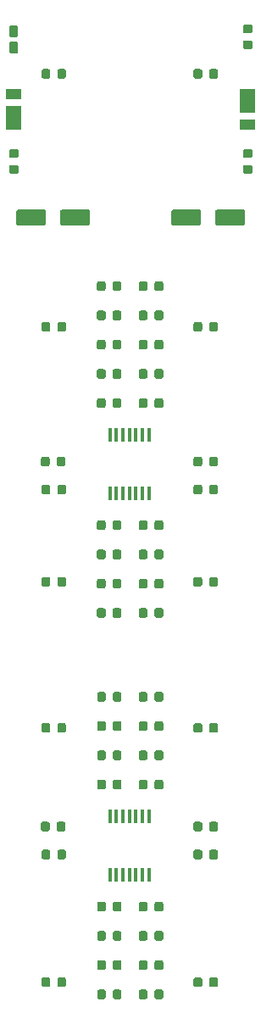
<source format=gbr>
G04 #@! TF.GenerationSoftware,KiCad,Pcbnew,5.1.4-e60b266~84~ubuntu18.04.1*
G04 #@! TF.CreationDate,2019-10-28T13:22:00+08:00*
G04 #@! TF.ProjectId,Lines,4c696e65-732e-46b6-9963-61645f706362,rev?*
G04 #@! TF.SameCoordinates,Original*
G04 #@! TF.FileFunction,Paste,Bot*
G04 #@! TF.FilePolarity,Positive*
%FSLAX46Y46*%
G04 Gerber Fmt 4.6, Leading zero omitted, Abs format (unit mm)*
G04 Created by KiCad (PCBNEW 5.1.4-e60b266~84~ubuntu18.04.1) date 2019-10-28 13:22:00*
%MOMM*%
%LPD*%
G04 APERTURE LIST*
%ADD10R,0.450000X1.450000*%
%ADD11C,0.100000*%
%ADD12C,0.875000*%
%ADD13C,0.850000*%
%ADD14R,1.500000X1.050000*%
%ADD15R,1.500000X2.400000*%
%ADD16C,1.600000*%
G04 APERTURE END LIST*
D10*
X125050000Y-136300000D03*
X125700000Y-136300000D03*
X126350000Y-136300000D03*
X127000000Y-136300000D03*
X127650000Y-136300000D03*
X128300000Y-136300000D03*
X128950000Y-136300000D03*
X128950000Y-130400000D03*
X128300000Y-130400000D03*
X127650000Y-130400000D03*
X127000000Y-130400000D03*
X126350000Y-130400000D03*
X125700000Y-130400000D03*
X125050000Y-130400000D03*
X125050000Y-98200000D03*
X125700000Y-98200000D03*
X126350000Y-98200000D03*
X127000000Y-98200000D03*
X127650000Y-98200000D03*
X128300000Y-98200000D03*
X128950000Y-98200000D03*
X128950000Y-92300000D03*
X128300000Y-92300000D03*
X127650000Y-92300000D03*
X127000000Y-92300000D03*
X126350000Y-92300000D03*
X125700000Y-92300000D03*
X125050000Y-92300000D03*
D11*
G36*
X139088691Y-52929053D02*
G01*
X139109926Y-52932203D01*
X139130750Y-52937419D01*
X139150962Y-52944651D01*
X139170368Y-52953830D01*
X139188781Y-52964866D01*
X139206024Y-52977654D01*
X139221930Y-52992070D01*
X139236346Y-53007976D01*
X139249134Y-53025219D01*
X139260170Y-53043632D01*
X139269349Y-53063038D01*
X139276581Y-53083250D01*
X139281797Y-53104074D01*
X139284947Y-53125309D01*
X139286000Y-53146750D01*
X139286000Y-53584250D01*
X139284947Y-53605691D01*
X139281797Y-53626926D01*
X139276581Y-53647750D01*
X139269349Y-53667962D01*
X139260170Y-53687368D01*
X139249134Y-53705781D01*
X139236346Y-53723024D01*
X139221930Y-53738930D01*
X139206024Y-53753346D01*
X139188781Y-53766134D01*
X139170368Y-53777170D01*
X139150962Y-53786349D01*
X139130750Y-53793581D01*
X139109926Y-53798797D01*
X139088691Y-53801947D01*
X139067250Y-53803000D01*
X138554750Y-53803000D01*
X138533309Y-53801947D01*
X138512074Y-53798797D01*
X138491250Y-53793581D01*
X138471038Y-53786349D01*
X138451632Y-53777170D01*
X138433219Y-53766134D01*
X138415976Y-53753346D01*
X138400070Y-53738930D01*
X138385654Y-53723024D01*
X138372866Y-53705781D01*
X138361830Y-53687368D01*
X138352651Y-53667962D01*
X138345419Y-53647750D01*
X138340203Y-53626926D01*
X138337053Y-53605691D01*
X138336000Y-53584250D01*
X138336000Y-53146750D01*
X138337053Y-53125309D01*
X138340203Y-53104074D01*
X138345419Y-53083250D01*
X138352651Y-53063038D01*
X138361830Y-53043632D01*
X138372866Y-53025219D01*
X138385654Y-53007976D01*
X138400070Y-52992070D01*
X138415976Y-52977654D01*
X138433219Y-52964866D01*
X138451632Y-52953830D01*
X138471038Y-52944651D01*
X138491250Y-52937419D01*
X138512074Y-52932203D01*
X138533309Y-52929053D01*
X138554750Y-52928000D01*
X139067250Y-52928000D01*
X139088691Y-52929053D01*
X139088691Y-52929053D01*
G37*
D12*
X138811000Y-53365500D03*
D11*
G36*
X139088691Y-51354053D02*
G01*
X139109926Y-51357203D01*
X139130750Y-51362419D01*
X139150962Y-51369651D01*
X139170368Y-51378830D01*
X139188781Y-51389866D01*
X139206024Y-51402654D01*
X139221930Y-51417070D01*
X139236346Y-51432976D01*
X139249134Y-51450219D01*
X139260170Y-51468632D01*
X139269349Y-51488038D01*
X139276581Y-51508250D01*
X139281797Y-51529074D01*
X139284947Y-51550309D01*
X139286000Y-51571750D01*
X139286000Y-52009250D01*
X139284947Y-52030691D01*
X139281797Y-52051926D01*
X139276581Y-52072750D01*
X139269349Y-52092962D01*
X139260170Y-52112368D01*
X139249134Y-52130781D01*
X139236346Y-52148024D01*
X139221930Y-52163930D01*
X139206024Y-52178346D01*
X139188781Y-52191134D01*
X139170368Y-52202170D01*
X139150962Y-52211349D01*
X139130750Y-52218581D01*
X139109926Y-52223797D01*
X139088691Y-52226947D01*
X139067250Y-52228000D01*
X138554750Y-52228000D01*
X138533309Y-52226947D01*
X138512074Y-52223797D01*
X138491250Y-52218581D01*
X138471038Y-52211349D01*
X138451632Y-52202170D01*
X138433219Y-52191134D01*
X138415976Y-52178346D01*
X138400070Y-52163930D01*
X138385654Y-52148024D01*
X138372866Y-52130781D01*
X138361830Y-52112368D01*
X138352651Y-52092962D01*
X138345419Y-52072750D01*
X138340203Y-52051926D01*
X138337053Y-52030691D01*
X138336000Y-52009250D01*
X138336000Y-51571750D01*
X138337053Y-51550309D01*
X138340203Y-51529074D01*
X138345419Y-51508250D01*
X138352651Y-51488038D01*
X138361830Y-51468632D01*
X138372866Y-51450219D01*
X138385654Y-51432976D01*
X138400070Y-51417070D01*
X138415976Y-51402654D01*
X138433219Y-51389866D01*
X138451632Y-51378830D01*
X138471038Y-51369651D01*
X138491250Y-51362419D01*
X138512074Y-51357203D01*
X138533309Y-51354053D01*
X138554750Y-51353000D01*
X139067250Y-51353000D01*
X139088691Y-51354053D01*
X139088691Y-51354053D01*
G37*
D12*
X138811000Y-51790500D03*
D11*
G36*
X134072691Y-146528053D02*
G01*
X134093926Y-146531203D01*
X134114750Y-146536419D01*
X134134962Y-146543651D01*
X134154368Y-146552830D01*
X134172781Y-146563866D01*
X134190024Y-146576654D01*
X134205930Y-146591070D01*
X134220346Y-146606976D01*
X134233134Y-146624219D01*
X134244170Y-146642632D01*
X134253349Y-146662038D01*
X134260581Y-146682250D01*
X134265797Y-146703074D01*
X134268947Y-146724309D01*
X134270000Y-146745750D01*
X134270000Y-147258250D01*
X134268947Y-147279691D01*
X134265797Y-147300926D01*
X134260581Y-147321750D01*
X134253349Y-147341962D01*
X134244170Y-147361368D01*
X134233134Y-147379781D01*
X134220346Y-147397024D01*
X134205930Y-147412930D01*
X134190024Y-147427346D01*
X134172781Y-147440134D01*
X134154368Y-147451170D01*
X134134962Y-147460349D01*
X134114750Y-147467581D01*
X134093926Y-147472797D01*
X134072691Y-147475947D01*
X134051250Y-147477000D01*
X133613750Y-147477000D01*
X133592309Y-147475947D01*
X133571074Y-147472797D01*
X133550250Y-147467581D01*
X133530038Y-147460349D01*
X133510632Y-147451170D01*
X133492219Y-147440134D01*
X133474976Y-147427346D01*
X133459070Y-147412930D01*
X133444654Y-147397024D01*
X133431866Y-147379781D01*
X133420830Y-147361368D01*
X133411651Y-147341962D01*
X133404419Y-147321750D01*
X133399203Y-147300926D01*
X133396053Y-147279691D01*
X133395000Y-147258250D01*
X133395000Y-146745750D01*
X133396053Y-146724309D01*
X133399203Y-146703074D01*
X133404419Y-146682250D01*
X133411651Y-146662038D01*
X133420830Y-146642632D01*
X133431866Y-146624219D01*
X133444654Y-146606976D01*
X133459070Y-146591070D01*
X133474976Y-146576654D01*
X133492219Y-146563866D01*
X133510632Y-146552830D01*
X133530038Y-146543651D01*
X133550250Y-146536419D01*
X133571074Y-146531203D01*
X133592309Y-146528053D01*
X133613750Y-146527000D01*
X134051250Y-146527000D01*
X134072691Y-146528053D01*
X134072691Y-146528053D01*
G37*
D12*
X133832500Y-147002000D03*
D11*
G36*
X135647691Y-146528053D02*
G01*
X135668926Y-146531203D01*
X135689750Y-146536419D01*
X135709962Y-146543651D01*
X135729368Y-146552830D01*
X135747781Y-146563866D01*
X135765024Y-146576654D01*
X135780930Y-146591070D01*
X135795346Y-146606976D01*
X135808134Y-146624219D01*
X135819170Y-146642632D01*
X135828349Y-146662038D01*
X135835581Y-146682250D01*
X135840797Y-146703074D01*
X135843947Y-146724309D01*
X135845000Y-146745750D01*
X135845000Y-147258250D01*
X135843947Y-147279691D01*
X135840797Y-147300926D01*
X135835581Y-147321750D01*
X135828349Y-147341962D01*
X135819170Y-147361368D01*
X135808134Y-147379781D01*
X135795346Y-147397024D01*
X135780930Y-147412930D01*
X135765024Y-147427346D01*
X135747781Y-147440134D01*
X135729368Y-147451170D01*
X135709962Y-147460349D01*
X135689750Y-147467581D01*
X135668926Y-147472797D01*
X135647691Y-147475947D01*
X135626250Y-147477000D01*
X135188750Y-147477000D01*
X135167309Y-147475947D01*
X135146074Y-147472797D01*
X135125250Y-147467581D01*
X135105038Y-147460349D01*
X135085632Y-147451170D01*
X135067219Y-147440134D01*
X135049976Y-147427346D01*
X135034070Y-147412930D01*
X135019654Y-147397024D01*
X135006866Y-147379781D01*
X134995830Y-147361368D01*
X134986651Y-147341962D01*
X134979419Y-147321750D01*
X134974203Y-147300926D01*
X134971053Y-147279691D01*
X134970000Y-147258250D01*
X134970000Y-146745750D01*
X134971053Y-146724309D01*
X134974203Y-146703074D01*
X134979419Y-146682250D01*
X134986651Y-146662038D01*
X134995830Y-146642632D01*
X135006866Y-146624219D01*
X135019654Y-146606976D01*
X135034070Y-146591070D01*
X135049976Y-146576654D01*
X135067219Y-146563866D01*
X135085632Y-146552830D01*
X135105038Y-146543651D01*
X135125250Y-146536419D01*
X135146074Y-146531203D01*
X135167309Y-146528053D01*
X135188750Y-146527000D01*
X135626250Y-146527000D01*
X135647691Y-146528053D01*
X135647691Y-146528053D01*
G37*
D12*
X135407500Y-147002000D03*
D11*
G36*
X134072691Y-133765053D02*
G01*
X134093926Y-133768203D01*
X134114750Y-133773419D01*
X134134962Y-133780651D01*
X134154368Y-133789830D01*
X134172781Y-133800866D01*
X134190024Y-133813654D01*
X134205930Y-133828070D01*
X134220346Y-133843976D01*
X134233134Y-133861219D01*
X134244170Y-133879632D01*
X134253349Y-133899038D01*
X134260581Y-133919250D01*
X134265797Y-133940074D01*
X134268947Y-133961309D01*
X134270000Y-133982750D01*
X134270000Y-134495250D01*
X134268947Y-134516691D01*
X134265797Y-134537926D01*
X134260581Y-134558750D01*
X134253349Y-134578962D01*
X134244170Y-134598368D01*
X134233134Y-134616781D01*
X134220346Y-134634024D01*
X134205930Y-134649930D01*
X134190024Y-134664346D01*
X134172781Y-134677134D01*
X134154368Y-134688170D01*
X134134962Y-134697349D01*
X134114750Y-134704581D01*
X134093926Y-134709797D01*
X134072691Y-134712947D01*
X134051250Y-134714000D01*
X133613750Y-134714000D01*
X133592309Y-134712947D01*
X133571074Y-134709797D01*
X133550250Y-134704581D01*
X133530038Y-134697349D01*
X133510632Y-134688170D01*
X133492219Y-134677134D01*
X133474976Y-134664346D01*
X133459070Y-134649930D01*
X133444654Y-134634024D01*
X133431866Y-134616781D01*
X133420830Y-134598368D01*
X133411651Y-134578962D01*
X133404419Y-134558750D01*
X133399203Y-134537926D01*
X133396053Y-134516691D01*
X133395000Y-134495250D01*
X133395000Y-133982750D01*
X133396053Y-133961309D01*
X133399203Y-133940074D01*
X133404419Y-133919250D01*
X133411651Y-133899038D01*
X133420830Y-133879632D01*
X133431866Y-133861219D01*
X133444654Y-133843976D01*
X133459070Y-133828070D01*
X133474976Y-133813654D01*
X133492219Y-133800866D01*
X133510632Y-133789830D01*
X133530038Y-133780651D01*
X133550250Y-133773419D01*
X133571074Y-133768203D01*
X133592309Y-133765053D01*
X133613750Y-133764000D01*
X134051250Y-133764000D01*
X134072691Y-133765053D01*
X134072691Y-133765053D01*
G37*
D12*
X133832500Y-134239000D03*
D11*
G36*
X135647691Y-133765053D02*
G01*
X135668926Y-133768203D01*
X135689750Y-133773419D01*
X135709962Y-133780651D01*
X135729368Y-133789830D01*
X135747781Y-133800866D01*
X135765024Y-133813654D01*
X135780930Y-133828070D01*
X135795346Y-133843976D01*
X135808134Y-133861219D01*
X135819170Y-133879632D01*
X135828349Y-133899038D01*
X135835581Y-133919250D01*
X135840797Y-133940074D01*
X135843947Y-133961309D01*
X135845000Y-133982750D01*
X135845000Y-134495250D01*
X135843947Y-134516691D01*
X135840797Y-134537926D01*
X135835581Y-134558750D01*
X135828349Y-134578962D01*
X135819170Y-134598368D01*
X135808134Y-134616781D01*
X135795346Y-134634024D01*
X135780930Y-134649930D01*
X135765024Y-134664346D01*
X135747781Y-134677134D01*
X135729368Y-134688170D01*
X135709962Y-134697349D01*
X135689750Y-134704581D01*
X135668926Y-134709797D01*
X135647691Y-134712947D01*
X135626250Y-134714000D01*
X135188750Y-134714000D01*
X135167309Y-134712947D01*
X135146074Y-134709797D01*
X135125250Y-134704581D01*
X135105038Y-134697349D01*
X135085632Y-134688170D01*
X135067219Y-134677134D01*
X135049976Y-134664346D01*
X135034070Y-134649930D01*
X135019654Y-134634024D01*
X135006866Y-134616781D01*
X134995830Y-134598368D01*
X134986651Y-134578962D01*
X134979419Y-134558750D01*
X134974203Y-134537926D01*
X134971053Y-134516691D01*
X134970000Y-134495250D01*
X134970000Y-133982750D01*
X134971053Y-133961309D01*
X134974203Y-133940074D01*
X134979419Y-133919250D01*
X134986651Y-133899038D01*
X134995830Y-133879632D01*
X135006866Y-133861219D01*
X135019654Y-133843976D01*
X135034070Y-133828070D01*
X135049976Y-133813654D01*
X135067219Y-133800866D01*
X135085632Y-133789830D01*
X135105038Y-133780651D01*
X135125250Y-133773419D01*
X135146074Y-133768203D01*
X135167309Y-133765053D01*
X135188750Y-133764000D01*
X135626250Y-133764000D01*
X135647691Y-133765053D01*
X135647691Y-133765053D01*
G37*
D12*
X135407500Y-134239000D03*
D11*
G36*
X124446691Y-138972053D02*
G01*
X124467926Y-138975203D01*
X124488750Y-138980419D01*
X124508962Y-138987651D01*
X124528368Y-138996830D01*
X124546781Y-139007866D01*
X124564024Y-139020654D01*
X124579930Y-139035070D01*
X124594346Y-139050976D01*
X124607134Y-139068219D01*
X124618170Y-139086632D01*
X124627349Y-139106038D01*
X124634581Y-139126250D01*
X124639797Y-139147074D01*
X124642947Y-139168309D01*
X124644000Y-139189750D01*
X124644000Y-139702250D01*
X124642947Y-139723691D01*
X124639797Y-139744926D01*
X124634581Y-139765750D01*
X124627349Y-139785962D01*
X124618170Y-139805368D01*
X124607134Y-139823781D01*
X124594346Y-139841024D01*
X124579930Y-139856930D01*
X124564024Y-139871346D01*
X124546781Y-139884134D01*
X124528368Y-139895170D01*
X124508962Y-139904349D01*
X124488750Y-139911581D01*
X124467926Y-139916797D01*
X124446691Y-139919947D01*
X124425250Y-139921000D01*
X123987750Y-139921000D01*
X123966309Y-139919947D01*
X123945074Y-139916797D01*
X123924250Y-139911581D01*
X123904038Y-139904349D01*
X123884632Y-139895170D01*
X123866219Y-139884134D01*
X123848976Y-139871346D01*
X123833070Y-139856930D01*
X123818654Y-139841024D01*
X123805866Y-139823781D01*
X123794830Y-139805368D01*
X123785651Y-139785962D01*
X123778419Y-139765750D01*
X123773203Y-139744926D01*
X123770053Y-139723691D01*
X123769000Y-139702250D01*
X123769000Y-139189750D01*
X123770053Y-139168309D01*
X123773203Y-139147074D01*
X123778419Y-139126250D01*
X123785651Y-139106038D01*
X123794830Y-139086632D01*
X123805866Y-139068219D01*
X123818654Y-139050976D01*
X123833070Y-139035070D01*
X123848976Y-139020654D01*
X123866219Y-139007866D01*
X123884632Y-138996830D01*
X123904038Y-138987651D01*
X123924250Y-138980419D01*
X123945074Y-138975203D01*
X123966309Y-138972053D01*
X123987750Y-138971000D01*
X124425250Y-138971000D01*
X124446691Y-138972053D01*
X124446691Y-138972053D01*
G37*
D12*
X124206500Y-139446000D03*
D11*
G36*
X126021691Y-138972053D02*
G01*
X126042926Y-138975203D01*
X126063750Y-138980419D01*
X126083962Y-138987651D01*
X126103368Y-138996830D01*
X126121781Y-139007866D01*
X126139024Y-139020654D01*
X126154930Y-139035070D01*
X126169346Y-139050976D01*
X126182134Y-139068219D01*
X126193170Y-139086632D01*
X126202349Y-139106038D01*
X126209581Y-139126250D01*
X126214797Y-139147074D01*
X126217947Y-139168309D01*
X126219000Y-139189750D01*
X126219000Y-139702250D01*
X126217947Y-139723691D01*
X126214797Y-139744926D01*
X126209581Y-139765750D01*
X126202349Y-139785962D01*
X126193170Y-139805368D01*
X126182134Y-139823781D01*
X126169346Y-139841024D01*
X126154930Y-139856930D01*
X126139024Y-139871346D01*
X126121781Y-139884134D01*
X126103368Y-139895170D01*
X126083962Y-139904349D01*
X126063750Y-139911581D01*
X126042926Y-139916797D01*
X126021691Y-139919947D01*
X126000250Y-139921000D01*
X125562750Y-139921000D01*
X125541309Y-139919947D01*
X125520074Y-139916797D01*
X125499250Y-139911581D01*
X125479038Y-139904349D01*
X125459632Y-139895170D01*
X125441219Y-139884134D01*
X125423976Y-139871346D01*
X125408070Y-139856930D01*
X125393654Y-139841024D01*
X125380866Y-139823781D01*
X125369830Y-139805368D01*
X125360651Y-139785962D01*
X125353419Y-139765750D01*
X125348203Y-139744926D01*
X125345053Y-139723691D01*
X125344000Y-139702250D01*
X125344000Y-139189750D01*
X125345053Y-139168309D01*
X125348203Y-139147074D01*
X125353419Y-139126250D01*
X125360651Y-139106038D01*
X125369830Y-139086632D01*
X125380866Y-139068219D01*
X125393654Y-139050976D01*
X125408070Y-139035070D01*
X125423976Y-139020654D01*
X125441219Y-139007866D01*
X125459632Y-138996830D01*
X125479038Y-138987651D01*
X125499250Y-138980419D01*
X125520074Y-138975203D01*
X125541309Y-138972053D01*
X125562750Y-138971000D01*
X126000250Y-138971000D01*
X126021691Y-138972053D01*
X126021691Y-138972053D01*
G37*
D12*
X125781500Y-139446000D03*
D11*
G36*
X130186691Y-138972053D02*
G01*
X130207926Y-138975203D01*
X130228750Y-138980419D01*
X130248962Y-138987651D01*
X130268368Y-138996830D01*
X130286781Y-139007866D01*
X130304024Y-139020654D01*
X130319930Y-139035070D01*
X130334346Y-139050976D01*
X130347134Y-139068219D01*
X130358170Y-139086632D01*
X130367349Y-139106038D01*
X130374581Y-139126250D01*
X130379797Y-139147074D01*
X130382947Y-139168309D01*
X130384000Y-139189750D01*
X130384000Y-139702250D01*
X130382947Y-139723691D01*
X130379797Y-139744926D01*
X130374581Y-139765750D01*
X130367349Y-139785962D01*
X130358170Y-139805368D01*
X130347134Y-139823781D01*
X130334346Y-139841024D01*
X130319930Y-139856930D01*
X130304024Y-139871346D01*
X130286781Y-139884134D01*
X130268368Y-139895170D01*
X130248962Y-139904349D01*
X130228750Y-139911581D01*
X130207926Y-139916797D01*
X130186691Y-139919947D01*
X130165250Y-139921000D01*
X129727750Y-139921000D01*
X129706309Y-139919947D01*
X129685074Y-139916797D01*
X129664250Y-139911581D01*
X129644038Y-139904349D01*
X129624632Y-139895170D01*
X129606219Y-139884134D01*
X129588976Y-139871346D01*
X129573070Y-139856930D01*
X129558654Y-139841024D01*
X129545866Y-139823781D01*
X129534830Y-139805368D01*
X129525651Y-139785962D01*
X129518419Y-139765750D01*
X129513203Y-139744926D01*
X129510053Y-139723691D01*
X129509000Y-139702250D01*
X129509000Y-139189750D01*
X129510053Y-139168309D01*
X129513203Y-139147074D01*
X129518419Y-139126250D01*
X129525651Y-139106038D01*
X129534830Y-139086632D01*
X129545866Y-139068219D01*
X129558654Y-139050976D01*
X129573070Y-139035070D01*
X129588976Y-139020654D01*
X129606219Y-139007866D01*
X129624632Y-138996830D01*
X129644038Y-138987651D01*
X129664250Y-138980419D01*
X129685074Y-138975203D01*
X129706309Y-138972053D01*
X129727750Y-138971000D01*
X130165250Y-138971000D01*
X130186691Y-138972053D01*
X130186691Y-138972053D01*
G37*
D12*
X129946500Y-139446000D03*
D11*
G36*
X128611691Y-138972053D02*
G01*
X128632926Y-138975203D01*
X128653750Y-138980419D01*
X128673962Y-138987651D01*
X128693368Y-138996830D01*
X128711781Y-139007866D01*
X128729024Y-139020654D01*
X128744930Y-139035070D01*
X128759346Y-139050976D01*
X128772134Y-139068219D01*
X128783170Y-139086632D01*
X128792349Y-139106038D01*
X128799581Y-139126250D01*
X128804797Y-139147074D01*
X128807947Y-139168309D01*
X128809000Y-139189750D01*
X128809000Y-139702250D01*
X128807947Y-139723691D01*
X128804797Y-139744926D01*
X128799581Y-139765750D01*
X128792349Y-139785962D01*
X128783170Y-139805368D01*
X128772134Y-139823781D01*
X128759346Y-139841024D01*
X128744930Y-139856930D01*
X128729024Y-139871346D01*
X128711781Y-139884134D01*
X128693368Y-139895170D01*
X128673962Y-139904349D01*
X128653750Y-139911581D01*
X128632926Y-139916797D01*
X128611691Y-139919947D01*
X128590250Y-139921000D01*
X128152750Y-139921000D01*
X128131309Y-139919947D01*
X128110074Y-139916797D01*
X128089250Y-139911581D01*
X128069038Y-139904349D01*
X128049632Y-139895170D01*
X128031219Y-139884134D01*
X128013976Y-139871346D01*
X127998070Y-139856930D01*
X127983654Y-139841024D01*
X127970866Y-139823781D01*
X127959830Y-139805368D01*
X127950651Y-139785962D01*
X127943419Y-139765750D01*
X127938203Y-139744926D01*
X127935053Y-139723691D01*
X127934000Y-139702250D01*
X127934000Y-139189750D01*
X127935053Y-139168309D01*
X127938203Y-139147074D01*
X127943419Y-139126250D01*
X127950651Y-139106038D01*
X127959830Y-139086632D01*
X127970866Y-139068219D01*
X127983654Y-139050976D01*
X127998070Y-139035070D01*
X128013976Y-139020654D01*
X128031219Y-139007866D01*
X128049632Y-138996830D01*
X128069038Y-138987651D01*
X128089250Y-138980419D01*
X128110074Y-138975203D01*
X128131309Y-138972053D01*
X128152750Y-138971000D01*
X128590250Y-138971000D01*
X128611691Y-138972053D01*
X128611691Y-138972053D01*
G37*
D12*
X128371500Y-139446000D03*
D11*
G36*
X126021691Y-144814053D02*
G01*
X126042926Y-144817203D01*
X126063750Y-144822419D01*
X126083962Y-144829651D01*
X126103368Y-144838830D01*
X126121781Y-144849866D01*
X126139024Y-144862654D01*
X126154930Y-144877070D01*
X126169346Y-144892976D01*
X126182134Y-144910219D01*
X126193170Y-144928632D01*
X126202349Y-144948038D01*
X126209581Y-144968250D01*
X126214797Y-144989074D01*
X126217947Y-145010309D01*
X126219000Y-145031750D01*
X126219000Y-145544250D01*
X126217947Y-145565691D01*
X126214797Y-145586926D01*
X126209581Y-145607750D01*
X126202349Y-145627962D01*
X126193170Y-145647368D01*
X126182134Y-145665781D01*
X126169346Y-145683024D01*
X126154930Y-145698930D01*
X126139024Y-145713346D01*
X126121781Y-145726134D01*
X126103368Y-145737170D01*
X126083962Y-145746349D01*
X126063750Y-145753581D01*
X126042926Y-145758797D01*
X126021691Y-145761947D01*
X126000250Y-145763000D01*
X125562750Y-145763000D01*
X125541309Y-145761947D01*
X125520074Y-145758797D01*
X125499250Y-145753581D01*
X125479038Y-145746349D01*
X125459632Y-145737170D01*
X125441219Y-145726134D01*
X125423976Y-145713346D01*
X125408070Y-145698930D01*
X125393654Y-145683024D01*
X125380866Y-145665781D01*
X125369830Y-145647368D01*
X125360651Y-145627962D01*
X125353419Y-145607750D01*
X125348203Y-145586926D01*
X125345053Y-145565691D01*
X125344000Y-145544250D01*
X125344000Y-145031750D01*
X125345053Y-145010309D01*
X125348203Y-144989074D01*
X125353419Y-144968250D01*
X125360651Y-144948038D01*
X125369830Y-144928632D01*
X125380866Y-144910219D01*
X125393654Y-144892976D01*
X125408070Y-144877070D01*
X125423976Y-144862654D01*
X125441219Y-144849866D01*
X125459632Y-144838830D01*
X125479038Y-144829651D01*
X125499250Y-144822419D01*
X125520074Y-144817203D01*
X125541309Y-144814053D01*
X125562750Y-144813000D01*
X126000250Y-144813000D01*
X126021691Y-144814053D01*
X126021691Y-144814053D01*
G37*
D12*
X125781500Y-145288000D03*
D11*
G36*
X124446691Y-144814053D02*
G01*
X124467926Y-144817203D01*
X124488750Y-144822419D01*
X124508962Y-144829651D01*
X124528368Y-144838830D01*
X124546781Y-144849866D01*
X124564024Y-144862654D01*
X124579930Y-144877070D01*
X124594346Y-144892976D01*
X124607134Y-144910219D01*
X124618170Y-144928632D01*
X124627349Y-144948038D01*
X124634581Y-144968250D01*
X124639797Y-144989074D01*
X124642947Y-145010309D01*
X124644000Y-145031750D01*
X124644000Y-145544250D01*
X124642947Y-145565691D01*
X124639797Y-145586926D01*
X124634581Y-145607750D01*
X124627349Y-145627962D01*
X124618170Y-145647368D01*
X124607134Y-145665781D01*
X124594346Y-145683024D01*
X124579930Y-145698930D01*
X124564024Y-145713346D01*
X124546781Y-145726134D01*
X124528368Y-145737170D01*
X124508962Y-145746349D01*
X124488750Y-145753581D01*
X124467926Y-145758797D01*
X124446691Y-145761947D01*
X124425250Y-145763000D01*
X123987750Y-145763000D01*
X123966309Y-145761947D01*
X123945074Y-145758797D01*
X123924250Y-145753581D01*
X123904038Y-145746349D01*
X123884632Y-145737170D01*
X123866219Y-145726134D01*
X123848976Y-145713346D01*
X123833070Y-145698930D01*
X123818654Y-145683024D01*
X123805866Y-145665781D01*
X123794830Y-145647368D01*
X123785651Y-145627962D01*
X123778419Y-145607750D01*
X123773203Y-145586926D01*
X123770053Y-145565691D01*
X123769000Y-145544250D01*
X123769000Y-145031750D01*
X123770053Y-145010309D01*
X123773203Y-144989074D01*
X123778419Y-144968250D01*
X123785651Y-144948038D01*
X123794830Y-144928632D01*
X123805866Y-144910219D01*
X123818654Y-144892976D01*
X123833070Y-144877070D01*
X123848976Y-144862654D01*
X123866219Y-144849866D01*
X123884632Y-144838830D01*
X123904038Y-144829651D01*
X123924250Y-144822419D01*
X123945074Y-144817203D01*
X123966309Y-144814053D01*
X123987750Y-144813000D01*
X124425250Y-144813000D01*
X124446691Y-144814053D01*
X124446691Y-144814053D01*
G37*
D12*
X124206500Y-145288000D03*
D11*
G36*
X128611691Y-144814053D02*
G01*
X128632926Y-144817203D01*
X128653750Y-144822419D01*
X128673962Y-144829651D01*
X128693368Y-144838830D01*
X128711781Y-144849866D01*
X128729024Y-144862654D01*
X128744930Y-144877070D01*
X128759346Y-144892976D01*
X128772134Y-144910219D01*
X128783170Y-144928632D01*
X128792349Y-144948038D01*
X128799581Y-144968250D01*
X128804797Y-144989074D01*
X128807947Y-145010309D01*
X128809000Y-145031750D01*
X128809000Y-145544250D01*
X128807947Y-145565691D01*
X128804797Y-145586926D01*
X128799581Y-145607750D01*
X128792349Y-145627962D01*
X128783170Y-145647368D01*
X128772134Y-145665781D01*
X128759346Y-145683024D01*
X128744930Y-145698930D01*
X128729024Y-145713346D01*
X128711781Y-145726134D01*
X128693368Y-145737170D01*
X128673962Y-145746349D01*
X128653750Y-145753581D01*
X128632926Y-145758797D01*
X128611691Y-145761947D01*
X128590250Y-145763000D01*
X128152750Y-145763000D01*
X128131309Y-145761947D01*
X128110074Y-145758797D01*
X128089250Y-145753581D01*
X128069038Y-145746349D01*
X128049632Y-145737170D01*
X128031219Y-145726134D01*
X128013976Y-145713346D01*
X127998070Y-145698930D01*
X127983654Y-145683024D01*
X127970866Y-145665781D01*
X127959830Y-145647368D01*
X127950651Y-145627962D01*
X127943419Y-145607750D01*
X127938203Y-145586926D01*
X127935053Y-145565691D01*
X127934000Y-145544250D01*
X127934000Y-145031750D01*
X127935053Y-145010309D01*
X127938203Y-144989074D01*
X127943419Y-144968250D01*
X127950651Y-144948038D01*
X127959830Y-144928632D01*
X127970866Y-144910219D01*
X127983654Y-144892976D01*
X127998070Y-144877070D01*
X128013976Y-144862654D01*
X128031219Y-144849866D01*
X128049632Y-144838830D01*
X128069038Y-144829651D01*
X128089250Y-144822419D01*
X128110074Y-144817203D01*
X128131309Y-144814053D01*
X128152750Y-144813000D01*
X128590250Y-144813000D01*
X128611691Y-144814053D01*
X128611691Y-144814053D01*
G37*
D12*
X128371500Y-145288000D03*
D11*
G36*
X130186691Y-144814053D02*
G01*
X130207926Y-144817203D01*
X130228750Y-144822419D01*
X130248962Y-144829651D01*
X130268368Y-144838830D01*
X130286781Y-144849866D01*
X130304024Y-144862654D01*
X130319930Y-144877070D01*
X130334346Y-144892976D01*
X130347134Y-144910219D01*
X130358170Y-144928632D01*
X130367349Y-144948038D01*
X130374581Y-144968250D01*
X130379797Y-144989074D01*
X130382947Y-145010309D01*
X130384000Y-145031750D01*
X130384000Y-145544250D01*
X130382947Y-145565691D01*
X130379797Y-145586926D01*
X130374581Y-145607750D01*
X130367349Y-145627962D01*
X130358170Y-145647368D01*
X130347134Y-145665781D01*
X130334346Y-145683024D01*
X130319930Y-145698930D01*
X130304024Y-145713346D01*
X130286781Y-145726134D01*
X130268368Y-145737170D01*
X130248962Y-145746349D01*
X130228750Y-145753581D01*
X130207926Y-145758797D01*
X130186691Y-145761947D01*
X130165250Y-145763000D01*
X129727750Y-145763000D01*
X129706309Y-145761947D01*
X129685074Y-145758797D01*
X129664250Y-145753581D01*
X129644038Y-145746349D01*
X129624632Y-145737170D01*
X129606219Y-145726134D01*
X129588976Y-145713346D01*
X129573070Y-145698930D01*
X129558654Y-145683024D01*
X129545866Y-145665781D01*
X129534830Y-145647368D01*
X129525651Y-145627962D01*
X129518419Y-145607750D01*
X129513203Y-145586926D01*
X129510053Y-145565691D01*
X129509000Y-145544250D01*
X129509000Y-145031750D01*
X129510053Y-145010309D01*
X129513203Y-144989074D01*
X129518419Y-144968250D01*
X129525651Y-144948038D01*
X129534830Y-144928632D01*
X129545866Y-144910219D01*
X129558654Y-144892976D01*
X129573070Y-144877070D01*
X129588976Y-144862654D01*
X129606219Y-144849866D01*
X129624632Y-144838830D01*
X129644038Y-144829651D01*
X129664250Y-144822419D01*
X129685074Y-144817203D01*
X129706309Y-144814053D01*
X129727750Y-144813000D01*
X130165250Y-144813000D01*
X130186691Y-144814053D01*
X130186691Y-144814053D01*
G37*
D12*
X129946500Y-145288000D03*
D11*
G36*
X124446691Y-147735053D02*
G01*
X124467926Y-147738203D01*
X124488750Y-147743419D01*
X124508962Y-147750651D01*
X124528368Y-147759830D01*
X124546781Y-147770866D01*
X124564024Y-147783654D01*
X124579930Y-147798070D01*
X124594346Y-147813976D01*
X124607134Y-147831219D01*
X124618170Y-147849632D01*
X124627349Y-147869038D01*
X124634581Y-147889250D01*
X124639797Y-147910074D01*
X124642947Y-147931309D01*
X124644000Y-147952750D01*
X124644000Y-148465250D01*
X124642947Y-148486691D01*
X124639797Y-148507926D01*
X124634581Y-148528750D01*
X124627349Y-148548962D01*
X124618170Y-148568368D01*
X124607134Y-148586781D01*
X124594346Y-148604024D01*
X124579930Y-148619930D01*
X124564024Y-148634346D01*
X124546781Y-148647134D01*
X124528368Y-148658170D01*
X124508962Y-148667349D01*
X124488750Y-148674581D01*
X124467926Y-148679797D01*
X124446691Y-148682947D01*
X124425250Y-148684000D01*
X123987750Y-148684000D01*
X123966309Y-148682947D01*
X123945074Y-148679797D01*
X123924250Y-148674581D01*
X123904038Y-148667349D01*
X123884632Y-148658170D01*
X123866219Y-148647134D01*
X123848976Y-148634346D01*
X123833070Y-148619930D01*
X123818654Y-148604024D01*
X123805866Y-148586781D01*
X123794830Y-148568368D01*
X123785651Y-148548962D01*
X123778419Y-148528750D01*
X123773203Y-148507926D01*
X123770053Y-148486691D01*
X123769000Y-148465250D01*
X123769000Y-147952750D01*
X123770053Y-147931309D01*
X123773203Y-147910074D01*
X123778419Y-147889250D01*
X123785651Y-147869038D01*
X123794830Y-147849632D01*
X123805866Y-147831219D01*
X123818654Y-147813976D01*
X123833070Y-147798070D01*
X123848976Y-147783654D01*
X123866219Y-147770866D01*
X123884632Y-147759830D01*
X123904038Y-147750651D01*
X123924250Y-147743419D01*
X123945074Y-147738203D01*
X123966309Y-147735053D01*
X123987750Y-147734000D01*
X124425250Y-147734000D01*
X124446691Y-147735053D01*
X124446691Y-147735053D01*
G37*
D12*
X124206500Y-148209000D03*
D11*
G36*
X126021691Y-147735053D02*
G01*
X126042926Y-147738203D01*
X126063750Y-147743419D01*
X126083962Y-147750651D01*
X126103368Y-147759830D01*
X126121781Y-147770866D01*
X126139024Y-147783654D01*
X126154930Y-147798070D01*
X126169346Y-147813976D01*
X126182134Y-147831219D01*
X126193170Y-147849632D01*
X126202349Y-147869038D01*
X126209581Y-147889250D01*
X126214797Y-147910074D01*
X126217947Y-147931309D01*
X126219000Y-147952750D01*
X126219000Y-148465250D01*
X126217947Y-148486691D01*
X126214797Y-148507926D01*
X126209581Y-148528750D01*
X126202349Y-148548962D01*
X126193170Y-148568368D01*
X126182134Y-148586781D01*
X126169346Y-148604024D01*
X126154930Y-148619930D01*
X126139024Y-148634346D01*
X126121781Y-148647134D01*
X126103368Y-148658170D01*
X126083962Y-148667349D01*
X126063750Y-148674581D01*
X126042926Y-148679797D01*
X126021691Y-148682947D01*
X126000250Y-148684000D01*
X125562750Y-148684000D01*
X125541309Y-148682947D01*
X125520074Y-148679797D01*
X125499250Y-148674581D01*
X125479038Y-148667349D01*
X125459632Y-148658170D01*
X125441219Y-148647134D01*
X125423976Y-148634346D01*
X125408070Y-148619930D01*
X125393654Y-148604024D01*
X125380866Y-148586781D01*
X125369830Y-148568368D01*
X125360651Y-148548962D01*
X125353419Y-148528750D01*
X125348203Y-148507926D01*
X125345053Y-148486691D01*
X125344000Y-148465250D01*
X125344000Y-147952750D01*
X125345053Y-147931309D01*
X125348203Y-147910074D01*
X125353419Y-147889250D01*
X125360651Y-147869038D01*
X125369830Y-147849632D01*
X125380866Y-147831219D01*
X125393654Y-147813976D01*
X125408070Y-147798070D01*
X125423976Y-147783654D01*
X125441219Y-147770866D01*
X125459632Y-147759830D01*
X125479038Y-147750651D01*
X125499250Y-147743419D01*
X125520074Y-147738203D01*
X125541309Y-147735053D01*
X125562750Y-147734000D01*
X126000250Y-147734000D01*
X126021691Y-147735053D01*
X126021691Y-147735053D01*
G37*
D12*
X125781500Y-148209000D03*
D11*
G36*
X130186691Y-147735053D02*
G01*
X130207926Y-147738203D01*
X130228750Y-147743419D01*
X130248962Y-147750651D01*
X130268368Y-147759830D01*
X130286781Y-147770866D01*
X130304024Y-147783654D01*
X130319930Y-147798070D01*
X130334346Y-147813976D01*
X130347134Y-147831219D01*
X130358170Y-147849632D01*
X130367349Y-147869038D01*
X130374581Y-147889250D01*
X130379797Y-147910074D01*
X130382947Y-147931309D01*
X130384000Y-147952750D01*
X130384000Y-148465250D01*
X130382947Y-148486691D01*
X130379797Y-148507926D01*
X130374581Y-148528750D01*
X130367349Y-148548962D01*
X130358170Y-148568368D01*
X130347134Y-148586781D01*
X130334346Y-148604024D01*
X130319930Y-148619930D01*
X130304024Y-148634346D01*
X130286781Y-148647134D01*
X130268368Y-148658170D01*
X130248962Y-148667349D01*
X130228750Y-148674581D01*
X130207926Y-148679797D01*
X130186691Y-148682947D01*
X130165250Y-148684000D01*
X129727750Y-148684000D01*
X129706309Y-148682947D01*
X129685074Y-148679797D01*
X129664250Y-148674581D01*
X129644038Y-148667349D01*
X129624632Y-148658170D01*
X129606219Y-148647134D01*
X129588976Y-148634346D01*
X129573070Y-148619930D01*
X129558654Y-148604024D01*
X129545866Y-148586781D01*
X129534830Y-148568368D01*
X129525651Y-148548962D01*
X129518419Y-148528750D01*
X129513203Y-148507926D01*
X129510053Y-148486691D01*
X129509000Y-148465250D01*
X129509000Y-147952750D01*
X129510053Y-147931309D01*
X129513203Y-147910074D01*
X129518419Y-147889250D01*
X129525651Y-147869038D01*
X129534830Y-147849632D01*
X129545866Y-147831219D01*
X129558654Y-147813976D01*
X129573070Y-147798070D01*
X129588976Y-147783654D01*
X129606219Y-147770866D01*
X129624632Y-147759830D01*
X129644038Y-147750651D01*
X129664250Y-147743419D01*
X129685074Y-147738203D01*
X129706309Y-147735053D01*
X129727750Y-147734000D01*
X130165250Y-147734000D01*
X130186691Y-147735053D01*
X130186691Y-147735053D01*
G37*
D12*
X129946500Y-148209000D03*
D11*
G36*
X128611691Y-147735053D02*
G01*
X128632926Y-147738203D01*
X128653750Y-147743419D01*
X128673962Y-147750651D01*
X128693368Y-147759830D01*
X128711781Y-147770866D01*
X128729024Y-147783654D01*
X128744930Y-147798070D01*
X128759346Y-147813976D01*
X128772134Y-147831219D01*
X128783170Y-147849632D01*
X128792349Y-147869038D01*
X128799581Y-147889250D01*
X128804797Y-147910074D01*
X128807947Y-147931309D01*
X128809000Y-147952750D01*
X128809000Y-148465250D01*
X128807947Y-148486691D01*
X128804797Y-148507926D01*
X128799581Y-148528750D01*
X128792349Y-148548962D01*
X128783170Y-148568368D01*
X128772134Y-148586781D01*
X128759346Y-148604024D01*
X128744930Y-148619930D01*
X128729024Y-148634346D01*
X128711781Y-148647134D01*
X128693368Y-148658170D01*
X128673962Y-148667349D01*
X128653750Y-148674581D01*
X128632926Y-148679797D01*
X128611691Y-148682947D01*
X128590250Y-148684000D01*
X128152750Y-148684000D01*
X128131309Y-148682947D01*
X128110074Y-148679797D01*
X128089250Y-148674581D01*
X128069038Y-148667349D01*
X128049632Y-148658170D01*
X128031219Y-148647134D01*
X128013976Y-148634346D01*
X127998070Y-148619930D01*
X127983654Y-148604024D01*
X127970866Y-148586781D01*
X127959830Y-148568368D01*
X127950651Y-148548962D01*
X127943419Y-148528750D01*
X127938203Y-148507926D01*
X127935053Y-148486691D01*
X127934000Y-148465250D01*
X127934000Y-147952750D01*
X127935053Y-147931309D01*
X127938203Y-147910074D01*
X127943419Y-147889250D01*
X127950651Y-147869038D01*
X127959830Y-147849632D01*
X127970866Y-147831219D01*
X127983654Y-147813976D01*
X127998070Y-147798070D01*
X128013976Y-147783654D01*
X128031219Y-147770866D01*
X128049632Y-147759830D01*
X128069038Y-147750651D01*
X128089250Y-147743419D01*
X128110074Y-147738203D01*
X128131309Y-147735053D01*
X128152750Y-147734000D01*
X128590250Y-147734000D01*
X128611691Y-147735053D01*
X128611691Y-147735053D01*
G37*
D12*
X128371500Y-148209000D03*
D11*
G36*
X118896691Y-146528053D02*
G01*
X118917926Y-146531203D01*
X118938750Y-146536419D01*
X118958962Y-146543651D01*
X118978368Y-146552830D01*
X118996781Y-146563866D01*
X119014024Y-146576654D01*
X119029930Y-146591070D01*
X119044346Y-146606976D01*
X119057134Y-146624219D01*
X119068170Y-146642632D01*
X119077349Y-146662038D01*
X119084581Y-146682250D01*
X119089797Y-146703074D01*
X119092947Y-146724309D01*
X119094000Y-146745750D01*
X119094000Y-147258250D01*
X119092947Y-147279691D01*
X119089797Y-147300926D01*
X119084581Y-147321750D01*
X119077349Y-147341962D01*
X119068170Y-147361368D01*
X119057134Y-147379781D01*
X119044346Y-147397024D01*
X119029930Y-147412930D01*
X119014024Y-147427346D01*
X118996781Y-147440134D01*
X118978368Y-147451170D01*
X118958962Y-147460349D01*
X118938750Y-147467581D01*
X118917926Y-147472797D01*
X118896691Y-147475947D01*
X118875250Y-147477000D01*
X118437750Y-147477000D01*
X118416309Y-147475947D01*
X118395074Y-147472797D01*
X118374250Y-147467581D01*
X118354038Y-147460349D01*
X118334632Y-147451170D01*
X118316219Y-147440134D01*
X118298976Y-147427346D01*
X118283070Y-147412930D01*
X118268654Y-147397024D01*
X118255866Y-147379781D01*
X118244830Y-147361368D01*
X118235651Y-147341962D01*
X118228419Y-147321750D01*
X118223203Y-147300926D01*
X118220053Y-147279691D01*
X118219000Y-147258250D01*
X118219000Y-146745750D01*
X118220053Y-146724309D01*
X118223203Y-146703074D01*
X118228419Y-146682250D01*
X118235651Y-146662038D01*
X118244830Y-146642632D01*
X118255866Y-146624219D01*
X118268654Y-146606976D01*
X118283070Y-146591070D01*
X118298976Y-146576654D01*
X118316219Y-146563866D01*
X118334632Y-146552830D01*
X118354038Y-146543651D01*
X118374250Y-146536419D01*
X118395074Y-146531203D01*
X118416309Y-146528053D01*
X118437750Y-146527000D01*
X118875250Y-146527000D01*
X118896691Y-146528053D01*
X118896691Y-146528053D01*
G37*
D12*
X118656500Y-147002000D03*
D11*
G36*
X120471691Y-146528053D02*
G01*
X120492926Y-146531203D01*
X120513750Y-146536419D01*
X120533962Y-146543651D01*
X120553368Y-146552830D01*
X120571781Y-146563866D01*
X120589024Y-146576654D01*
X120604930Y-146591070D01*
X120619346Y-146606976D01*
X120632134Y-146624219D01*
X120643170Y-146642632D01*
X120652349Y-146662038D01*
X120659581Y-146682250D01*
X120664797Y-146703074D01*
X120667947Y-146724309D01*
X120669000Y-146745750D01*
X120669000Y-147258250D01*
X120667947Y-147279691D01*
X120664797Y-147300926D01*
X120659581Y-147321750D01*
X120652349Y-147341962D01*
X120643170Y-147361368D01*
X120632134Y-147379781D01*
X120619346Y-147397024D01*
X120604930Y-147412930D01*
X120589024Y-147427346D01*
X120571781Y-147440134D01*
X120553368Y-147451170D01*
X120533962Y-147460349D01*
X120513750Y-147467581D01*
X120492926Y-147472797D01*
X120471691Y-147475947D01*
X120450250Y-147477000D01*
X120012750Y-147477000D01*
X119991309Y-147475947D01*
X119970074Y-147472797D01*
X119949250Y-147467581D01*
X119929038Y-147460349D01*
X119909632Y-147451170D01*
X119891219Y-147440134D01*
X119873976Y-147427346D01*
X119858070Y-147412930D01*
X119843654Y-147397024D01*
X119830866Y-147379781D01*
X119819830Y-147361368D01*
X119810651Y-147341962D01*
X119803419Y-147321750D01*
X119798203Y-147300926D01*
X119795053Y-147279691D01*
X119794000Y-147258250D01*
X119794000Y-146745750D01*
X119795053Y-146724309D01*
X119798203Y-146703074D01*
X119803419Y-146682250D01*
X119810651Y-146662038D01*
X119819830Y-146642632D01*
X119830866Y-146624219D01*
X119843654Y-146606976D01*
X119858070Y-146591070D01*
X119873976Y-146576654D01*
X119891219Y-146563866D01*
X119909632Y-146552830D01*
X119929038Y-146543651D01*
X119949250Y-146536419D01*
X119970074Y-146531203D01*
X119991309Y-146528053D01*
X120012750Y-146527000D01*
X120450250Y-146527000D01*
X120471691Y-146528053D01*
X120471691Y-146528053D01*
G37*
D12*
X120231500Y-147002000D03*
D11*
G36*
X118896691Y-133765053D02*
G01*
X118917926Y-133768203D01*
X118938750Y-133773419D01*
X118958962Y-133780651D01*
X118978368Y-133789830D01*
X118996781Y-133800866D01*
X119014024Y-133813654D01*
X119029930Y-133828070D01*
X119044346Y-133843976D01*
X119057134Y-133861219D01*
X119068170Y-133879632D01*
X119077349Y-133899038D01*
X119084581Y-133919250D01*
X119089797Y-133940074D01*
X119092947Y-133961309D01*
X119094000Y-133982750D01*
X119094000Y-134495250D01*
X119092947Y-134516691D01*
X119089797Y-134537926D01*
X119084581Y-134558750D01*
X119077349Y-134578962D01*
X119068170Y-134598368D01*
X119057134Y-134616781D01*
X119044346Y-134634024D01*
X119029930Y-134649930D01*
X119014024Y-134664346D01*
X118996781Y-134677134D01*
X118978368Y-134688170D01*
X118958962Y-134697349D01*
X118938750Y-134704581D01*
X118917926Y-134709797D01*
X118896691Y-134712947D01*
X118875250Y-134714000D01*
X118437750Y-134714000D01*
X118416309Y-134712947D01*
X118395074Y-134709797D01*
X118374250Y-134704581D01*
X118354038Y-134697349D01*
X118334632Y-134688170D01*
X118316219Y-134677134D01*
X118298976Y-134664346D01*
X118283070Y-134649930D01*
X118268654Y-134634024D01*
X118255866Y-134616781D01*
X118244830Y-134598368D01*
X118235651Y-134578962D01*
X118228419Y-134558750D01*
X118223203Y-134537926D01*
X118220053Y-134516691D01*
X118219000Y-134495250D01*
X118219000Y-133982750D01*
X118220053Y-133961309D01*
X118223203Y-133940074D01*
X118228419Y-133919250D01*
X118235651Y-133899038D01*
X118244830Y-133879632D01*
X118255866Y-133861219D01*
X118268654Y-133843976D01*
X118283070Y-133828070D01*
X118298976Y-133813654D01*
X118316219Y-133800866D01*
X118334632Y-133789830D01*
X118354038Y-133780651D01*
X118374250Y-133773419D01*
X118395074Y-133768203D01*
X118416309Y-133765053D01*
X118437750Y-133764000D01*
X118875250Y-133764000D01*
X118896691Y-133765053D01*
X118896691Y-133765053D01*
G37*
D12*
X118656500Y-134239000D03*
D11*
G36*
X120471691Y-133765053D02*
G01*
X120492926Y-133768203D01*
X120513750Y-133773419D01*
X120533962Y-133780651D01*
X120553368Y-133789830D01*
X120571781Y-133800866D01*
X120589024Y-133813654D01*
X120604930Y-133828070D01*
X120619346Y-133843976D01*
X120632134Y-133861219D01*
X120643170Y-133879632D01*
X120652349Y-133899038D01*
X120659581Y-133919250D01*
X120664797Y-133940074D01*
X120667947Y-133961309D01*
X120669000Y-133982750D01*
X120669000Y-134495250D01*
X120667947Y-134516691D01*
X120664797Y-134537926D01*
X120659581Y-134558750D01*
X120652349Y-134578962D01*
X120643170Y-134598368D01*
X120632134Y-134616781D01*
X120619346Y-134634024D01*
X120604930Y-134649930D01*
X120589024Y-134664346D01*
X120571781Y-134677134D01*
X120553368Y-134688170D01*
X120533962Y-134697349D01*
X120513750Y-134704581D01*
X120492926Y-134709797D01*
X120471691Y-134712947D01*
X120450250Y-134714000D01*
X120012750Y-134714000D01*
X119991309Y-134712947D01*
X119970074Y-134709797D01*
X119949250Y-134704581D01*
X119929038Y-134697349D01*
X119909632Y-134688170D01*
X119891219Y-134677134D01*
X119873976Y-134664346D01*
X119858070Y-134649930D01*
X119843654Y-134634024D01*
X119830866Y-134616781D01*
X119819830Y-134598368D01*
X119810651Y-134578962D01*
X119803419Y-134558750D01*
X119798203Y-134537926D01*
X119795053Y-134516691D01*
X119794000Y-134495250D01*
X119794000Y-133982750D01*
X119795053Y-133961309D01*
X119798203Y-133940074D01*
X119803419Y-133919250D01*
X119810651Y-133899038D01*
X119819830Y-133879632D01*
X119830866Y-133861219D01*
X119843654Y-133843976D01*
X119858070Y-133828070D01*
X119873976Y-133813654D01*
X119891219Y-133800866D01*
X119909632Y-133789830D01*
X119929038Y-133780651D01*
X119949250Y-133773419D01*
X119970074Y-133768203D01*
X119991309Y-133765053D01*
X120012750Y-133764000D01*
X120450250Y-133764000D01*
X120471691Y-133765053D01*
X120471691Y-133765053D01*
G37*
D12*
X120231500Y-134239000D03*
D11*
G36*
X134072691Y-121128053D02*
G01*
X134093926Y-121131203D01*
X134114750Y-121136419D01*
X134134962Y-121143651D01*
X134154368Y-121152830D01*
X134172781Y-121163866D01*
X134190024Y-121176654D01*
X134205930Y-121191070D01*
X134220346Y-121206976D01*
X134233134Y-121224219D01*
X134244170Y-121242632D01*
X134253349Y-121262038D01*
X134260581Y-121282250D01*
X134265797Y-121303074D01*
X134268947Y-121324309D01*
X134270000Y-121345750D01*
X134270000Y-121858250D01*
X134268947Y-121879691D01*
X134265797Y-121900926D01*
X134260581Y-121921750D01*
X134253349Y-121941962D01*
X134244170Y-121961368D01*
X134233134Y-121979781D01*
X134220346Y-121997024D01*
X134205930Y-122012930D01*
X134190024Y-122027346D01*
X134172781Y-122040134D01*
X134154368Y-122051170D01*
X134134962Y-122060349D01*
X134114750Y-122067581D01*
X134093926Y-122072797D01*
X134072691Y-122075947D01*
X134051250Y-122077000D01*
X133613750Y-122077000D01*
X133592309Y-122075947D01*
X133571074Y-122072797D01*
X133550250Y-122067581D01*
X133530038Y-122060349D01*
X133510632Y-122051170D01*
X133492219Y-122040134D01*
X133474976Y-122027346D01*
X133459070Y-122012930D01*
X133444654Y-121997024D01*
X133431866Y-121979781D01*
X133420830Y-121961368D01*
X133411651Y-121941962D01*
X133404419Y-121921750D01*
X133399203Y-121900926D01*
X133396053Y-121879691D01*
X133395000Y-121858250D01*
X133395000Y-121345750D01*
X133396053Y-121324309D01*
X133399203Y-121303074D01*
X133404419Y-121282250D01*
X133411651Y-121262038D01*
X133420830Y-121242632D01*
X133431866Y-121224219D01*
X133444654Y-121206976D01*
X133459070Y-121191070D01*
X133474976Y-121176654D01*
X133492219Y-121163866D01*
X133510632Y-121152830D01*
X133530038Y-121143651D01*
X133550250Y-121136419D01*
X133571074Y-121131203D01*
X133592309Y-121128053D01*
X133613750Y-121127000D01*
X134051250Y-121127000D01*
X134072691Y-121128053D01*
X134072691Y-121128053D01*
G37*
D12*
X133832500Y-121602000D03*
D11*
G36*
X135647691Y-121128053D02*
G01*
X135668926Y-121131203D01*
X135689750Y-121136419D01*
X135709962Y-121143651D01*
X135729368Y-121152830D01*
X135747781Y-121163866D01*
X135765024Y-121176654D01*
X135780930Y-121191070D01*
X135795346Y-121206976D01*
X135808134Y-121224219D01*
X135819170Y-121242632D01*
X135828349Y-121262038D01*
X135835581Y-121282250D01*
X135840797Y-121303074D01*
X135843947Y-121324309D01*
X135845000Y-121345750D01*
X135845000Y-121858250D01*
X135843947Y-121879691D01*
X135840797Y-121900926D01*
X135835581Y-121921750D01*
X135828349Y-121941962D01*
X135819170Y-121961368D01*
X135808134Y-121979781D01*
X135795346Y-121997024D01*
X135780930Y-122012930D01*
X135765024Y-122027346D01*
X135747781Y-122040134D01*
X135729368Y-122051170D01*
X135709962Y-122060349D01*
X135689750Y-122067581D01*
X135668926Y-122072797D01*
X135647691Y-122075947D01*
X135626250Y-122077000D01*
X135188750Y-122077000D01*
X135167309Y-122075947D01*
X135146074Y-122072797D01*
X135125250Y-122067581D01*
X135105038Y-122060349D01*
X135085632Y-122051170D01*
X135067219Y-122040134D01*
X135049976Y-122027346D01*
X135034070Y-122012930D01*
X135019654Y-121997024D01*
X135006866Y-121979781D01*
X134995830Y-121961368D01*
X134986651Y-121941962D01*
X134979419Y-121921750D01*
X134974203Y-121900926D01*
X134971053Y-121879691D01*
X134970000Y-121858250D01*
X134970000Y-121345750D01*
X134971053Y-121324309D01*
X134974203Y-121303074D01*
X134979419Y-121282250D01*
X134986651Y-121262038D01*
X134995830Y-121242632D01*
X135006866Y-121224219D01*
X135019654Y-121206976D01*
X135034070Y-121191070D01*
X135049976Y-121176654D01*
X135067219Y-121163866D01*
X135085632Y-121152830D01*
X135105038Y-121143651D01*
X135125250Y-121136419D01*
X135146074Y-121131203D01*
X135167309Y-121128053D01*
X135188750Y-121127000D01*
X135626250Y-121127000D01*
X135647691Y-121128053D01*
X135647691Y-121128053D01*
G37*
D12*
X135407500Y-121602000D03*
D11*
G36*
X134072691Y-106524053D02*
G01*
X134093926Y-106527203D01*
X134114750Y-106532419D01*
X134134962Y-106539651D01*
X134154368Y-106548830D01*
X134172781Y-106559866D01*
X134190024Y-106572654D01*
X134205930Y-106587070D01*
X134220346Y-106602976D01*
X134233134Y-106620219D01*
X134244170Y-106638632D01*
X134253349Y-106658038D01*
X134260581Y-106678250D01*
X134265797Y-106699074D01*
X134268947Y-106720309D01*
X134270000Y-106741750D01*
X134270000Y-107254250D01*
X134268947Y-107275691D01*
X134265797Y-107296926D01*
X134260581Y-107317750D01*
X134253349Y-107337962D01*
X134244170Y-107357368D01*
X134233134Y-107375781D01*
X134220346Y-107393024D01*
X134205930Y-107408930D01*
X134190024Y-107423346D01*
X134172781Y-107436134D01*
X134154368Y-107447170D01*
X134134962Y-107456349D01*
X134114750Y-107463581D01*
X134093926Y-107468797D01*
X134072691Y-107471947D01*
X134051250Y-107473000D01*
X133613750Y-107473000D01*
X133592309Y-107471947D01*
X133571074Y-107468797D01*
X133550250Y-107463581D01*
X133530038Y-107456349D01*
X133510632Y-107447170D01*
X133492219Y-107436134D01*
X133474976Y-107423346D01*
X133459070Y-107408930D01*
X133444654Y-107393024D01*
X133431866Y-107375781D01*
X133420830Y-107357368D01*
X133411651Y-107337962D01*
X133404419Y-107317750D01*
X133399203Y-107296926D01*
X133396053Y-107275691D01*
X133395000Y-107254250D01*
X133395000Y-106741750D01*
X133396053Y-106720309D01*
X133399203Y-106699074D01*
X133404419Y-106678250D01*
X133411651Y-106658038D01*
X133420830Y-106638632D01*
X133431866Y-106620219D01*
X133444654Y-106602976D01*
X133459070Y-106587070D01*
X133474976Y-106572654D01*
X133492219Y-106559866D01*
X133510632Y-106548830D01*
X133530038Y-106539651D01*
X133550250Y-106532419D01*
X133571074Y-106527203D01*
X133592309Y-106524053D01*
X133613750Y-106523000D01*
X134051250Y-106523000D01*
X134072691Y-106524053D01*
X134072691Y-106524053D01*
G37*
D12*
X133832500Y-106998000D03*
D11*
G36*
X135647691Y-106524053D02*
G01*
X135668926Y-106527203D01*
X135689750Y-106532419D01*
X135709962Y-106539651D01*
X135729368Y-106548830D01*
X135747781Y-106559866D01*
X135765024Y-106572654D01*
X135780930Y-106587070D01*
X135795346Y-106602976D01*
X135808134Y-106620219D01*
X135819170Y-106638632D01*
X135828349Y-106658038D01*
X135835581Y-106678250D01*
X135840797Y-106699074D01*
X135843947Y-106720309D01*
X135845000Y-106741750D01*
X135845000Y-107254250D01*
X135843947Y-107275691D01*
X135840797Y-107296926D01*
X135835581Y-107317750D01*
X135828349Y-107337962D01*
X135819170Y-107357368D01*
X135808134Y-107375781D01*
X135795346Y-107393024D01*
X135780930Y-107408930D01*
X135765024Y-107423346D01*
X135747781Y-107436134D01*
X135729368Y-107447170D01*
X135709962Y-107456349D01*
X135689750Y-107463581D01*
X135668926Y-107468797D01*
X135647691Y-107471947D01*
X135626250Y-107473000D01*
X135188750Y-107473000D01*
X135167309Y-107471947D01*
X135146074Y-107468797D01*
X135125250Y-107463581D01*
X135105038Y-107456349D01*
X135085632Y-107447170D01*
X135067219Y-107436134D01*
X135049976Y-107423346D01*
X135034070Y-107408930D01*
X135019654Y-107393024D01*
X135006866Y-107375781D01*
X134995830Y-107357368D01*
X134986651Y-107337962D01*
X134979419Y-107317750D01*
X134974203Y-107296926D01*
X134971053Y-107275691D01*
X134970000Y-107254250D01*
X134970000Y-106741750D01*
X134971053Y-106720309D01*
X134974203Y-106699074D01*
X134979419Y-106678250D01*
X134986651Y-106658038D01*
X134995830Y-106638632D01*
X135006866Y-106620219D01*
X135019654Y-106602976D01*
X135034070Y-106587070D01*
X135049976Y-106572654D01*
X135067219Y-106559866D01*
X135085632Y-106548830D01*
X135105038Y-106539651D01*
X135125250Y-106532419D01*
X135146074Y-106527203D01*
X135167309Y-106524053D01*
X135188750Y-106523000D01*
X135626250Y-106523000D01*
X135647691Y-106524053D01*
X135647691Y-106524053D01*
G37*
D12*
X135407500Y-106998000D03*
D11*
G36*
X130186691Y-126780053D02*
G01*
X130207926Y-126783203D01*
X130228750Y-126788419D01*
X130248962Y-126795651D01*
X130268368Y-126804830D01*
X130286781Y-126815866D01*
X130304024Y-126828654D01*
X130319930Y-126843070D01*
X130334346Y-126858976D01*
X130347134Y-126876219D01*
X130358170Y-126894632D01*
X130367349Y-126914038D01*
X130374581Y-126934250D01*
X130379797Y-126955074D01*
X130382947Y-126976309D01*
X130384000Y-126997750D01*
X130384000Y-127510250D01*
X130382947Y-127531691D01*
X130379797Y-127552926D01*
X130374581Y-127573750D01*
X130367349Y-127593962D01*
X130358170Y-127613368D01*
X130347134Y-127631781D01*
X130334346Y-127649024D01*
X130319930Y-127664930D01*
X130304024Y-127679346D01*
X130286781Y-127692134D01*
X130268368Y-127703170D01*
X130248962Y-127712349D01*
X130228750Y-127719581D01*
X130207926Y-127724797D01*
X130186691Y-127727947D01*
X130165250Y-127729000D01*
X129727750Y-127729000D01*
X129706309Y-127727947D01*
X129685074Y-127724797D01*
X129664250Y-127719581D01*
X129644038Y-127712349D01*
X129624632Y-127703170D01*
X129606219Y-127692134D01*
X129588976Y-127679346D01*
X129573070Y-127664930D01*
X129558654Y-127649024D01*
X129545866Y-127631781D01*
X129534830Y-127613368D01*
X129525651Y-127593962D01*
X129518419Y-127573750D01*
X129513203Y-127552926D01*
X129510053Y-127531691D01*
X129509000Y-127510250D01*
X129509000Y-126997750D01*
X129510053Y-126976309D01*
X129513203Y-126955074D01*
X129518419Y-126934250D01*
X129525651Y-126914038D01*
X129534830Y-126894632D01*
X129545866Y-126876219D01*
X129558654Y-126858976D01*
X129573070Y-126843070D01*
X129588976Y-126828654D01*
X129606219Y-126815866D01*
X129624632Y-126804830D01*
X129644038Y-126795651D01*
X129664250Y-126788419D01*
X129685074Y-126783203D01*
X129706309Y-126780053D01*
X129727750Y-126779000D01*
X130165250Y-126779000D01*
X130186691Y-126780053D01*
X130186691Y-126780053D01*
G37*
D12*
X129946500Y-127254000D03*
D11*
G36*
X128611691Y-126780053D02*
G01*
X128632926Y-126783203D01*
X128653750Y-126788419D01*
X128673962Y-126795651D01*
X128693368Y-126804830D01*
X128711781Y-126815866D01*
X128729024Y-126828654D01*
X128744930Y-126843070D01*
X128759346Y-126858976D01*
X128772134Y-126876219D01*
X128783170Y-126894632D01*
X128792349Y-126914038D01*
X128799581Y-126934250D01*
X128804797Y-126955074D01*
X128807947Y-126976309D01*
X128809000Y-126997750D01*
X128809000Y-127510250D01*
X128807947Y-127531691D01*
X128804797Y-127552926D01*
X128799581Y-127573750D01*
X128792349Y-127593962D01*
X128783170Y-127613368D01*
X128772134Y-127631781D01*
X128759346Y-127649024D01*
X128744930Y-127664930D01*
X128729024Y-127679346D01*
X128711781Y-127692134D01*
X128693368Y-127703170D01*
X128673962Y-127712349D01*
X128653750Y-127719581D01*
X128632926Y-127724797D01*
X128611691Y-127727947D01*
X128590250Y-127729000D01*
X128152750Y-127729000D01*
X128131309Y-127727947D01*
X128110074Y-127724797D01*
X128089250Y-127719581D01*
X128069038Y-127712349D01*
X128049632Y-127703170D01*
X128031219Y-127692134D01*
X128013976Y-127679346D01*
X127998070Y-127664930D01*
X127983654Y-127649024D01*
X127970866Y-127631781D01*
X127959830Y-127613368D01*
X127950651Y-127593962D01*
X127943419Y-127573750D01*
X127938203Y-127552926D01*
X127935053Y-127531691D01*
X127934000Y-127510250D01*
X127934000Y-126997750D01*
X127935053Y-126976309D01*
X127938203Y-126955074D01*
X127943419Y-126934250D01*
X127950651Y-126914038D01*
X127959830Y-126894632D01*
X127970866Y-126876219D01*
X127983654Y-126858976D01*
X127998070Y-126843070D01*
X128013976Y-126828654D01*
X128031219Y-126815866D01*
X128049632Y-126804830D01*
X128069038Y-126795651D01*
X128089250Y-126788419D01*
X128110074Y-126783203D01*
X128131309Y-126780053D01*
X128152750Y-126779000D01*
X128590250Y-126779000D01*
X128611691Y-126780053D01*
X128611691Y-126780053D01*
G37*
D12*
X128371500Y-127254000D03*
D11*
G36*
X124446691Y-126780053D02*
G01*
X124467926Y-126783203D01*
X124488750Y-126788419D01*
X124508962Y-126795651D01*
X124528368Y-126804830D01*
X124546781Y-126815866D01*
X124564024Y-126828654D01*
X124579930Y-126843070D01*
X124594346Y-126858976D01*
X124607134Y-126876219D01*
X124618170Y-126894632D01*
X124627349Y-126914038D01*
X124634581Y-126934250D01*
X124639797Y-126955074D01*
X124642947Y-126976309D01*
X124644000Y-126997750D01*
X124644000Y-127510250D01*
X124642947Y-127531691D01*
X124639797Y-127552926D01*
X124634581Y-127573750D01*
X124627349Y-127593962D01*
X124618170Y-127613368D01*
X124607134Y-127631781D01*
X124594346Y-127649024D01*
X124579930Y-127664930D01*
X124564024Y-127679346D01*
X124546781Y-127692134D01*
X124528368Y-127703170D01*
X124508962Y-127712349D01*
X124488750Y-127719581D01*
X124467926Y-127724797D01*
X124446691Y-127727947D01*
X124425250Y-127729000D01*
X123987750Y-127729000D01*
X123966309Y-127727947D01*
X123945074Y-127724797D01*
X123924250Y-127719581D01*
X123904038Y-127712349D01*
X123884632Y-127703170D01*
X123866219Y-127692134D01*
X123848976Y-127679346D01*
X123833070Y-127664930D01*
X123818654Y-127649024D01*
X123805866Y-127631781D01*
X123794830Y-127613368D01*
X123785651Y-127593962D01*
X123778419Y-127573750D01*
X123773203Y-127552926D01*
X123770053Y-127531691D01*
X123769000Y-127510250D01*
X123769000Y-126997750D01*
X123770053Y-126976309D01*
X123773203Y-126955074D01*
X123778419Y-126934250D01*
X123785651Y-126914038D01*
X123794830Y-126894632D01*
X123805866Y-126876219D01*
X123818654Y-126858976D01*
X123833070Y-126843070D01*
X123848976Y-126828654D01*
X123866219Y-126815866D01*
X123884632Y-126804830D01*
X123904038Y-126795651D01*
X123924250Y-126788419D01*
X123945074Y-126783203D01*
X123966309Y-126780053D01*
X123987750Y-126779000D01*
X124425250Y-126779000D01*
X124446691Y-126780053D01*
X124446691Y-126780053D01*
G37*
D12*
X124206500Y-127254000D03*
D11*
G36*
X126021691Y-126780053D02*
G01*
X126042926Y-126783203D01*
X126063750Y-126788419D01*
X126083962Y-126795651D01*
X126103368Y-126804830D01*
X126121781Y-126815866D01*
X126139024Y-126828654D01*
X126154930Y-126843070D01*
X126169346Y-126858976D01*
X126182134Y-126876219D01*
X126193170Y-126894632D01*
X126202349Y-126914038D01*
X126209581Y-126934250D01*
X126214797Y-126955074D01*
X126217947Y-126976309D01*
X126219000Y-126997750D01*
X126219000Y-127510250D01*
X126217947Y-127531691D01*
X126214797Y-127552926D01*
X126209581Y-127573750D01*
X126202349Y-127593962D01*
X126193170Y-127613368D01*
X126182134Y-127631781D01*
X126169346Y-127649024D01*
X126154930Y-127664930D01*
X126139024Y-127679346D01*
X126121781Y-127692134D01*
X126103368Y-127703170D01*
X126083962Y-127712349D01*
X126063750Y-127719581D01*
X126042926Y-127724797D01*
X126021691Y-127727947D01*
X126000250Y-127729000D01*
X125562750Y-127729000D01*
X125541309Y-127727947D01*
X125520074Y-127724797D01*
X125499250Y-127719581D01*
X125479038Y-127712349D01*
X125459632Y-127703170D01*
X125441219Y-127692134D01*
X125423976Y-127679346D01*
X125408070Y-127664930D01*
X125393654Y-127649024D01*
X125380866Y-127631781D01*
X125369830Y-127613368D01*
X125360651Y-127593962D01*
X125353419Y-127573750D01*
X125348203Y-127552926D01*
X125345053Y-127531691D01*
X125344000Y-127510250D01*
X125344000Y-126997750D01*
X125345053Y-126976309D01*
X125348203Y-126955074D01*
X125353419Y-126934250D01*
X125360651Y-126914038D01*
X125369830Y-126894632D01*
X125380866Y-126876219D01*
X125393654Y-126858976D01*
X125408070Y-126843070D01*
X125423976Y-126828654D01*
X125441219Y-126815866D01*
X125459632Y-126804830D01*
X125479038Y-126795651D01*
X125499250Y-126788419D01*
X125520074Y-126783203D01*
X125541309Y-126780053D01*
X125562750Y-126779000D01*
X126000250Y-126779000D01*
X126021691Y-126780053D01*
X126021691Y-126780053D01*
G37*
D12*
X125781500Y-127254000D03*
D11*
G36*
X128611691Y-120938053D02*
G01*
X128632926Y-120941203D01*
X128653750Y-120946419D01*
X128673962Y-120953651D01*
X128693368Y-120962830D01*
X128711781Y-120973866D01*
X128729024Y-120986654D01*
X128744930Y-121001070D01*
X128759346Y-121016976D01*
X128772134Y-121034219D01*
X128783170Y-121052632D01*
X128792349Y-121072038D01*
X128799581Y-121092250D01*
X128804797Y-121113074D01*
X128807947Y-121134309D01*
X128809000Y-121155750D01*
X128809000Y-121668250D01*
X128807947Y-121689691D01*
X128804797Y-121710926D01*
X128799581Y-121731750D01*
X128792349Y-121751962D01*
X128783170Y-121771368D01*
X128772134Y-121789781D01*
X128759346Y-121807024D01*
X128744930Y-121822930D01*
X128729024Y-121837346D01*
X128711781Y-121850134D01*
X128693368Y-121861170D01*
X128673962Y-121870349D01*
X128653750Y-121877581D01*
X128632926Y-121882797D01*
X128611691Y-121885947D01*
X128590250Y-121887000D01*
X128152750Y-121887000D01*
X128131309Y-121885947D01*
X128110074Y-121882797D01*
X128089250Y-121877581D01*
X128069038Y-121870349D01*
X128049632Y-121861170D01*
X128031219Y-121850134D01*
X128013976Y-121837346D01*
X127998070Y-121822930D01*
X127983654Y-121807024D01*
X127970866Y-121789781D01*
X127959830Y-121771368D01*
X127950651Y-121751962D01*
X127943419Y-121731750D01*
X127938203Y-121710926D01*
X127935053Y-121689691D01*
X127934000Y-121668250D01*
X127934000Y-121155750D01*
X127935053Y-121134309D01*
X127938203Y-121113074D01*
X127943419Y-121092250D01*
X127950651Y-121072038D01*
X127959830Y-121052632D01*
X127970866Y-121034219D01*
X127983654Y-121016976D01*
X127998070Y-121001070D01*
X128013976Y-120986654D01*
X128031219Y-120973866D01*
X128049632Y-120962830D01*
X128069038Y-120953651D01*
X128089250Y-120946419D01*
X128110074Y-120941203D01*
X128131309Y-120938053D01*
X128152750Y-120937000D01*
X128590250Y-120937000D01*
X128611691Y-120938053D01*
X128611691Y-120938053D01*
G37*
D12*
X128371500Y-121412000D03*
D11*
G36*
X130186691Y-120938053D02*
G01*
X130207926Y-120941203D01*
X130228750Y-120946419D01*
X130248962Y-120953651D01*
X130268368Y-120962830D01*
X130286781Y-120973866D01*
X130304024Y-120986654D01*
X130319930Y-121001070D01*
X130334346Y-121016976D01*
X130347134Y-121034219D01*
X130358170Y-121052632D01*
X130367349Y-121072038D01*
X130374581Y-121092250D01*
X130379797Y-121113074D01*
X130382947Y-121134309D01*
X130384000Y-121155750D01*
X130384000Y-121668250D01*
X130382947Y-121689691D01*
X130379797Y-121710926D01*
X130374581Y-121731750D01*
X130367349Y-121751962D01*
X130358170Y-121771368D01*
X130347134Y-121789781D01*
X130334346Y-121807024D01*
X130319930Y-121822930D01*
X130304024Y-121837346D01*
X130286781Y-121850134D01*
X130268368Y-121861170D01*
X130248962Y-121870349D01*
X130228750Y-121877581D01*
X130207926Y-121882797D01*
X130186691Y-121885947D01*
X130165250Y-121887000D01*
X129727750Y-121887000D01*
X129706309Y-121885947D01*
X129685074Y-121882797D01*
X129664250Y-121877581D01*
X129644038Y-121870349D01*
X129624632Y-121861170D01*
X129606219Y-121850134D01*
X129588976Y-121837346D01*
X129573070Y-121822930D01*
X129558654Y-121807024D01*
X129545866Y-121789781D01*
X129534830Y-121771368D01*
X129525651Y-121751962D01*
X129518419Y-121731750D01*
X129513203Y-121710926D01*
X129510053Y-121689691D01*
X129509000Y-121668250D01*
X129509000Y-121155750D01*
X129510053Y-121134309D01*
X129513203Y-121113074D01*
X129518419Y-121092250D01*
X129525651Y-121072038D01*
X129534830Y-121052632D01*
X129545866Y-121034219D01*
X129558654Y-121016976D01*
X129573070Y-121001070D01*
X129588976Y-120986654D01*
X129606219Y-120973866D01*
X129624632Y-120962830D01*
X129644038Y-120953651D01*
X129664250Y-120946419D01*
X129685074Y-120941203D01*
X129706309Y-120938053D01*
X129727750Y-120937000D01*
X130165250Y-120937000D01*
X130186691Y-120938053D01*
X130186691Y-120938053D01*
G37*
D12*
X129946500Y-121412000D03*
D11*
G36*
X126021691Y-120938053D02*
G01*
X126042926Y-120941203D01*
X126063750Y-120946419D01*
X126083962Y-120953651D01*
X126103368Y-120962830D01*
X126121781Y-120973866D01*
X126139024Y-120986654D01*
X126154930Y-121001070D01*
X126169346Y-121016976D01*
X126182134Y-121034219D01*
X126193170Y-121052632D01*
X126202349Y-121072038D01*
X126209581Y-121092250D01*
X126214797Y-121113074D01*
X126217947Y-121134309D01*
X126219000Y-121155750D01*
X126219000Y-121668250D01*
X126217947Y-121689691D01*
X126214797Y-121710926D01*
X126209581Y-121731750D01*
X126202349Y-121751962D01*
X126193170Y-121771368D01*
X126182134Y-121789781D01*
X126169346Y-121807024D01*
X126154930Y-121822930D01*
X126139024Y-121837346D01*
X126121781Y-121850134D01*
X126103368Y-121861170D01*
X126083962Y-121870349D01*
X126063750Y-121877581D01*
X126042926Y-121882797D01*
X126021691Y-121885947D01*
X126000250Y-121887000D01*
X125562750Y-121887000D01*
X125541309Y-121885947D01*
X125520074Y-121882797D01*
X125499250Y-121877581D01*
X125479038Y-121870349D01*
X125459632Y-121861170D01*
X125441219Y-121850134D01*
X125423976Y-121837346D01*
X125408070Y-121822930D01*
X125393654Y-121807024D01*
X125380866Y-121789781D01*
X125369830Y-121771368D01*
X125360651Y-121751962D01*
X125353419Y-121731750D01*
X125348203Y-121710926D01*
X125345053Y-121689691D01*
X125344000Y-121668250D01*
X125344000Y-121155750D01*
X125345053Y-121134309D01*
X125348203Y-121113074D01*
X125353419Y-121092250D01*
X125360651Y-121072038D01*
X125369830Y-121052632D01*
X125380866Y-121034219D01*
X125393654Y-121016976D01*
X125408070Y-121001070D01*
X125423976Y-120986654D01*
X125441219Y-120973866D01*
X125459632Y-120962830D01*
X125479038Y-120953651D01*
X125499250Y-120946419D01*
X125520074Y-120941203D01*
X125541309Y-120938053D01*
X125562750Y-120937000D01*
X126000250Y-120937000D01*
X126021691Y-120938053D01*
X126021691Y-120938053D01*
G37*
D12*
X125781500Y-121412000D03*
D11*
G36*
X124446691Y-120938053D02*
G01*
X124467926Y-120941203D01*
X124488750Y-120946419D01*
X124508962Y-120953651D01*
X124528368Y-120962830D01*
X124546781Y-120973866D01*
X124564024Y-120986654D01*
X124579930Y-121001070D01*
X124594346Y-121016976D01*
X124607134Y-121034219D01*
X124618170Y-121052632D01*
X124627349Y-121072038D01*
X124634581Y-121092250D01*
X124639797Y-121113074D01*
X124642947Y-121134309D01*
X124644000Y-121155750D01*
X124644000Y-121668250D01*
X124642947Y-121689691D01*
X124639797Y-121710926D01*
X124634581Y-121731750D01*
X124627349Y-121751962D01*
X124618170Y-121771368D01*
X124607134Y-121789781D01*
X124594346Y-121807024D01*
X124579930Y-121822930D01*
X124564024Y-121837346D01*
X124546781Y-121850134D01*
X124528368Y-121861170D01*
X124508962Y-121870349D01*
X124488750Y-121877581D01*
X124467926Y-121882797D01*
X124446691Y-121885947D01*
X124425250Y-121887000D01*
X123987750Y-121887000D01*
X123966309Y-121885947D01*
X123945074Y-121882797D01*
X123924250Y-121877581D01*
X123904038Y-121870349D01*
X123884632Y-121861170D01*
X123866219Y-121850134D01*
X123848976Y-121837346D01*
X123833070Y-121822930D01*
X123818654Y-121807024D01*
X123805866Y-121789781D01*
X123794830Y-121771368D01*
X123785651Y-121751962D01*
X123778419Y-121731750D01*
X123773203Y-121710926D01*
X123770053Y-121689691D01*
X123769000Y-121668250D01*
X123769000Y-121155750D01*
X123770053Y-121134309D01*
X123773203Y-121113074D01*
X123778419Y-121092250D01*
X123785651Y-121072038D01*
X123794830Y-121052632D01*
X123805866Y-121034219D01*
X123818654Y-121016976D01*
X123833070Y-121001070D01*
X123848976Y-120986654D01*
X123866219Y-120973866D01*
X123884632Y-120962830D01*
X123904038Y-120953651D01*
X123924250Y-120946419D01*
X123945074Y-120941203D01*
X123966309Y-120938053D01*
X123987750Y-120937000D01*
X124425250Y-120937000D01*
X124446691Y-120938053D01*
X124446691Y-120938053D01*
G37*
D12*
X124206500Y-121412000D03*
D11*
G36*
X130186691Y-118017053D02*
G01*
X130207926Y-118020203D01*
X130228750Y-118025419D01*
X130248962Y-118032651D01*
X130268368Y-118041830D01*
X130286781Y-118052866D01*
X130304024Y-118065654D01*
X130319930Y-118080070D01*
X130334346Y-118095976D01*
X130347134Y-118113219D01*
X130358170Y-118131632D01*
X130367349Y-118151038D01*
X130374581Y-118171250D01*
X130379797Y-118192074D01*
X130382947Y-118213309D01*
X130384000Y-118234750D01*
X130384000Y-118747250D01*
X130382947Y-118768691D01*
X130379797Y-118789926D01*
X130374581Y-118810750D01*
X130367349Y-118830962D01*
X130358170Y-118850368D01*
X130347134Y-118868781D01*
X130334346Y-118886024D01*
X130319930Y-118901930D01*
X130304024Y-118916346D01*
X130286781Y-118929134D01*
X130268368Y-118940170D01*
X130248962Y-118949349D01*
X130228750Y-118956581D01*
X130207926Y-118961797D01*
X130186691Y-118964947D01*
X130165250Y-118966000D01*
X129727750Y-118966000D01*
X129706309Y-118964947D01*
X129685074Y-118961797D01*
X129664250Y-118956581D01*
X129644038Y-118949349D01*
X129624632Y-118940170D01*
X129606219Y-118929134D01*
X129588976Y-118916346D01*
X129573070Y-118901930D01*
X129558654Y-118886024D01*
X129545866Y-118868781D01*
X129534830Y-118850368D01*
X129525651Y-118830962D01*
X129518419Y-118810750D01*
X129513203Y-118789926D01*
X129510053Y-118768691D01*
X129509000Y-118747250D01*
X129509000Y-118234750D01*
X129510053Y-118213309D01*
X129513203Y-118192074D01*
X129518419Y-118171250D01*
X129525651Y-118151038D01*
X129534830Y-118131632D01*
X129545866Y-118113219D01*
X129558654Y-118095976D01*
X129573070Y-118080070D01*
X129588976Y-118065654D01*
X129606219Y-118052866D01*
X129624632Y-118041830D01*
X129644038Y-118032651D01*
X129664250Y-118025419D01*
X129685074Y-118020203D01*
X129706309Y-118017053D01*
X129727750Y-118016000D01*
X130165250Y-118016000D01*
X130186691Y-118017053D01*
X130186691Y-118017053D01*
G37*
D12*
X129946500Y-118491000D03*
D11*
G36*
X128611691Y-118017053D02*
G01*
X128632926Y-118020203D01*
X128653750Y-118025419D01*
X128673962Y-118032651D01*
X128693368Y-118041830D01*
X128711781Y-118052866D01*
X128729024Y-118065654D01*
X128744930Y-118080070D01*
X128759346Y-118095976D01*
X128772134Y-118113219D01*
X128783170Y-118131632D01*
X128792349Y-118151038D01*
X128799581Y-118171250D01*
X128804797Y-118192074D01*
X128807947Y-118213309D01*
X128809000Y-118234750D01*
X128809000Y-118747250D01*
X128807947Y-118768691D01*
X128804797Y-118789926D01*
X128799581Y-118810750D01*
X128792349Y-118830962D01*
X128783170Y-118850368D01*
X128772134Y-118868781D01*
X128759346Y-118886024D01*
X128744930Y-118901930D01*
X128729024Y-118916346D01*
X128711781Y-118929134D01*
X128693368Y-118940170D01*
X128673962Y-118949349D01*
X128653750Y-118956581D01*
X128632926Y-118961797D01*
X128611691Y-118964947D01*
X128590250Y-118966000D01*
X128152750Y-118966000D01*
X128131309Y-118964947D01*
X128110074Y-118961797D01*
X128089250Y-118956581D01*
X128069038Y-118949349D01*
X128049632Y-118940170D01*
X128031219Y-118929134D01*
X128013976Y-118916346D01*
X127998070Y-118901930D01*
X127983654Y-118886024D01*
X127970866Y-118868781D01*
X127959830Y-118850368D01*
X127950651Y-118830962D01*
X127943419Y-118810750D01*
X127938203Y-118789926D01*
X127935053Y-118768691D01*
X127934000Y-118747250D01*
X127934000Y-118234750D01*
X127935053Y-118213309D01*
X127938203Y-118192074D01*
X127943419Y-118171250D01*
X127950651Y-118151038D01*
X127959830Y-118131632D01*
X127970866Y-118113219D01*
X127983654Y-118095976D01*
X127998070Y-118080070D01*
X128013976Y-118065654D01*
X128031219Y-118052866D01*
X128049632Y-118041830D01*
X128069038Y-118032651D01*
X128089250Y-118025419D01*
X128110074Y-118020203D01*
X128131309Y-118017053D01*
X128152750Y-118016000D01*
X128590250Y-118016000D01*
X128611691Y-118017053D01*
X128611691Y-118017053D01*
G37*
D12*
X128371500Y-118491000D03*
D11*
G36*
X124446691Y-118017053D02*
G01*
X124467926Y-118020203D01*
X124488750Y-118025419D01*
X124508962Y-118032651D01*
X124528368Y-118041830D01*
X124546781Y-118052866D01*
X124564024Y-118065654D01*
X124579930Y-118080070D01*
X124594346Y-118095976D01*
X124607134Y-118113219D01*
X124618170Y-118131632D01*
X124627349Y-118151038D01*
X124634581Y-118171250D01*
X124639797Y-118192074D01*
X124642947Y-118213309D01*
X124644000Y-118234750D01*
X124644000Y-118747250D01*
X124642947Y-118768691D01*
X124639797Y-118789926D01*
X124634581Y-118810750D01*
X124627349Y-118830962D01*
X124618170Y-118850368D01*
X124607134Y-118868781D01*
X124594346Y-118886024D01*
X124579930Y-118901930D01*
X124564024Y-118916346D01*
X124546781Y-118929134D01*
X124528368Y-118940170D01*
X124508962Y-118949349D01*
X124488750Y-118956581D01*
X124467926Y-118961797D01*
X124446691Y-118964947D01*
X124425250Y-118966000D01*
X123987750Y-118966000D01*
X123966309Y-118964947D01*
X123945074Y-118961797D01*
X123924250Y-118956581D01*
X123904038Y-118949349D01*
X123884632Y-118940170D01*
X123866219Y-118929134D01*
X123848976Y-118916346D01*
X123833070Y-118901930D01*
X123818654Y-118886024D01*
X123805866Y-118868781D01*
X123794830Y-118850368D01*
X123785651Y-118830962D01*
X123778419Y-118810750D01*
X123773203Y-118789926D01*
X123770053Y-118768691D01*
X123769000Y-118747250D01*
X123769000Y-118234750D01*
X123770053Y-118213309D01*
X123773203Y-118192074D01*
X123778419Y-118171250D01*
X123785651Y-118151038D01*
X123794830Y-118131632D01*
X123805866Y-118113219D01*
X123818654Y-118095976D01*
X123833070Y-118080070D01*
X123848976Y-118065654D01*
X123866219Y-118052866D01*
X123884632Y-118041830D01*
X123904038Y-118032651D01*
X123924250Y-118025419D01*
X123945074Y-118020203D01*
X123966309Y-118017053D01*
X123987750Y-118016000D01*
X124425250Y-118016000D01*
X124446691Y-118017053D01*
X124446691Y-118017053D01*
G37*
D12*
X124206500Y-118491000D03*
D11*
G36*
X126021691Y-118017053D02*
G01*
X126042926Y-118020203D01*
X126063750Y-118025419D01*
X126083962Y-118032651D01*
X126103368Y-118041830D01*
X126121781Y-118052866D01*
X126139024Y-118065654D01*
X126154930Y-118080070D01*
X126169346Y-118095976D01*
X126182134Y-118113219D01*
X126193170Y-118131632D01*
X126202349Y-118151038D01*
X126209581Y-118171250D01*
X126214797Y-118192074D01*
X126217947Y-118213309D01*
X126219000Y-118234750D01*
X126219000Y-118747250D01*
X126217947Y-118768691D01*
X126214797Y-118789926D01*
X126209581Y-118810750D01*
X126202349Y-118830962D01*
X126193170Y-118850368D01*
X126182134Y-118868781D01*
X126169346Y-118886024D01*
X126154930Y-118901930D01*
X126139024Y-118916346D01*
X126121781Y-118929134D01*
X126103368Y-118940170D01*
X126083962Y-118949349D01*
X126063750Y-118956581D01*
X126042926Y-118961797D01*
X126021691Y-118964947D01*
X126000250Y-118966000D01*
X125562750Y-118966000D01*
X125541309Y-118964947D01*
X125520074Y-118961797D01*
X125499250Y-118956581D01*
X125479038Y-118949349D01*
X125459632Y-118940170D01*
X125441219Y-118929134D01*
X125423976Y-118916346D01*
X125408070Y-118901930D01*
X125393654Y-118886024D01*
X125380866Y-118868781D01*
X125369830Y-118850368D01*
X125360651Y-118830962D01*
X125353419Y-118810750D01*
X125348203Y-118789926D01*
X125345053Y-118768691D01*
X125344000Y-118747250D01*
X125344000Y-118234750D01*
X125345053Y-118213309D01*
X125348203Y-118192074D01*
X125353419Y-118171250D01*
X125360651Y-118151038D01*
X125369830Y-118131632D01*
X125380866Y-118113219D01*
X125393654Y-118095976D01*
X125408070Y-118080070D01*
X125423976Y-118065654D01*
X125441219Y-118052866D01*
X125459632Y-118041830D01*
X125479038Y-118032651D01*
X125499250Y-118025419D01*
X125520074Y-118020203D01*
X125541309Y-118017053D01*
X125562750Y-118016000D01*
X126000250Y-118016000D01*
X126021691Y-118017053D01*
X126021691Y-118017053D01*
G37*
D12*
X125781500Y-118491000D03*
D11*
G36*
X118896691Y-121128053D02*
G01*
X118917926Y-121131203D01*
X118938750Y-121136419D01*
X118958962Y-121143651D01*
X118978368Y-121152830D01*
X118996781Y-121163866D01*
X119014024Y-121176654D01*
X119029930Y-121191070D01*
X119044346Y-121206976D01*
X119057134Y-121224219D01*
X119068170Y-121242632D01*
X119077349Y-121262038D01*
X119084581Y-121282250D01*
X119089797Y-121303074D01*
X119092947Y-121324309D01*
X119094000Y-121345750D01*
X119094000Y-121858250D01*
X119092947Y-121879691D01*
X119089797Y-121900926D01*
X119084581Y-121921750D01*
X119077349Y-121941962D01*
X119068170Y-121961368D01*
X119057134Y-121979781D01*
X119044346Y-121997024D01*
X119029930Y-122012930D01*
X119014024Y-122027346D01*
X118996781Y-122040134D01*
X118978368Y-122051170D01*
X118958962Y-122060349D01*
X118938750Y-122067581D01*
X118917926Y-122072797D01*
X118896691Y-122075947D01*
X118875250Y-122077000D01*
X118437750Y-122077000D01*
X118416309Y-122075947D01*
X118395074Y-122072797D01*
X118374250Y-122067581D01*
X118354038Y-122060349D01*
X118334632Y-122051170D01*
X118316219Y-122040134D01*
X118298976Y-122027346D01*
X118283070Y-122012930D01*
X118268654Y-121997024D01*
X118255866Y-121979781D01*
X118244830Y-121961368D01*
X118235651Y-121941962D01*
X118228419Y-121921750D01*
X118223203Y-121900926D01*
X118220053Y-121879691D01*
X118219000Y-121858250D01*
X118219000Y-121345750D01*
X118220053Y-121324309D01*
X118223203Y-121303074D01*
X118228419Y-121282250D01*
X118235651Y-121262038D01*
X118244830Y-121242632D01*
X118255866Y-121224219D01*
X118268654Y-121206976D01*
X118283070Y-121191070D01*
X118298976Y-121176654D01*
X118316219Y-121163866D01*
X118334632Y-121152830D01*
X118354038Y-121143651D01*
X118374250Y-121136419D01*
X118395074Y-121131203D01*
X118416309Y-121128053D01*
X118437750Y-121127000D01*
X118875250Y-121127000D01*
X118896691Y-121128053D01*
X118896691Y-121128053D01*
G37*
D12*
X118656500Y-121602000D03*
D11*
G36*
X120471691Y-121128053D02*
G01*
X120492926Y-121131203D01*
X120513750Y-121136419D01*
X120533962Y-121143651D01*
X120553368Y-121152830D01*
X120571781Y-121163866D01*
X120589024Y-121176654D01*
X120604930Y-121191070D01*
X120619346Y-121206976D01*
X120632134Y-121224219D01*
X120643170Y-121242632D01*
X120652349Y-121262038D01*
X120659581Y-121282250D01*
X120664797Y-121303074D01*
X120667947Y-121324309D01*
X120669000Y-121345750D01*
X120669000Y-121858250D01*
X120667947Y-121879691D01*
X120664797Y-121900926D01*
X120659581Y-121921750D01*
X120652349Y-121941962D01*
X120643170Y-121961368D01*
X120632134Y-121979781D01*
X120619346Y-121997024D01*
X120604930Y-122012930D01*
X120589024Y-122027346D01*
X120571781Y-122040134D01*
X120553368Y-122051170D01*
X120533962Y-122060349D01*
X120513750Y-122067581D01*
X120492926Y-122072797D01*
X120471691Y-122075947D01*
X120450250Y-122077000D01*
X120012750Y-122077000D01*
X119991309Y-122075947D01*
X119970074Y-122072797D01*
X119949250Y-122067581D01*
X119929038Y-122060349D01*
X119909632Y-122051170D01*
X119891219Y-122040134D01*
X119873976Y-122027346D01*
X119858070Y-122012930D01*
X119843654Y-121997024D01*
X119830866Y-121979781D01*
X119819830Y-121961368D01*
X119810651Y-121941962D01*
X119803419Y-121921750D01*
X119798203Y-121900926D01*
X119795053Y-121879691D01*
X119794000Y-121858250D01*
X119794000Y-121345750D01*
X119795053Y-121324309D01*
X119798203Y-121303074D01*
X119803419Y-121282250D01*
X119810651Y-121262038D01*
X119819830Y-121242632D01*
X119830866Y-121224219D01*
X119843654Y-121206976D01*
X119858070Y-121191070D01*
X119873976Y-121176654D01*
X119891219Y-121163866D01*
X119909632Y-121152830D01*
X119929038Y-121143651D01*
X119949250Y-121136419D01*
X119970074Y-121131203D01*
X119991309Y-121128053D01*
X120012750Y-121127000D01*
X120450250Y-121127000D01*
X120471691Y-121128053D01*
X120471691Y-121128053D01*
G37*
D12*
X120231500Y-121602000D03*
D11*
G36*
X120471691Y-106524053D02*
G01*
X120492926Y-106527203D01*
X120513750Y-106532419D01*
X120533962Y-106539651D01*
X120553368Y-106548830D01*
X120571781Y-106559866D01*
X120589024Y-106572654D01*
X120604930Y-106587070D01*
X120619346Y-106602976D01*
X120632134Y-106620219D01*
X120643170Y-106638632D01*
X120652349Y-106658038D01*
X120659581Y-106678250D01*
X120664797Y-106699074D01*
X120667947Y-106720309D01*
X120669000Y-106741750D01*
X120669000Y-107254250D01*
X120667947Y-107275691D01*
X120664797Y-107296926D01*
X120659581Y-107317750D01*
X120652349Y-107337962D01*
X120643170Y-107357368D01*
X120632134Y-107375781D01*
X120619346Y-107393024D01*
X120604930Y-107408930D01*
X120589024Y-107423346D01*
X120571781Y-107436134D01*
X120553368Y-107447170D01*
X120533962Y-107456349D01*
X120513750Y-107463581D01*
X120492926Y-107468797D01*
X120471691Y-107471947D01*
X120450250Y-107473000D01*
X120012750Y-107473000D01*
X119991309Y-107471947D01*
X119970074Y-107468797D01*
X119949250Y-107463581D01*
X119929038Y-107456349D01*
X119909632Y-107447170D01*
X119891219Y-107436134D01*
X119873976Y-107423346D01*
X119858070Y-107408930D01*
X119843654Y-107393024D01*
X119830866Y-107375781D01*
X119819830Y-107357368D01*
X119810651Y-107337962D01*
X119803419Y-107317750D01*
X119798203Y-107296926D01*
X119795053Y-107275691D01*
X119794000Y-107254250D01*
X119794000Y-106741750D01*
X119795053Y-106720309D01*
X119798203Y-106699074D01*
X119803419Y-106678250D01*
X119810651Y-106658038D01*
X119819830Y-106638632D01*
X119830866Y-106620219D01*
X119843654Y-106602976D01*
X119858070Y-106587070D01*
X119873976Y-106572654D01*
X119891219Y-106559866D01*
X119909632Y-106548830D01*
X119929038Y-106539651D01*
X119949250Y-106532419D01*
X119970074Y-106527203D01*
X119991309Y-106524053D01*
X120012750Y-106523000D01*
X120450250Y-106523000D01*
X120471691Y-106524053D01*
X120471691Y-106524053D01*
G37*
D12*
X120231500Y-106998000D03*
D11*
G36*
X118896691Y-106524053D02*
G01*
X118917926Y-106527203D01*
X118938750Y-106532419D01*
X118958962Y-106539651D01*
X118978368Y-106548830D01*
X118996781Y-106559866D01*
X119014024Y-106572654D01*
X119029930Y-106587070D01*
X119044346Y-106602976D01*
X119057134Y-106620219D01*
X119068170Y-106638632D01*
X119077349Y-106658038D01*
X119084581Y-106678250D01*
X119089797Y-106699074D01*
X119092947Y-106720309D01*
X119094000Y-106741750D01*
X119094000Y-107254250D01*
X119092947Y-107275691D01*
X119089797Y-107296926D01*
X119084581Y-107317750D01*
X119077349Y-107337962D01*
X119068170Y-107357368D01*
X119057134Y-107375781D01*
X119044346Y-107393024D01*
X119029930Y-107408930D01*
X119014024Y-107423346D01*
X118996781Y-107436134D01*
X118978368Y-107447170D01*
X118958962Y-107456349D01*
X118938750Y-107463581D01*
X118917926Y-107468797D01*
X118896691Y-107471947D01*
X118875250Y-107473000D01*
X118437750Y-107473000D01*
X118416309Y-107471947D01*
X118395074Y-107468797D01*
X118374250Y-107463581D01*
X118354038Y-107456349D01*
X118334632Y-107447170D01*
X118316219Y-107436134D01*
X118298976Y-107423346D01*
X118283070Y-107408930D01*
X118268654Y-107393024D01*
X118255866Y-107375781D01*
X118244830Y-107357368D01*
X118235651Y-107337962D01*
X118228419Y-107317750D01*
X118223203Y-107296926D01*
X118220053Y-107275691D01*
X118219000Y-107254250D01*
X118219000Y-106741750D01*
X118220053Y-106720309D01*
X118223203Y-106699074D01*
X118228419Y-106678250D01*
X118235651Y-106658038D01*
X118244830Y-106638632D01*
X118255866Y-106620219D01*
X118268654Y-106602976D01*
X118283070Y-106587070D01*
X118298976Y-106572654D01*
X118316219Y-106559866D01*
X118334632Y-106548830D01*
X118354038Y-106539651D01*
X118374250Y-106532419D01*
X118395074Y-106527203D01*
X118416309Y-106524053D01*
X118437750Y-106523000D01*
X118875250Y-106523000D01*
X118896691Y-106524053D01*
X118896691Y-106524053D01*
G37*
D12*
X118656500Y-106998000D03*
D11*
G36*
X134072691Y-97316053D02*
G01*
X134093926Y-97319203D01*
X134114750Y-97324419D01*
X134134962Y-97331651D01*
X134154368Y-97340830D01*
X134172781Y-97351866D01*
X134190024Y-97364654D01*
X134205930Y-97379070D01*
X134220346Y-97394976D01*
X134233134Y-97412219D01*
X134244170Y-97430632D01*
X134253349Y-97450038D01*
X134260581Y-97470250D01*
X134265797Y-97491074D01*
X134268947Y-97512309D01*
X134270000Y-97533750D01*
X134270000Y-98046250D01*
X134268947Y-98067691D01*
X134265797Y-98088926D01*
X134260581Y-98109750D01*
X134253349Y-98129962D01*
X134244170Y-98149368D01*
X134233134Y-98167781D01*
X134220346Y-98185024D01*
X134205930Y-98200930D01*
X134190024Y-98215346D01*
X134172781Y-98228134D01*
X134154368Y-98239170D01*
X134134962Y-98248349D01*
X134114750Y-98255581D01*
X134093926Y-98260797D01*
X134072691Y-98263947D01*
X134051250Y-98265000D01*
X133613750Y-98265000D01*
X133592309Y-98263947D01*
X133571074Y-98260797D01*
X133550250Y-98255581D01*
X133530038Y-98248349D01*
X133510632Y-98239170D01*
X133492219Y-98228134D01*
X133474976Y-98215346D01*
X133459070Y-98200930D01*
X133444654Y-98185024D01*
X133431866Y-98167781D01*
X133420830Y-98149368D01*
X133411651Y-98129962D01*
X133404419Y-98109750D01*
X133399203Y-98088926D01*
X133396053Y-98067691D01*
X133395000Y-98046250D01*
X133395000Y-97533750D01*
X133396053Y-97512309D01*
X133399203Y-97491074D01*
X133404419Y-97470250D01*
X133411651Y-97450038D01*
X133420830Y-97430632D01*
X133431866Y-97412219D01*
X133444654Y-97394976D01*
X133459070Y-97379070D01*
X133474976Y-97364654D01*
X133492219Y-97351866D01*
X133510632Y-97340830D01*
X133530038Y-97331651D01*
X133550250Y-97324419D01*
X133571074Y-97319203D01*
X133592309Y-97316053D01*
X133613750Y-97315000D01*
X134051250Y-97315000D01*
X134072691Y-97316053D01*
X134072691Y-97316053D01*
G37*
D12*
X133832500Y-97790000D03*
D11*
G36*
X135647691Y-97316053D02*
G01*
X135668926Y-97319203D01*
X135689750Y-97324419D01*
X135709962Y-97331651D01*
X135729368Y-97340830D01*
X135747781Y-97351866D01*
X135765024Y-97364654D01*
X135780930Y-97379070D01*
X135795346Y-97394976D01*
X135808134Y-97412219D01*
X135819170Y-97430632D01*
X135828349Y-97450038D01*
X135835581Y-97470250D01*
X135840797Y-97491074D01*
X135843947Y-97512309D01*
X135845000Y-97533750D01*
X135845000Y-98046250D01*
X135843947Y-98067691D01*
X135840797Y-98088926D01*
X135835581Y-98109750D01*
X135828349Y-98129962D01*
X135819170Y-98149368D01*
X135808134Y-98167781D01*
X135795346Y-98185024D01*
X135780930Y-98200930D01*
X135765024Y-98215346D01*
X135747781Y-98228134D01*
X135729368Y-98239170D01*
X135709962Y-98248349D01*
X135689750Y-98255581D01*
X135668926Y-98260797D01*
X135647691Y-98263947D01*
X135626250Y-98265000D01*
X135188750Y-98265000D01*
X135167309Y-98263947D01*
X135146074Y-98260797D01*
X135125250Y-98255581D01*
X135105038Y-98248349D01*
X135085632Y-98239170D01*
X135067219Y-98228134D01*
X135049976Y-98215346D01*
X135034070Y-98200930D01*
X135019654Y-98185024D01*
X135006866Y-98167781D01*
X134995830Y-98149368D01*
X134986651Y-98129962D01*
X134979419Y-98109750D01*
X134974203Y-98088926D01*
X134971053Y-98067691D01*
X134970000Y-98046250D01*
X134970000Y-97533750D01*
X134971053Y-97512309D01*
X134974203Y-97491074D01*
X134979419Y-97470250D01*
X134986651Y-97450038D01*
X134995830Y-97430632D01*
X135006866Y-97412219D01*
X135019654Y-97394976D01*
X135034070Y-97379070D01*
X135049976Y-97364654D01*
X135067219Y-97351866D01*
X135085632Y-97340830D01*
X135105038Y-97331651D01*
X135125250Y-97324419D01*
X135146074Y-97319203D01*
X135167309Y-97316053D01*
X135188750Y-97315000D01*
X135626250Y-97315000D01*
X135647691Y-97316053D01*
X135647691Y-97316053D01*
G37*
D12*
X135407500Y-97790000D03*
D11*
G36*
X134072691Y-81060053D02*
G01*
X134093926Y-81063203D01*
X134114750Y-81068419D01*
X134134962Y-81075651D01*
X134154368Y-81084830D01*
X134172781Y-81095866D01*
X134190024Y-81108654D01*
X134205930Y-81123070D01*
X134220346Y-81138976D01*
X134233134Y-81156219D01*
X134244170Y-81174632D01*
X134253349Y-81194038D01*
X134260581Y-81214250D01*
X134265797Y-81235074D01*
X134268947Y-81256309D01*
X134270000Y-81277750D01*
X134270000Y-81790250D01*
X134268947Y-81811691D01*
X134265797Y-81832926D01*
X134260581Y-81853750D01*
X134253349Y-81873962D01*
X134244170Y-81893368D01*
X134233134Y-81911781D01*
X134220346Y-81929024D01*
X134205930Y-81944930D01*
X134190024Y-81959346D01*
X134172781Y-81972134D01*
X134154368Y-81983170D01*
X134134962Y-81992349D01*
X134114750Y-81999581D01*
X134093926Y-82004797D01*
X134072691Y-82007947D01*
X134051250Y-82009000D01*
X133613750Y-82009000D01*
X133592309Y-82007947D01*
X133571074Y-82004797D01*
X133550250Y-81999581D01*
X133530038Y-81992349D01*
X133510632Y-81983170D01*
X133492219Y-81972134D01*
X133474976Y-81959346D01*
X133459070Y-81944930D01*
X133444654Y-81929024D01*
X133431866Y-81911781D01*
X133420830Y-81893368D01*
X133411651Y-81873962D01*
X133404419Y-81853750D01*
X133399203Y-81832926D01*
X133396053Y-81811691D01*
X133395000Y-81790250D01*
X133395000Y-81277750D01*
X133396053Y-81256309D01*
X133399203Y-81235074D01*
X133404419Y-81214250D01*
X133411651Y-81194038D01*
X133420830Y-81174632D01*
X133431866Y-81156219D01*
X133444654Y-81138976D01*
X133459070Y-81123070D01*
X133474976Y-81108654D01*
X133492219Y-81095866D01*
X133510632Y-81084830D01*
X133530038Y-81075651D01*
X133550250Y-81068419D01*
X133571074Y-81063203D01*
X133592309Y-81060053D01*
X133613750Y-81059000D01*
X134051250Y-81059000D01*
X134072691Y-81060053D01*
X134072691Y-81060053D01*
G37*
D12*
X133832500Y-81534000D03*
D11*
G36*
X135647691Y-81060053D02*
G01*
X135668926Y-81063203D01*
X135689750Y-81068419D01*
X135709962Y-81075651D01*
X135729368Y-81084830D01*
X135747781Y-81095866D01*
X135765024Y-81108654D01*
X135780930Y-81123070D01*
X135795346Y-81138976D01*
X135808134Y-81156219D01*
X135819170Y-81174632D01*
X135828349Y-81194038D01*
X135835581Y-81214250D01*
X135840797Y-81235074D01*
X135843947Y-81256309D01*
X135845000Y-81277750D01*
X135845000Y-81790250D01*
X135843947Y-81811691D01*
X135840797Y-81832926D01*
X135835581Y-81853750D01*
X135828349Y-81873962D01*
X135819170Y-81893368D01*
X135808134Y-81911781D01*
X135795346Y-81929024D01*
X135780930Y-81944930D01*
X135765024Y-81959346D01*
X135747781Y-81972134D01*
X135729368Y-81983170D01*
X135709962Y-81992349D01*
X135689750Y-81999581D01*
X135668926Y-82004797D01*
X135647691Y-82007947D01*
X135626250Y-82009000D01*
X135188750Y-82009000D01*
X135167309Y-82007947D01*
X135146074Y-82004797D01*
X135125250Y-81999581D01*
X135105038Y-81992349D01*
X135085632Y-81983170D01*
X135067219Y-81972134D01*
X135049976Y-81959346D01*
X135034070Y-81944930D01*
X135019654Y-81929024D01*
X135006866Y-81911781D01*
X134995830Y-81893368D01*
X134986651Y-81873962D01*
X134979419Y-81853750D01*
X134974203Y-81832926D01*
X134971053Y-81811691D01*
X134970000Y-81790250D01*
X134970000Y-81277750D01*
X134971053Y-81256309D01*
X134974203Y-81235074D01*
X134979419Y-81214250D01*
X134986651Y-81194038D01*
X134995830Y-81174632D01*
X135006866Y-81156219D01*
X135019654Y-81138976D01*
X135034070Y-81123070D01*
X135049976Y-81108654D01*
X135067219Y-81095866D01*
X135085632Y-81084830D01*
X135105038Y-81075651D01*
X135125250Y-81068419D01*
X135146074Y-81063203D01*
X135167309Y-81060053D01*
X135188750Y-81059000D01*
X135626250Y-81059000D01*
X135647691Y-81060053D01*
X135647691Y-81060053D01*
G37*
D12*
X135407500Y-81534000D03*
D11*
G36*
X124420691Y-100872053D02*
G01*
X124441926Y-100875203D01*
X124462750Y-100880419D01*
X124482962Y-100887651D01*
X124502368Y-100896830D01*
X124520781Y-100907866D01*
X124538024Y-100920654D01*
X124553930Y-100935070D01*
X124568346Y-100950976D01*
X124581134Y-100968219D01*
X124592170Y-100986632D01*
X124601349Y-101006038D01*
X124608581Y-101026250D01*
X124613797Y-101047074D01*
X124616947Y-101068309D01*
X124618000Y-101089750D01*
X124618000Y-101602250D01*
X124616947Y-101623691D01*
X124613797Y-101644926D01*
X124608581Y-101665750D01*
X124601349Y-101685962D01*
X124592170Y-101705368D01*
X124581134Y-101723781D01*
X124568346Y-101741024D01*
X124553930Y-101756930D01*
X124538024Y-101771346D01*
X124520781Y-101784134D01*
X124502368Y-101795170D01*
X124482962Y-101804349D01*
X124462750Y-101811581D01*
X124441926Y-101816797D01*
X124420691Y-101819947D01*
X124399250Y-101821000D01*
X123961750Y-101821000D01*
X123940309Y-101819947D01*
X123919074Y-101816797D01*
X123898250Y-101811581D01*
X123878038Y-101804349D01*
X123858632Y-101795170D01*
X123840219Y-101784134D01*
X123822976Y-101771346D01*
X123807070Y-101756930D01*
X123792654Y-101741024D01*
X123779866Y-101723781D01*
X123768830Y-101705368D01*
X123759651Y-101685962D01*
X123752419Y-101665750D01*
X123747203Y-101644926D01*
X123744053Y-101623691D01*
X123743000Y-101602250D01*
X123743000Y-101089750D01*
X123744053Y-101068309D01*
X123747203Y-101047074D01*
X123752419Y-101026250D01*
X123759651Y-101006038D01*
X123768830Y-100986632D01*
X123779866Y-100968219D01*
X123792654Y-100950976D01*
X123807070Y-100935070D01*
X123822976Y-100920654D01*
X123840219Y-100907866D01*
X123858632Y-100896830D01*
X123878038Y-100887651D01*
X123898250Y-100880419D01*
X123919074Y-100875203D01*
X123940309Y-100872053D01*
X123961750Y-100871000D01*
X124399250Y-100871000D01*
X124420691Y-100872053D01*
X124420691Y-100872053D01*
G37*
D12*
X124180500Y-101346000D03*
D11*
G36*
X125995691Y-100872053D02*
G01*
X126016926Y-100875203D01*
X126037750Y-100880419D01*
X126057962Y-100887651D01*
X126077368Y-100896830D01*
X126095781Y-100907866D01*
X126113024Y-100920654D01*
X126128930Y-100935070D01*
X126143346Y-100950976D01*
X126156134Y-100968219D01*
X126167170Y-100986632D01*
X126176349Y-101006038D01*
X126183581Y-101026250D01*
X126188797Y-101047074D01*
X126191947Y-101068309D01*
X126193000Y-101089750D01*
X126193000Y-101602250D01*
X126191947Y-101623691D01*
X126188797Y-101644926D01*
X126183581Y-101665750D01*
X126176349Y-101685962D01*
X126167170Y-101705368D01*
X126156134Y-101723781D01*
X126143346Y-101741024D01*
X126128930Y-101756930D01*
X126113024Y-101771346D01*
X126095781Y-101784134D01*
X126077368Y-101795170D01*
X126057962Y-101804349D01*
X126037750Y-101811581D01*
X126016926Y-101816797D01*
X125995691Y-101819947D01*
X125974250Y-101821000D01*
X125536750Y-101821000D01*
X125515309Y-101819947D01*
X125494074Y-101816797D01*
X125473250Y-101811581D01*
X125453038Y-101804349D01*
X125433632Y-101795170D01*
X125415219Y-101784134D01*
X125397976Y-101771346D01*
X125382070Y-101756930D01*
X125367654Y-101741024D01*
X125354866Y-101723781D01*
X125343830Y-101705368D01*
X125334651Y-101685962D01*
X125327419Y-101665750D01*
X125322203Y-101644926D01*
X125319053Y-101623691D01*
X125318000Y-101602250D01*
X125318000Y-101089750D01*
X125319053Y-101068309D01*
X125322203Y-101047074D01*
X125327419Y-101026250D01*
X125334651Y-101006038D01*
X125343830Y-100986632D01*
X125354866Y-100968219D01*
X125367654Y-100950976D01*
X125382070Y-100935070D01*
X125397976Y-100920654D01*
X125415219Y-100907866D01*
X125433632Y-100896830D01*
X125453038Y-100887651D01*
X125473250Y-100880419D01*
X125494074Y-100875203D01*
X125515309Y-100872053D01*
X125536750Y-100871000D01*
X125974250Y-100871000D01*
X125995691Y-100872053D01*
X125995691Y-100872053D01*
G37*
D12*
X125755500Y-101346000D03*
D11*
G36*
X130186691Y-100872053D02*
G01*
X130207926Y-100875203D01*
X130228750Y-100880419D01*
X130248962Y-100887651D01*
X130268368Y-100896830D01*
X130286781Y-100907866D01*
X130304024Y-100920654D01*
X130319930Y-100935070D01*
X130334346Y-100950976D01*
X130347134Y-100968219D01*
X130358170Y-100986632D01*
X130367349Y-101006038D01*
X130374581Y-101026250D01*
X130379797Y-101047074D01*
X130382947Y-101068309D01*
X130384000Y-101089750D01*
X130384000Y-101602250D01*
X130382947Y-101623691D01*
X130379797Y-101644926D01*
X130374581Y-101665750D01*
X130367349Y-101685962D01*
X130358170Y-101705368D01*
X130347134Y-101723781D01*
X130334346Y-101741024D01*
X130319930Y-101756930D01*
X130304024Y-101771346D01*
X130286781Y-101784134D01*
X130268368Y-101795170D01*
X130248962Y-101804349D01*
X130228750Y-101811581D01*
X130207926Y-101816797D01*
X130186691Y-101819947D01*
X130165250Y-101821000D01*
X129727750Y-101821000D01*
X129706309Y-101819947D01*
X129685074Y-101816797D01*
X129664250Y-101811581D01*
X129644038Y-101804349D01*
X129624632Y-101795170D01*
X129606219Y-101784134D01*
X129588976Y-101771346D01*
X129573070Y-101756930D01*
X129558654Y-101741024D01*
X129545866Y-101723781D01*
X129534830Y-101705368D01*
X129525651Y-101685962D01*
X129518419Y-101665750D01*
X129513203Y-101644926D01*
X129510053Y-101623691D01*
X129509000Y-101602250D01*
X129509000Y-101089750D01*
X129510053Y-101068309D01*
X129513203Y-101047074D01*
X129518419Y-101026250D01*
X129525651Y-101006038D01*
X129534830Y-100986632D01*
X129545866Y-100968219D01*
X129558654Y-100950976D01*
X129573070Y-100935070D01*
X129588976Y-100920654D01*
X129606219Y-100907866D01*
X129624632Y-100896830D01*
X129644038Y-100887651D01*
X129664250Y-100880419D01*
X129685074Y-100875203D01*
X129706309Y-100872053D01*
X129727750Y-100871000D01*
X130165250Y-100871000D01*
X130186691Y-100872053D01*
X130186691Y-100872053D01*
G37*
D12*
X129946500Y-101346000D03*
D11*
G36*
X128611691Y-100872053D02*
G01*
X128632926Y-100875203D01*
X128653750Y-100880419D01*
X128673962Y-100887651D01*
X128693368Y-100896830D01*
X128711781Y-100907866D01*
X128729024Y-100920654D01*
X128744930Y-100935070D01*
X128759346Y-100950976D01*
X128772134Y-100968219D01*
X128783170Y-100986632D01*
X128792349Y-101006038D01*
X128799581Y-101026250D01*
X128804797Y-101047074D01*
X128807947Y-101068309D01*
X128809000Y-101089750D01*
X128809000Y-101602250D01*
X128807947Y-101623691D01*
X128804797Y-101644926D01*
X128799581Y-101665750D01*
X128792349Y-101685962D01*
X128783170Y-101705368D01*
X128772134Y-101723781D01*
X128759346Y-101741024D01*
X128744930Y-101756930D01*
X128729024Y-101771346D01*
X128711781Y-101784134D01*
X128693368Y-101795170D01*
X128673962Y-101804349D01*
X128653750Y-101811581D01*
X128632926Y-101816797D01*
X128611691Y-101819947D01*
X128590250Y-101821000D01*
X128152750Y-101821000D01*
X128131309Y-101819947D01*
X128110074Y-101816797D01*
X128089250Y-101811581D01*
X128069038Y-101804349D01*
X128049632Y-101795170D01*
X128031219Y-101784134D01*
X128013976Y-101771346D01*
X127998070Y-101756930D01*
X127983654Y-101741024D01*
X127970866Y-101723781D01*
X127959830Y-101705368D01*
X127950651Y-101685962D01*
X127943419Y-101665750D01*
X127938203Y-101644926D01*
X127935053Y-101623691D01*
X127934000Y-101602250D01*
X127934000Y-101089750D01*
X127935053Y-101068309D01*
X127938203Y-101047074D01*
X127943419Y-101026250D01*
X127950651Y-101006038D01*
X127959830Y-100986632D01*
X127970866Y-100968219D01*
X127983654Y-100950976D01*
X127998070Y-100935070D01*
X128013976Y-100920654D01*
X128031219Y-100907866D01*
X128049632Y-100896830D01*
X128069038Y-100887651D01*
X128089250Y-100880419D01*
X128110074Y-100875203D01*
X128131309Y-100872053D01*
X128152750Y-100871000D01*
X128590250Y-100871000D01*
X128611691Y-100872053D01*
X128611691Y-100872053D01*
G37*
D12*
X128371500Y-101346000D03*
D11*
G36*
X125995691Y-106714053D02*
G01*
X126016926Y-106717203D01*
X126037750Y-106722419D01*
X126057962Y-106729651D01*
X126077368Y-106738830D01*
X126095781Y-106749866D01*
X126113024Y-106762654D01*
X126128930Y-106777070D01*
X126143346Y-106792976D01*
X126156134Y-106810219D01*
X126167170Y-106828632D01*
X126176349Y-106848038D01*
X126183581Y-106868250D01*
X126188797Y-106889074D01*
X126191947Y-106910309D01*
X126193000Y-106931750D01*
X126193000Y-107444250D01*
X126191947Y-107465691D01*
X126188797Y-107486926D01*
X126183581Y-107507750D01*
X126176349Y-107527962D01*
X126167170Y-107547368D01*
X126156134Y-107565781D01*
X126143346Y-107583024D01*
X126128930Y-107598930D01*
X126113024Y-107613346D01*
X126095781Y-107626134D01*
X126077368Y-107637170D01*
X126057962Y-107646349D01*
X126037750Y-107653581D01*
X126016926Y-107658797D01*
X125995691Y-107661947D01*
X125974250Y-107663000D01*
X125536750Y-107663000D01*
X125515309Y-107661947D01*
X125494074Y-107658797D01*
X125473250Y-107653581D01*
X125453038Y-107646349D01*
X125433632Y-107637170D01*
X125415219Y-107626134D01*
X125397976Y-107613346D01*
X125382070Y-107598930D01*
X125367654Y-107583024D01*
X125354866Y-107565781D01*
X125343830Y-107547368D01*
X125334651Y-107527962D01*
X125327419Y-107507750D01*
X125322203Y-107486926D01*
X125319053Y-107465691D01*
X125318000Y-107444250D01*
X125318000Y-106931750D01*
X125319053Y-106910309D01*
X125322203Y-106889074D01*
X125327419Y-106868250D01*
X125334651Y-106848038D01*
X125343830Y-106828632D01*
X125354866Y-106810219D01*
X125367654Y-106792976D01*
X125382070Y-106777070D01*
X125397976Y-106762654D01*
X125415219Y-106749866D01*
X125433632Y-106738830D01*
X125453038Y-106729651D01*
X125473250Y-106722419D01*
X125494074Y-106717203D01*
X125515309Y-106714053D01*
X125536750Y-106713000D01*
X125974250Y-106713000D01*
X125995691Y-106714053D01*
X125995691Y-106714053D01*
G37*
D12*
X125755500Y-107188000D03*
D11*
G36*
X124420691Y-106714053D02*
G01*
X124441926Y-106717203D01*
X124462750Y-106722419D01*
X124482962Y-106729651D01*
X124502368Y-106738830D01*
X124520781Y-106749866D01*
X124538024Y-106762654D01*
X124553930Y-106777070D01*
X124568346Y-106792976D01*
X124581134Y-106810219D01*
X124592170Y-106828632D01*
X124601349Y-106848038D01*
X124608581Y-106868250D01*
X124613797Y-106889074D01*
X124616947Y-106910309D01*
X124618000Y-106931750D01*
X124618000Y-107444250D01*
X124616947Y-107465691D01*
X124613797Y-107486926D01*
X124608581Y-107507750D01*
X124601349Y-107527962D01*
X124592170Y-107547368D01*
X124581134Y-107565781D01*
X124568346Y-107583024D01*
X124553930Y-107598930D01*
X124538024Y-107613346D01*
X124520781Y-107626134D01*
X124502368Y-107637170D01*
X124482962Y-107646349D01*
X124462750Y-107653581D01*
X124441926Y-107658797D01*
X124420691Y-107661947D01*
X124399250Y-107663000D01*
X123961750Y-107663000D01*
X123940309Y-107661947D01*
X123919074Y-107658797D01*
X123898250Y-107653581D01*
X123878038Y-107646349D01*
X123858632Y-107637170D01*
X123840219Y-107626134D01*
X123822976Y-107613346D01*
X123807070Y-107598930D01*
X123792654Y-107583024D01*
X123779866Y-107565781D01*
X123768830Y-107547368D01*
X123759651Y-107527962D01*
X123752419Y-107507750D01*
X123747203Y-107486926D01*
X123744053Y-107465691D01*
X123743000Y-107444250D01*
X123743000Y-106931750D01*
X123744053Y-106910309D01*
X123747203Y-106889074D01*
X123752419Y-106868250D01*
X123759651Y-106848038D01*
X123768830Y-106828632D01*
X123779866Y-106810219D01*
X123792654Y-106792976D01*
X123807070Y-106777070D01*
X123822976Y-106762654D01*
X123840219Y-106749866D01*
X123858632Y-106738830D01*
X123878038Y-106729651D01*
X123898250Y-106722419D01*
X123919074Y-106717203D01*
X123940309Y-106714053D01*
X123961750Y-106713000D01*
X124399250Y-106713000D01*
X124420691Y-106714053D01*
X124420691Y-106714053D01*
G37*
D12*
X124180500Y-107188000D03*
D11*
G36*
X128611691Y-106714053D02*
G01*
X128632926Y-106717203D01*
X128653750Y-106722419D01*
X128673962Y-106729651D01*
X128693368Y-106738830D01*
X128711781Y-106749866D01*
X128729024Y-106762654D01*
X128744930Y-106777070D01*
X128759346Y-106792976D01*
X128772134Y-106810219D01*
X128783170Y-106828632D01*
X128792349Y-106848038D01*
X128799581Y-106868250D01*
X128804797Y-106889074D01*
X128807947Y-106910309D01*
X128809000Y-106931750D01*
X128809000Y-107444250D01*
X128807947Y-107465691D01*
X128804797Y-107486926D01*
X128799581Y-107507750D01*
X128792349Y-107527962D01*
X128783170Y-107547368D01*
X128772134Y-107565781D01*
X128759346Y-107583024D01*
X128744930Y-107598930D01*
X128729024Y-107613346D01*
X128711781Y-107626134D01*
X128693368Y-107637170D01*
X128673962Y-107646349D01*
X128653750Y-107653581D01*
X128632926Y-107658797D01*
X128611691Y-107661947D01*
X128590250Y-107663000D01*
X128152750Y-107663000D01*
X128131309Y-107661947D01*
X128110074Y-107658797D01*
X128089250Y-107653581D01*
X128069038Y-107646349D01*
X128049632Y-107637170D01*
X128031219Y-107626134D01*
X128013976Y-107613346D01*
X127998070Y-107598930D01*
X127983654Y-107583024D01*
X127970866Y-107565781D01*
X127959830Y-107547368D01*
X127950651Y-107527962D01*
X127943419Y-107507750D01*
X127938203Y-107486926D01*
X127935053Y-107465691D01*
X127934000Y-107444250D01*
X127934000Y-106931750D01*
X127935053Y-106910309D01*
X127938203Y-106889074D01*
X127943419Y-106868250D01*
X127950651Y-106848038D01*
X127959830Y-106828632D01*
X127970866Y-106810219D01*
X127983654Y-106792976D01*
X127998070Y-106777070D01*
X128013976Y-106762654D01*
X128031219Y-106749866D01*
X128049632Y-106738830D01*
X128069038Y-106729651D01*
X128089250Y-106722419D01*
X128110074Y-106717203D01*
X128131309Y-106714053D01*
X128152750Y-106713000D01*
X128590250Y-106713000D01*
X128611691Y-106714053D01*
X128611691Y-106714053D01*
G37*
D12*
X128371500Y-107188000D03*
D11*
G36*
X130186691Y-106714053D02*
G01*
X130207926Y-106717203D01*
X130228750Y-106722419D01*
X130248962Y-106729651D01*
X130268368Y-106738830D01*
X130286781Y-106749866D01*
X130304024Y-106762654D01*
X130319930Y-106777070D01*
X130334346Y-106792976D01*
X130347134Y-106810219D01*
X130358170Y-106828632D01*
X130367349Y-106848038D01*
X130374581Y-106868250D01*
X130379797Y-106889074D01*
X130382947Y-106910309D01*
X130384000Y-106931750D01*
X130384000Y-107444250D01*
X130382947Y-107465691D01*
X130379797Y-107486926D01*
X130374581Y-107507750D01*
X130367349Y-107527962D01*
X130358170Y-107547368D01*
X130347134Y-107565781D01*
X130334346Y-107583024D01*
X130319930Y-107598930D01*
X130304024Y-107613346D01*
X130286781Y-107626134D01*
X130268368Y-107637170D01*
X130248962Y-107646349D01*
X130228750Y-107653581D01*
X130207926Y-107658797D01*
X130186691Y-107661947D01*
X130165250Y-107663000D01*
X129727750Y-107663000D01*
X129706309Y-107661947D01*
X129685074Y-107658797D01*
X129664250Y-107653581D01*
X129644038Y-107646349D01*
X129624632Y-107637170D01*
X129606219Y-107626134D01*
X129588976Y-107613346D01*
X129573070Y-107598930D01*
X129558654Y-107583024D01*
X129545866Y-107565781D01*
X129534830Y-107547368D01*
X129525651Y-107527962D01*
X129518419Y-107507750D01*
X129513203Y-107486926D01*
X129510053Y-107465691D01*
X129509000Y-107444250D01*
X129509000Y-106931750D01*
X129510053Y-106910309D01*
X129513203Y-106889074D01*
X129518419Y-106868250D01*
X129525651Y-106848038D01*
X129534830Y-106828632D01*
X129545866Y-106810219D01*
X129558654Y-106792976D01*
X129573070Y-106777070D01*
X129588976Y-106762654D01*
X129606219Y-106749866D01*
X129624632Y-106738830D01*
X129644038Y-106729651D01*
X129664250Y-106722419D01*
X129685074Y-106717203D01*
X129706309Y-106714053D01*
X129727750Y-106713000D01*
X130165250Y-106713000D01*
X130186691Y-106714053D01*
X130186691Y-106714053D01*
G37*
D12*
X129946500Y-107188000D03*
D11*
G36*
X124420691Y-109635053D02*
G01*
X124441926Y-109638203D01*
X124462750Y-109643419D01*
X124482962Y-109650651D01*
X124502368Y-109659830D01*
X124520781Y-109670866D01*
X124538024Y-109683654D01*
X124553930Y-109698070D01*
X124568346Y-109713976D01*
X124581134Y-109731219D01*
X124592170Y-109749632D01*
X124601349Y-109769038D01*
X124608581Y-109789250D01*
X124613797Y-109810074D01*
X124616947Y-109831309D01*
X124618000Y-109852750D01*
X124618000Y-110365250D01*
X124616947Y-110386691D01*
X124613797Y-110407926D01*
X124608581Y-110428750D01*
X124601349Y-110448962D01*
X124592170Y-110468368D01*
X124581134Y-110486781D01*
X124568346Y-110504024D01*
X124553930Y-110519930D01*
X124538024Y-110534346D01*
X124520781Y-110547134D01*
X124502368Y-110558170D01*
X124482962Y-110567349D01*
X124462750Y-110574581D01*
X124441926Y-110579797D01*
X124420691Y-110582947D01*
X124399250Y-110584000D01*
X123961750Y-110584000D01*
X123940309Y-110582947D01*
X123919074Y-110579797D01*
X123898250Y-110574581D01*
X123878038Y-110567349D01*
X123858632Y-110558170D01*
X123840219Y-110547134D01*
X123822976Y-110534346D01*
X123807070Y-110519930D01*
X123792654Y-110504024D01*
X123779866Y-110486781D01*
X123768830Y-110468368D01*
X123759651Y-110448962D01*
X123752419Y-110428750D01*
X123747203Y-110407926D01*
X123744053Y-110386691D01*
X123743000Y-110365250D01*
X123743000Y-109852750D01*
X123744053Y-109831309D01*
X123747203Y-109810074D01*
X123752419Y-109789250D01*
X123759651Y-109769038D01*
X123768830Y-109749632D01*
X123779866Y-109731219D01*
X123792654Y-109713976D01*
X123807070Y-109698070D01*
X123822976Y-109683654D01*
X123840219Y-109670866D01*
X123858632Y-109659830D01*
X123878038Y-109650651D01*
X123898250Y-109643419D01*
X123919074Y-109638203D01*
X123940309Y-109635053D01*
X123961750Y-109634000D01*
X124399250Y-109634000D01*
X124420691Y-109635053D01*
X124420691Y-109635053D01*
G37*
D12*
X124180500Y-110109000D03*
D11*
G36*
X125995691Y-109635053D02*
G01*
X126016926Y-109638203D01*
X126037750Y-109643419D01*
X126057962Y-109650651D01*
X126077368Y-109659830D01*
X126095781Y-109670866D01*
X126113024Y-109683654D01*
X126128930Y-109698070D01*
X126143346Y-109713976D01*
X126156134Y-109731219D01*
X126167170Y-109749632D01*
X126176349Y-109769038D01*
X126183581Y-109789250D01*
X126188797Y-109810074D01*
X126191947Y-109831309D01*
X126193000Y-109852750D01*
X126193000Y-110365250D01*
X126191947Y-110386691D01*
X126188797Y-110407926D01*
X126183581Y-110428750D01*
X126176349Y-110448962D01*
X126167170Y-110468368D01*
X126156134Y-110486781D01*
X126143346Y-110504024D01*
X126128930Y-110519930D01*
X126113024Y-110534346D01*
X126095781Y-110547134D01*
X126077368Y-110558170D01*
X126057962Y-110567349D01*
X126037750Y-110574581D01*
X126016926Y-110579797D01*
X125995691Y-110582947D01*
X125974250Y-110584000D01*
X125536750Y-110584000D01*
X125515309Y-110582947D01*
X125494074Y-110579797D01*
X125473250Y-110574581D01*
X125453038Y-110567349D01*
X125433632Y-110558170D01*
X125415219Y-110547134D01*
X125397976Y-110534346D01*
X125382070Y-110519930D01*
X125367654Y-110504024D01*
X125354866Y-110486781D01*
X125343830Y-110468368D01*
X125334651Y-110448962D01*
X125327419Y-110428750D01*
X125322203Y-110407926D01*
X125319053Y-110386691D01*
X125318000Y-110365250D01*
X125318000Y-109852750D01*
X125319053Y-109831309D01*
X125322203Y-109810074D01*
X125327419Y-109789250D01*
X125334651Y-109769038D01*
X125343830Y-109749632D01*
X125354866Y-109731219D01*
X125367654Y-109713976D01*
X125382070Y-109698070D01*
X125397976Y-109683654D01*
X125415219Y-109670866D01*
X125433632Y-109659830D01*
X125453038Y-109650651D01*
X125473250Y-109643419D01*
X125494074Y-109638203D01*
X125515309Y-109635053D01*
X125536750Y-109634000D01*
X125974250Y-109634000D01*
X125995691Y-109635053D01*
X125995691Y-109635053D01*
G37*
D12*
X125755500Y-110109000D03*
D11*
G36*
X130186691Y-109635053D02*
G01*
X130207926Y-109638203D01*
X130228750Y-109643419D01*
X130248962Y-109650651D01*
X130268368Y-109659830D01*
X130286781Y-109670866D01*
X130304024Y-109683654D01*
X130319930Y-109698070D01*
X130334346Y-109713976D01*
X130347134Y-109731219D01*
X130358170Y-109749632D01*
X130367349Y-109769038D01*
X130374581Y-109789250D01*
X130379797Y-109810074D01*
X130382947Y-109831309D01*
X130384000Y-109852750D01*
X130384000Y-110365250D01*
X130382947Y-110386691D01*
X130379797Y-110407926D01*
X130374581Y-110428750D01*
X130367349Y-110448962D01*
X130358170Y-110468368D01*
X130347134Y-110486781D01*
X130334346Y-110504024D01*
X130319930Y-110519930D01*
X130304024Y-110534346D01*
X130286781Y-110547134D01*
X130268368Y-110558170D01*
X130248962Y-110567349D01*
X130228750Y-110574581D01*
X130207926Y-110579797D01*
X130186691Y-110582947D01*
X130165250Y-110584000D01*
X129727750Y-110584000D01*
X129706309Y-110582947D01*
X129685074Y-110579797D01*
X129664250Y-110574581D01*
X129644038Y-110567349D01*
X129624632Y-110558170D01*
X129606219Y-110547134D01*
X129588976Y-110534346D01*
X129573070Y-110519930D01*
X129558654Y-110504024D01*
X129545866Y-110486781D01*
X129534830Y-110468368D01*
X129525651Y-110448962D01*
X129518419Y-110428750D01*
X129513203Y-110407926D01*
X129510053Y-110386691D01*
X129509000Y-110365250D01*
X129509000Y-109852750D01*
X129510053Y-109831309D01*
X129513203Y-109810074D01*
X129518419Y-109789250D01*
X129525651Y-109769038D01*
X129534830Y-109749632D01*
X129545866Y-109731219D01*
X129558654Y-109713976D01*
X129573070Y-109698070D01*
X129588976Y-109683654D01*
X129606219Y-109670866D01*
X129624632Y-109659830D01*
X129644038Y-109650651D01*
X129664250Y-109643419D01*
X129685074Y-109638203D01*
X129706309Y-109635053D01*
X129727750Y-109634000D01*
X130165250Y-109634000D01*
X130186691Y-109635053D01*
X130186691Y-109635053D01*
G37*
D12*
X129946500Y-110109000D03*
D11*
G36*
X128611691Y-109635053D02*
G01*
X128632926Y-109638203D01*
X128653750Y-109643419D01*
X128673962Y-109650651D01*
X128693368Y-109659830D01*
X128711781Y-109670866D01*
X128729024Y-109683654D01*
X128744930Y-109698070D01*
X128759346Y-109713976D01*
X128772134Y-109731219D01*
X128783170Y-109749632D01*
X128792349Y-109769038D01*
X128799581Y-109789250D01*
X128804797Y-109810074D01*
X128807947Y-109831309D01*
X128809000Y-109852750D01*
X128809000Y-110365250D01*
X128807947Y-110386691D01*
X128804797Y-110407926D01*
X128799581Y-110428750D01*
X128792349Y-110448962D01*
X128783170Y-110468368D01*
X128772134Y-110486781D01*
X128759346Y-110504024D01*
X128744930Y-110519930D01*
X128729024Y-110534346D01*
X128711781Y-110547134D01*
X128693368Y-110558170D01*
X128673962Y-110567349D01*
X128653750Y-110574581D01*
X128632926Y-110579797D01*
X128611691Y-110582947D01*
X128590250Y-110584000D01*
X128152750Y-110584000D01*
X128131309Y-110582947D01*
X128110074Y-110579797D01*
X128089250Y-110574581D01*
X128069038Y-110567349D01*
X128049632Y-110558170D01*
X128031219Y-110547134D01*
X128013976Y-110534346D01*
X127998070Y-110519930D01*
X127983654Y-110504024D01*
X127970866Y-110486781D01*
X127959830Y-110468368D01*
X127950651Y-110448962D01*
X127943419Y-110428750D01*
X127938203Y-110407926D01*
X127935053Y-110386691D01*
X127934000Y-110365250D01*
X127934000Y-109852750D01*
X127935053Y-109831309D01*
X127938203Y-109810074D01*
X127943419Y-109789250D01*
X127950651Y-109769038D01*
X127959830Y-109749632D01*
X127970866Y-109731219D01*
X127983654Y-109713976D01*
X127998070Y-109698070D01*
X128013976Y-109683654D01*
X128031219Y-109670866D01*
X128049632Y-109659830D01*
X128069038Y-109650651D01*
X128089250Y-109643419D01*
X128110074Y-109638203D01*
X128131309Y-109635053D01*
X128152750Y-109634000D01*
X128590250Y-109634000D01*
X128611691Y-109635053D01*
X128611691Y-109635053D01*
G37*
D12*
X128371500Y-110109000D03*
D11*
G36*
X118896691Y-97316053D02*
G01*
X118917926Y-97319203D01*
X118938750Y-97324419D01*
X118958962Y-97331651D01*
X118978368Y-97340830D01*
X118996781Y-97351866D01*
X119014024Y-97364654D01*
X119029930Y-97379070D01*
X119044346Y-97394976D01*
X119057134Y-97412219D01*
X119068170Y-97430632D01*
X119077349Y-97450038D01*
X119084581Y-97470250D01*
X119089797Y-97491074D01*
X119092947Y-97512309D01*
X119094000Y-97533750D01*
X119094000Y-98046250D01*
X119092947Y-98067691D01*
X119089797Y-98088926D01*
X119084581Y-98109750D01*
X119077349Y-98129962D01*
X119068170Y-98149368D01*
X119057134Y-98167781D01*
X119044346Y-98185024D01*
X119029930Y-98200930D01*
X119014024Y-98215346D01*
X118996781Y-98228134D01*
X118978368Y-98239170D01*
X118958962Y-98248349D01*
X118938750Y-98255581D01*
X118917926Y-98260797D01*
X118896691Y-98263947D01*
X118875250Y-98265000D01*
X118437750Y-98265000D01*
X118416309Y-98263947D01*
X118395074Y-98260797D01*
X118374250Y-98255581D01*
X118354038Y-98248349D01*
X118334632Y-98239170D01*
X118316219Y-98228134D01*
X118298976Y-98215346D01*
X118283070Y-98200930D01*
X118268654Y-98185024D01*
X118255866Y-98167781D01*
X118244830Y-98149368D01*
X118235651Y-98129962D01*
X118228419Y-98109750D01*
X118223203Y-98088926D01*
X118220053Y-98067691D01*
X118219000Y-98046250D01*
X118219000Y-97533750D01*
X118220053Y-97512309D01*
X118223203Y-97491074D01*
X118228419Y-97470250D01*
X118235651Y-97450038D01*
X118244830Y-97430632D01*
X118255866Y-97412219D01*
X118268654Y-97394976D01*
X118283070Y-97379070D01*
X118298976Y-97364654D01*
X118316219Y-97351866D01*
X118334632Y-97340830D01*
X118354038Y-97331651D01*
X118374250Y-97324419D01*
X118395074Y-97319203D01*
X118416309Y-97316053D01*
X118437750Y-97315000D01*
X118875250Y-97315000D01*
X118896691Y-97316053D01*
X118896691Y-97316053D01*
G37*
D12*
X118656500Y-97790000D03*
D11*
G36*
X120471691Y-97316053D02*
G01*
X120492926Y-97319203D01*
X120513750Y-97324419D01*
X120533962Y-97331651D01*
X120553368Y-97340830D01*
X120571781Y-97351866D01*
X120589024Y-97364654D01*
X120604930Y-97379070D01*
X120619346Y-97394976D01*
X120632134Y-97412219D01*
X120643170Y-97430632D01*
X120652349Y-97450038D01*
X120659581Y-97470250D01*
X120664797Y-97491074D01*
X120667947Y-97512309D01*
X120669000Y-97533750D01*
X120669000Y-98046250D01*
X120667947Y-98067691D01*
X120664797Y-98088926D01*
X120659581Y-98109750D01*
X120652349Y-98129962D01*
X120643170Y-98149368D01*
X120632134Y-98167781D01*
X120619346Y-98185024D01*
X120604930Y-98200930D01*
X120589024Y-98215346D01*
X120571781Y-98228134D01*
X120553368Y-98239170D01*
X120533962Y-98248349D01*
X120513750Y-98255581D01*
X120492926Y-98260797D01*
X120471691Y-98263947D01*
X120450250Y-98265000D01*
X120012750Y-98265000D01*
X119991309Y-98263947D01*
X119970074Y-98260797D01*
X119949250Y-98255581D01*
X119929038Y-98248349D01*
X119909632Y-98239170D01*
X119891219Y-98228134D01*
X119873976Y-98215346D01*
X119858070Y-98200930D01*
X119843654Y-98185024D01*
X119830866Y-98167781D01*
X119819830Y-98149368D01*
X119810651Y-98129962D01*
X119803419Y-98109750D01*
X119798203Y-98088926D01*
X119795053Y-98067691D01*
X119794000Y-98046250D01*
X119794000Y-97533750D01*
X119795053Y-97512309D01*
X119798203Y-97491074D01*
X119803419Y-97470250D01*
X119810651Y-97450038D01*
X119819830Y-97430632D01*
X119830866Y-97412219D01*
X119843654Y-97394976D01*
X119858070Y-97379070D01*
X119873976Y-97364654D01*
X119891219Y-97351866D01*
X119909632Y-97340830D01*
X119929038Y-97331651D01*
X119949250Y-97324419D01*
X119970074Y-97319203D01*
X119991309Y-97316053D01*
X120012750Y-97315000D01*
X120450250Y-97315000D01*
X120471691Y-97316053D01*
X120471691Y-97316053D01*
G37*
D12*
X120231500Y-97790000D03*
D11*
G36*
X118896691Y-81060053D02*
G01*
X118917926Y-81063203D01*
X118938750Y-81068419D01*
X118958962Y-81075651D01*
X118978368Y-81084830D01*
X118996781Y-81095866D01*
X119014024Y-81108654D01*
X119029930Y-81123070D01*
X119044346Y-81138976D01*
X119057134Y-81156219D01*
X119068170Y-81174632D01*
X119077349Y-81194038D01*
X119084581Y-81214250D01*
X119089797Y-81235074D01*
X119092947Y-81256309D01*
X119094000Y-81277750D01*
X119094000Y-81790250D01*
X119092947Y-81811691D01*
X119089797Y-81832926D01*
X119084581Y-81853750D01*
X119077349Y-81873962D01*
X119068170Y-81893368D01*
X119057134Y-81911781D01*
X119044346Y-81929024D01*
X119029930Y-81944930D01*
X119014024Y-81959346D01*
X118996781Y-81972134D01*
X118978368Y-81983170D01*
X118958962Y-81992349D01*
X118938750Y-81999581D01*
X118917926Y-82004797D01*
X118896691Y-82007947D01*
X118875250Y-82009000D01*
X118437750Y-82009000D01*
X118416309Y-82007947D01*
X118395074Y-82004797D01*
X118374250Y-81999581D01*
X118354038Y-81992349D01*
X118334632Y-81983170D01*
X118316219Y-81972134D01*
X118298976Y-81959346D01*
X118283070Y-81944930D01*
X118268654Y-81929024D01*
X118255866Y-81911781D01*
X118244830Y-81893368D01*
X118235651Y-81873962D01*
X118228419Y-81853750D01*
X118223203Y-81832926D01*
X118220053Y-81811691D01*
X118219000Y-81790250D01*
X118219000Y-81277750D01*
X118220053Y-81256309D01*
X118223203Y-81235074D01*
X118228419Y-81214250D01*
X118235651Y-81194038D01*
X118244830Y-81174632D01*
X118255866Y-81156219D01*
X118268654Y-81138976D01*
X118283070Y-81123070D01*
X118298976Y-81108654D01*
X118316219Y-81095866D01*
X118334632Y-81084830D01*
X118354038Y-81075651D01*
X118374250Y-81068419D01*
X118395074Y-81063203D01*
X118416309Y-81060053D01*
X118437750Y-81059000D01*
X118875250Y-81059000D01*
X118896691Y-81060053D01*
X118896691Y-81060053D01*
G37*
D12*
X118656500Y-81534000D03*
D11*
G36*
X120471691Y-81060053D02*
G01*
X120492926Y-81063203D01*
X120513750Y-81068419D01*
X120533962Y-81075651D01*
X120553368Y-81084830D01*
X120571781Y-81095866D01*
X120589024Y-81108654D01*
X120604930Y-81123070D01*
X120619346Y-81138976D01*
X120632134Y-81156219D01*
X120643170Y-81174632D01*
X120652349Y-81194038D01*
X120659581Y-81214250D01*
X120664797Y-81235074D01*
X120667947Y-81256309D01*
X120669000Y-81277750D01*
X120669000Y-81790250D01*
X120667947Y-81811691D01*
X120664797Y-81832926D01*
X120659581Y-81853750D01*
X120652349Y-81873962D01*
X120643170Y-81893368D01*
X120632134Y-81911781D01*
X120619346Y-81929024D01*
X120604930Y-81944930D01*
X120589024Y-81959346D01*
X120571781Y-81972134D01*
X120553368Y-81983170D01*
X120533962Y-81992349D01*
X120513750Y-81999581D01*
X120492926Y-82004797D01*
X120471691Y-82007947D01*
X120450250Y-82009000D01*
X120012750Y-82009000D01*
X119991309Y-82007947D01*
X119970074Y-82004797D01*
X119949250Y-81999581D01*
X119929038Y-81992349D01*
X119909632Y-81983170D01*
X119891219Y-81972134D01*
X119873976Y-81959346D01*
X119858070Y-81944930D01*
X119843654Y-81929024D01*
X119830866Y-81911781D01*
X119819830Y-81893368D01*
X119810651Y-81873962D01*
X119803419Y-81853750D01*
X119798203Y-81832926D01*
X119795053Y-81811691D01*
X119794000Y-81790250D01*
X119794000Y-81277750D01*
X119795053Y-81256309D01*
X119798203Y-81235074D01*
X119803419Y-81214250D01*
X119810651Y-81194038D01*
X119819830Y-81174632D01*
X119830866Y-81156219D01*
X119843654Y-81138976D01*
X119858070Y-81123070D01*
X119873976Y-81108654D01*
X119891219Y-81095866D01*
X119909632Y-81084830D01*
X119929038Y-81075651D01*
X119949250Y-81068419D01*
X119970074Y-81063203D01*
X119991309Y-81060053D01*
X120012750Y-81059000D01*
X120450250Y-81059000D01*
X120471691Y-81060053D01*
X120471691Y-81060053D01*
G37*
D12*
X120231500Y-81534000D03*
D11*
G36*
X128611691Y-76996053D02*
G01*
X128632926Y-76999203D01*
X128653750Y-77004419D01*
X128673962Y-77011651D01*
X128693368Y-77020830D01*
X128711781Y-77031866D01*
X128729024Y-77044654D01*
X128744930Y-77059070D01*
X128759346Y-77074976D01*
X128772134Y-77092219D01*
X128783170Y-77110632D01*
X128792349Y-77130038D01*
X128799581Y-77150250D01*
X128804797Y-77171074D01*
X128807947Y-77192309D01*
X128809000Y-77213750D01*
X128809000Y-77726250D01*
X128807947Y-77747691D01*
X128804797Y-77768926D01*
X128799581Y-77789750D01*
X128792349Y-77809962D01*
X128783170Y-77829368D01*
X128772134Y-77847781D01*
X128759346Y-77865024D01*
X128744930Y-77880930D01*
X128729024Y-77895346D01*
X128711781Y-77908134D01*
X128693368Y-77919170D01*
X128673962Y-77928349D01*
X128653750Y-77935581D01*
X128632926Y-77940797D01*
X128611691Y-77943947D01*
X128590250Y-77945000D01*
X128152750Y-77945000D01*
X128131309Y-77943947D01*
X128110074Y-77940797D01*
X128089250Y-77935581D01*
X128069038Y-77928349D01*
X128049632Y-77919170D01*
X128031219Y-77908134D01*
X128013976Y-77895346D01*
X127998070Y-77880930D01*
X127983654Y-77865024D01*
X127970866Y-77847781D01*
X127959830Y-77829368D01*
X127950651Y-77809962D01*
X127943419Y-77789750D01*
X127938203Y-77768926D01*
X127935053Y-77747691D01*
X127934000Y-77726250D01*
X127934000Y-77213750D01*
X127935053Y-77192309D01*
X127938203Y-77171074D01*
X127943419Y-77150250D01*
X127950651Y-77130038D01*
X127959830Y-77110632D01*
X127970866Y-77092219D01*
X127983654Y-77074976D01*
X127998070Y-77059070D01*
X128013976Y-77044654D01*
X128031219Y-77031866D01*
X128049632Y-77020830D01*
X128069038Y-77011651D01*
X128089250Y-77004419D01*
X128110074Y-76999203D01*
X128131309Y-76996053D01*
X128152750Y-76995000D01*
X128590250Y-76995000D01*
X128611691Y-76996053D01*
X128611691Y-76996053D01*
G37*
D12*
X128371500Y-77470000D03*
D11*
G36*
X130186691Y-76996053D02*
G01*
X130207926Y-76999203D01*
X130228750Y-77004419D01*
X130248962Y-77011651D01*
X130268368Y-77020830D01*
X130286781Y-77031866D01*
X130304024Y-77044654D01*
X130319930Y-77059070D01*
X130334346Y-77074976D01*
X130347134Y-77092219D01*
X130358170Y-77110632D01*
X130367349Y-77130038D01*
X130374581Y-77150250D01*
X130379797Y-77171074D01*
X130382947Y-77192309D01*
X130384000Y-77213750D01*
X130384000Y-77726250D01*
X130382947Y-77747691D01*
X130379797Y-77768926D01*
X130374581Y-77789750D01*
X130367349Y-77809962D01*
X130358170Y-77829368D01*
X130347134Y-77847781D01*
X130334346Y-77865024D01*
X130319930Y-77880930D01*
X130304024Y-77895346D01*
X130286781Y-77908134D01*
X130268368Y-77919170D01*
X130248962Y-77928349D01*
X130228750Y-77935581D01*
X130207926Y-77940797D01*
X130186691Y-77943947D01*
X130165250Y-77945000D01*
X129727750Y-77945000D01*
X129706309Y-77943947D01*
X129685074Y-77940797D01*
X129664250Y-77935581D01*
X129644038Y-77928349D01*
X129624632Y-77919170D01*
X129606219Y-77908134D01*
X129588976Y-77895346D01*
X129573070Y-77880930D01*
X129558654Y-77865024D01*
X129545866Y-77847781D01*
X129534830Y-77829368D01*
X129525651Y-77809962D01*
X129518419Y-77789750D01*
X129513203Y-77768926D01*
X129510053Y-77747691D01*
X129509000Y-77726250D01*
X129509000Y-77213750D01*
X129510053Y-77192309D01*
X129513203Y-77171074D01*
X129518419Y-77150250D01*
X129525651Y-77130038D01*
X129534830Y-77110632D01*
X129545866Y-77092219D01*
X129558654Y-77074976D01*
X129573070Y-77059070D01*
X129588976Y-77044654D01*
X129606219Y-77031866D01*
X129624632Y-77020830D01*
X129644038Y-77011651D01*
X129664250Y-77004419D01*
X129685074Y-76999203D01*
X129706309Y-76996053D01*
X129727750Y-76995000D01*
X130165250Y-76995000D01*
X130186691Y-76996053D01*
X130186691Y-76996053D01*
G37*
D12*
X129946500Y-77470000D03*
D11*
G36*
X135647691Y-55787053D02*
G01*
X135668926Y-55790203D01*
X135689750Y-55795419D01*
X135709962Y-55802651D01*
X135729368Y-55811830D01*
X135747781Y-55822866D01*
X135765024Y-55835654D01*
X135780930Y-55850070D01*
X135795346Y-55865976D01*
X135808134Y-55883219D01*
X135819170Y-55901632D01*
X135828349Y-55921038D01*
X135835581Y-55941250D01*
X135840797Y-55962074D01*
X135843947Y-55983309D01*
X135845000Y-56004750D01*
X135845000Y-56517250D01*
X135843947Y-56538691D01*
X135840797Y-56559926D01*
X135835581Y-56580750D01*
X135828349Y-56600962D01*
X135819170Y-56620368D01*
X135808134Y-56638781D01*
X135795346Y-56656024D01*
X135780930Y-56671930D01*
X135765024Y-56686346D01*
X135747781Y-56699134D01*
X135729368Y-56710170D01*
X135709962Y-56719349D01*
X135689750Y-56726581D01*
X135668926Y-56731797D01*
X135647691Y-56734947D01*
X135626250Y-56736000D01*
X135188750Y-56736000D01*
X135167309Y-56734947D01*
X135146074Y-56731797D01*
X135125250Y-56726581D01*
X135105038Y-56719349D01*
X135085632Y-56710170D01*
X135067219Y-56699134D01*
X135049976Y-56686346D01*
X135034070Y-56671930D01*
X135019654Y-56656024D01*
X135006866Y-56638781D01*
X134995830Y-56620368D01*
X134986651Y-56600962D01*
X134979419Y-56580750D01*
X134974203Y-56559926D01*
X134971053Y-56538691D01*
X134970000Y-56517250D01*
X134970000Y-56004750D01*
X134971053Y-55983309D01*
X134974203Y-55962074D01*
X134979419Y-55941250D01*
X134986651Y-55921038D01*
X134995830Y-55901632D01*
X135006866Y-55883219D01*
X135019654Y-55865976D01*
X135034070Y-55850070D01*
X135049976Y-55835654D01*
X135067219Y-55822866D01*
X135085632Y-55811830D01*
X135105038Y-55802651D01*
X135125250Y-55795419D01*
X135146074Y-55790203D01*
X135167309Y-55787053D01*
X135188750Y-55786000D01*
X135626250Y-55786000D01*
X135647691Y-55787053D01*
X135647691Y-55787053D01*
G37*
D12*
X135407500Y-56261000D03*
D11*
G36*
X134072691Y-55787053D02*
G01*
X134093926Y-55790203D01*
X134114750Y-55795419D01*
X134134962Y-55802651D01*
X134154368Y-55811830D01*
X134172781Y-55822866D01*
X134190024Y-55835654D01*
X134205930Y-55850070D01*
X134220346Y-55865976D01*
X134233134Y-55883219D01*
X134244170Y-55901632D01*
X134253349Y-55921038D01*
X134260581Y-55941250D01*
X134265797Y-55962074D01*
X134268947Y-55983309D01*
X134270000Y-56004750D01*
X134270000Y-56517250D01*
X134268947Y-56538691D01*
X134265797Y-56559926D01*
X134260581Y-56580750D01*
X134253349Y-56600962D01*
X134244170Y-56620368D01*
X134233134Y-56638781D01*
X134220346Y-56656024D01*
X134205930Y-56671930D01*
X134190024Y-56686346D01*
X134172781Y-56699134D01*
X134154368Y-56710170D01*
X134134962Y-56719349D01*
X134114750Y-56726581D01*
X134093926Y-56731797D01*
X134072691Y-56734947D01*
X134051250Y-56736000D01*
X133613750Y-56736000D01*
X133592309Y-56734947D01*
X133571074Y-56731797D01*
X133550250Y-56726581D01*
X133530038Y-56719349D01*
X133510632Y-56710170D01*
X133492219Y-56699134D01*
X133474976Y-56686346D01*
X133459070Y-56671930D01*
X133444654Y-56656024D01*
X133431866Y-56638781D01*
X133420830Y-56620368D01*
X133411651Y-56600962D01*
X133404419Y-56580750D01*
X133399203Y-56559926D01*
X133396053Y-56538691D01*
X133395000Y-56517250D01*
X133395000Y-56004750D01*
X133396053Y-55983309D01*
X133399203Y-55962074D01*
X133404419Y-55941250D01*
X133411651Y-55921038D01*
X133420830Y-55901632D01*
X133431866Y-55883219D01*
X133444654Y-55865976D01*
X133459070Y-55850070D01*
X133474976Y-55835654D01*
X133492219Y-55822866D01*
X133510632Y-55811830D01*
X133530038Y-55802651D01*
X133550250Y-55795419D01*
X133571074Y-55790203D01*
X133592309Y-55787053D01*
X133613750Y-55786000D01*
X134051250Y-55786000D01*
X134072691Y-55787053D01*
X134072691Y-55787053D01*
G37*
D12*
X133832500Y-56261000D03*
D11*
G36*
X130186691Y-88680053D02*
G01*
X130207926Y-88683203D01*
X130228750Y-88688419D01*
X130248962Y-88695651D01*
X130268368Y-88704830D01*
X130286781Y-88715866D01*
X130304024Y-88728654D01*
X130319930Y-88743070D01*
X130334346Y-88758976D01*
X130347134Y-88776219D01*
X130358170Y-88794632D01*
X130367349Y-88814038D01*
X130374581Y-88834250D01*
X130379797Y-88855074D01*
X130382947Y-88876309D01*
X130384000Y-88897750D01*
X130384000Y-89410250D01*
X130382947Y-89431691D01*
X130379797Y-89452926D01*
X130374581Y-89473750D01*
X130367349Y-89493962D01*
X130358170Y-89513368D01*
X130347134Y-89531781D01*
X130334346Y-89549024D01*
X130319930Y-89564930D01*
X130304024Y-89579346D01*
X130286781Y-89592134D01*
X130268368Y-89603170D01*
X130248962Y-89612349D01*
X130228750Y-89619581D01*
X130207926Y-89624797D01*
X130186691Y-89627947D01*
X130165250Y-89629000D01*
X129727750Y-89629000D01*
X129706309Y-89627947D01*
X129685074Y-89624797D01*
X129664250Y-89619581D01*
X129644038Y-89612349D01*
X129624632Y-89603170D01*
X129606219Y-89592134D01*
X129588976Y-89579346D01*
X129573070Y-89564930D01*
X129558654Y-89549024D01*
X129545866Y-89531781D01*
X129534830Y-89513368D01*
X129525651Y-89493962D01*
X129518419Y-89473750D01*
X129513203Y-89452926D01*
X129510053Y-89431691D01*
X129509000Y-89410250D01*
X129509000Y-88897750D01*
X129510053Y-88876309D01*
X129513203Y-88855074D01*
X129518419Y-88834250D01*
X129525651Y-88814038D01*
X129534830Y-88794632D01*
X129545866Y-88776219D01*
X129558654Y-88758976D01*
X129573070Y-88743070D01*
X129588976Y-88728654D01*
X129606219Y-88715866D01*
X129624632Y-88704830D01*
X129644038Y-88695651D01*
X129664250Y-88688419D01*
X129685074Y-88683203D01*
X129706309Y-88680053D01*
X129727750Y-88679000D01*
X130165250Y-88679000D01*
X130186691Y-88680053D01*
X130186691Y-88680053D01*
G37*
D12*
X129946500Y-89154000D03*
D11*
G36*
X128611691Y-88680053D02*
G01*
X128632926Y-88683203D01*
X128653750Y-88688419D01*
X128673962Y-88695651D01*
X128693368Y-88704830D01*
X128711781Y-88715866D01*
X128729024Y-88728654D01*
X128744930Y-88743070D01*
X128759346Y-88758976D01*
X128772134Y-88776219D01*
X128783170Y-88794632D01*
X128792349Y-88814038D01*
X128799581Y-88834250D01*
X128804797Y-88855074D01*
X128807947Y-88876309D01*
X128809000Y-88897750D01*
X128809000Y-89410250D01*
X128807947Y-89431691D01*
X128804797Y-89452926D01*
X128799581Y-89473750D01*
X128792349Y-89493962D01*
X128783170Y-89513368D01*
X128772134Y-89531781D01*
X128759346Y-89549024D01*
X128744930Y-89564930D01*
X128729024Y-89579346D01*
X128711781Y-89592134D01*
X128693368Y-89603170D01*
X128673962Y-89612349D01*
X128653750Y-89619581D01*
X128632926Y-89624797D01*
X128611691Y-89627947D01*
X128590250Y-89629000D01*
X128152750Y-89629000D01*
X128131309Y-89627947D01*
X128110074Y-89624797D01*
X128089250Y-89619581D01*
X128069038Y-89612349D01*
X128049632Y-89603170D01*
X128031219Y-89592134D01*
X128013976Y-89579346D01*
X127998070Y-89564930D01*
X127983654Y-89549024D01*
X127970866Y-89531781D01*
X127959830Y-89513368D01*
X127950651Y-89493962D01*
X127943419Y-89473750D01*
X127938203Y-89452926D01*
X127935053Y-89431691D01*
X127934000Y-89410250D01*
X127934000Y-88897750D01*
X127935053Y-88876309D01*
X127938203Y-88855074D01*
X127943419Y-88834250D01*
X127950651Y-88814038D01*
X127959830Y-88794632D01*
X127970866Y-88776219D01*
X127983654Y-88758976D01*
X127998070Y-88743070D01*
X128013976Y-88728654D01*
X128031219Y-88715866D01*
X128049632Y-88704830D01*
X128069038Y-88695651D01*
X128089250Y-88688419D01*
X128110074Y-88683203D01*
X128131309Y-88680053D01*
X128152750Y-88679000D01*
X128590250Y-88679000D01*
X128611691Y-88680053D01*
X128611691Y-88680053D01*
G37*
D12*
X128371500Y-89154000D03*
D11*
G36*
X124420691Y-88680053D02*
G01*
X124441926Y-88683203D01*
X124462750Y-88688419D01*
X124482962Y-88695651D01*
X124502368Y-88704830D01*
X124520781Y-88715866D01*
X124538024Y-88728654D01*
X124553930Y-88743070D01*
X124568346Y-88758976D01*
X124581134Y-88776219D01*
X124592170Y-88794632D01*
X124601349Y-88814038D01*
X124608581Y-88834250D01*
X124613797Y-88855074D01*
X124616947Y-88876309D01*
X124618000Y-88897750D01*
X124618000Y-89410250D01*
X124616947Y-89431691D01*
X124613797Y-89452926D01*
X124608581Y-89473750D01*
X124601349Y-89493962D01*
X124592170Y-89513368D01*
X124581134Y-89531781D01*
X124568346Y-89549024D01*
X124553930Y-89564930D01*
X124538024Y-89579346D01*
X124520781Y-89592134D01*
X124502368Y-89603170D01*
X124482962Y-89612349D01*
X124462750Y-89619581D01*
X124441926Y-89624797D01*
X124420691Y-89627947D01*
X124399250Y-89629000D01*
X123961750Y-89629000D01*
X123940309Y-89627947D01*
X123919074Y-89624797D01*
X123898250Y-89619581D01*
X123878038Y-89612349D01*
X123858632Y-89603170D01*
X123840219Y-89592134D01*
X123822976Y-89579346D01*
X123807070Y-89564930D01*
X123792654Y-89549024D01*
X123779866Y-89531781D01*
X123768830Y-89513368D01*
X123759651Y-89493962D01*
X123752419Y-89473750D01*
X123747203Y-89452926D01*
X123744053Y-89431691D01*
X123743000Y-89410250D01*
X123743000Y-88897750D01*
X123744053Y-88876309D01*
X123747203Y-88855074D01*
X123752419Y-88834250D01*
X123759651Y-88814038D01*
X123768830Y-88794632D01*
X123779866Y-88776219D01*
X123792654Y-88758976D01*
X123807070Y-88743070D01*
X123822976Y-88728654D01*
X123840219Y-88715866D01*
X123858632Y-88704830D01*
X123878038Y-88695651D01*
X123898250Y-88688419D01*
X123919074Y-88683203D01*
X123940309Y-88680053D01*
X123961750Y-88679000D01*
X124399250Y-88679000D01*
X124420691Y-88680053D01*
X124420691Y-88680053D01*
G37*
D12*
X124180500Y-89154000D03*
D11*
G36*
X125995691Y-88680053D02*
G01*
X126016926Y-88683203D01*
X126037750Y-88688419D01*
X126057962Y-88695651D01*
X126077368Y-88704830D01*
X126095781Y-88715866D01*
X126113024Y-88728654D01*
X126128930Y-88743070D01*
X126143346Y-88758976D01*
X126156134Y-88776219D01*
X126167170Y-88794632D01*
X126176349Y-88814038D01*
X126183581Y-88834250D01*
X126188797Y-88855074D01*
X126191947Y-88876309D01*
X126193000Y-88897750D01*
X126193000Y-89410250D01*
X126191947Y-89431691D01*
X126188797Y-89452926D01*
X126183581Y-89473750D01*
X126176349Y-89493962D01*
X126167170Y-89513368D01*
X126156134Y-89531781D01*
X126143346Y-89549024D01*
X126128930Y-89564930D01*
X126113024Y-89579346D01*
X126095781Y-89592134D01*
X126077368Y-89603170D01*
X126057962Y-89612349D01*
X126037750Y-89619581D01*
X126016926Y-89624797D01*
X125995691Y-89627947D01*
X125974250Y-89629000D01*
X125536750Y-89629000D01*
X125515309Y-89627947D01*
X125494074Y-89624797D01*
X125473250Y-89619581D01*
X125453038Y-89612349D01*
X125433632Y-89603170D01*
X125415219Y-89592134D01*
X125397976Y-89579346D01*
X125382070Y-89564930D01*
X125367654Y-89549024D01*
X125354866Y-89531781D01*
X125343830Y-89513368D01*
X125334651Y-89493962D01*
X125327419Y-89473750D01*
X125322203Y-89452926D01*
X125319053Y-89431691D01*
X125318000Y-89410250D01*
X125318000Y-88897750D01*
X125319053Y-88876309D01*
X125322203Y-88855074D01*
X125327419Y-88834250D01*
X125334651Y-88814038D01*
X125343830Y-88794632D01*
X125354866Y-88776219D01*
X125367654Y-88758976D01*
X125382070Y-88743070D01*
X125397976Y-88728654D01*
X125415219Y-88715866D01*
X125433632Y-88704830D01*
X125453038Y-88695651D01*
X125473250Y-88688419D01*
X125494074Y-88683203D01*
X125515309Y-88680053D01*
X125536750Y-88679000D01*
X125974250Y-88679000D01*
X125995691Y-88680053D01*
X125995691Y-88680053D01*
G37*
D12*
X125755500Y-89154000D03*
D11*
G36*
X128611691Y-82838053D02*
G01*
X128632926Y-82841203D01*
X128653750Y-82846419D01*
X128673962Y-82853651D01*
X128693368Y-82862830D01*
X128711781Y-82873866D01*
X128729024Y-82886654D01*
X128744930Y-82901070D01*
X128759346Y-82916976D01*
X128772134Y-82934219D01*
X128783170Y-82952632D01*
X128792349Y-82972038D01*
X128799581Y-82992250D01*
X128804797Y-83013074D01*
X128807947Y-83034309D01*
X128809000Y-83055750D01*
X128809000Y-83568250D01*
X128807947Y-83589691D01*
X128804797Y-83610926D01*
X128799581Y-83631750D01*
X128792349Y-83651962D01*
X128783170Y-83671368D01*
X128772134Y-83689781D01*
X128759346Y-83707024D01*
X128744930Y-83722930D01*
X128729024Y-83737346D01*
X128711781Y-83750134D01*
X128693368Y-83761170D01*
X128673962Y-83770349D01*
X128653750Y-83777581D01*
X128632926Y-83782797D01*
X128611691Y-83785947D01*
X128590250Y-83787000D01*
X128152750Y-83787000D01*
X128131309Y-83785947D01*
X128110074Y-83782797D01*
X128089250Y-83777581D01*
X128069038Y-83770349D01*
X128049632Y-83761170D01*
X128031219Y-83750134D01*
X128013976Y-83737346D01*
X127998070Y-83722930D01*
X127983654Y-83707024D01*
X127970866Y-83689781D01*
X127959830Y-83671368D01*
X127950651Y-83651962D01*
X127943419Y-83631750D01*
X127938203Y-83610926D01*
X127935053Y-83589691D01*
X127934000Y-83568250D01*
X127934000Y-83055750D01*
X127935053Y-83034309D01*
X127938203Y-83013074D01*
X127943419Y-82992250D01*
X127950651Y-82972038D01*
X127959830Y-82952632D01*
X127970866Y-82934219D01*
X127983654Y-82916976D01*
X127998070Y-82901070D01*
X128013976Y-82886654D01*
X128031219Y-82873866D01*
X128049632Y-82862830D01*
X128069038Y-82853651D01*
X128089250Y-82846419D01*
X128110074Y-82841203D01*
X128131309Y-82838053D01*
X128152750Y-82837000D01*
X128590250Y-82837000D01*
X128611691Y-82838053D01*
X128611691Y-82838053D01*
G37*
D12*
X128371500Y-83312000D03*
D11*
G36*
X130186691Y-82838053D02*
G01*
X130207926Y-82841203D01*
X130228750Y-82846419D01*
X130248962Y-82853651D01*
X130268368Y-82862830D01*
X130286781Y-82873866D01*
X130304024Y-82886654D01*
X130319930Y-82901070D01*
X130334346Y-82916976D01*
X130347134Y-82934219D01*
X130358170Y-82952632D01*
X130367349Y-82972038D01*
X130374581Y-82992250D01*
X130379797Y-83013074D01*
X130382947Y-83034309D01*
X130384000Y-83055750D01*
X130384000Y-83568250D01*
X130382947Y-83589691D01*
X130379797Y-83610926D01*
X130374581Y-83631750D01*
X130367349Y-83651962D01*
X130358170Y-83671368D01*
X130347134Y-83689781D01*
X130334346Y-83707024D01*
X130319930Y-83722930D01*
X130304024Y-83737346D01*
X130286781Y-83750134D01*
X130268368Y-83761170D01*
X130248962Y-83770349D01*
X130228750Y-83777581D01*
X130207926Y-83782797D01*
X130186691Y-83785947D01*
X130165250Y-83787000D01*
X129727750Y-83787000D01*
X129706309Y-83785947D01*
X129685074Y-83782797D01*
X129664250Y-83777581D01*
X129644038Y-83770349D01*
X129624632Y-83761170D01*
X129606219Y-83750134D01*
X129588976Y-83737346D01*
X129573070Y-83722930D01*
X129558654Y-83707024D01*
X129545866Y-83689781D01*
X129534830Y-83671368D01*
X129525651Y-83651962D01*
X129518419Y-83631750D01*
X129513203Y-83610926D01*
X129510053Y-83589691D01*
X129509000Y-83568250D01*
X129509000Y-83055750D01*
X129510053Y-83034309D01*
X129513203Y-83013074D01*
X129518419Y-82992250D01*
X129525651Y-82972038D01*
X129534830Y-82952632D01*
X129545866Y-82934219D01*
X129558654Y-82916976D01*
X129573070Y-82901070D01*
X129588976Y-82886654D01*
X129606219Y-82873866D01*
X129624632Y-82862830D01*
X129644038Y-82853651D01*
X129664250Y-82846419D01*
X129685074Y-82841203D01*
X129706309Y-82838053D01*
X129727750Y-82837000D01*
X130165250Y-82837000D01*
X130186691Y-82838053D01*
X130186691Y-82838053D01*
G37*
D12*
X129946500Y-83312000D03*
D11*
G36*
X125995691Y-82838053D02*
G01*
X126016926Y-82841203D01*
X126037750Y-82846419D01*
X126057962Y-82853651D01*
X126077368Y-82862830D01*
X126095781Y-82873866D01*
X126113024Y-82886654D01*
X126128930Y-82901070D01*
X126143346Y-82916976D01*
X126156134Y-82934219D01*
X126167170Y-82952632D01*
X126176349Y-82972038D01*
X126183581Y-82992250D01*
X126188797Y-83013074D01*
X126191947Y-83034309D01*
X126193000Y-83055750D01*
X126193000Y-83568250D01*
X126191947Y-83589691D01*
X126188797Y-83610926D01*
X126183581Y-83631750D01*
X126176349Y-83651962D01*
X126167170Y-83671368D01*
X126156134Y-83689781D01*
X126143346Y-83707024D01*
X126128930Y-83722930D01*
X126113024Y-83737346D01*
X126095781Y-83750134D01*
X126077368Y-83761170D01*
X126057962Y-83770349D01*
X126037750Y-83777581D01*
X126016926Y-83782797D01*
X125995691Y-83785947D01*
X125974250Y-83787000D01*
X125536750Y-83787000D01*
X125515309Y-83785947D01*
X125494074Y-83782797D01*
X125473250Y-83777581D01*
X125453038Y-83770349D01*
X125433632Y-83761170D01*
X125415219Y-83750134D01*
X125397976Y-83737346D01*
X125382070Y-83722930D01*
X125367654Y-83707024D01*
X125354866Y-83689781D01*
X125343830Y-83671368D01*
X125334651Y-83651962D01*
X125327419Y-83631750D01*
X125322203Y-83610926D01*
X125319053Y-83589691D01*
X125318000Y-83568250D01*
X125318000Y-83055750D01*
X125319053Y-83034309D01*
X125322203Y-83013074D01*
X125327419Y-82992250D01*
X125334651Y-82972038D01*
X125343830Y-82952632D01*
X125354866Y-82934219D01*
X125367654Y-82916976D01*
X125382070Y-82901070D01*
X125397976Y-82886654D01*
X125415219Y-82873866D01*
X125433632Y-82862830D01*
X125453038Y-82853651D01*
X125473250Y-82846419D01*
X125494074Y-82841203D01*
X125515309Y-82838053D01*
X125536750Y-82837000D01*
X125974250Y-82837000D01*
X125995691Y-82838053D01*
X125995691Y-82838053D01*
G37*
D12*
X125755500Y-83312000D03*
D11*
G36*
X124420691Y-82838053D02*
G01*
X124441926Y-82841203D01*
X124462750Y-82846419D01*
X124482962Y-82853651D01*
X124502368Y-82862830D01*
X124520781Y-82873866D01*
X124538024Y-82886654D01*
X124553930Y-82901070D01*
X124568346Y-82916976D01*
X124581134Y-82934219D01*
X124592170Y-82952632D01*
X124601349Y-82972038D01*
X124608581Y-82992250D01*
X124613797Y-83013074D01*
X124616947Y-83034309D01*
X124618000Y-83055750D01*
X124618000Y-83568250D01*
X124616947Y-83589691D01*
X124613797Y-83610926D01*
X124608581Y-83631750D01*
X124601349Y-83651962D01*
X124592170Y-83671368D01*
X124581134Y-83689781D01*
X124568346Y-83707024D01*
X124553930Y-83722930D01*
X124538024Y-83737346D01*
X124520781Y-83750134D01*
X124502368Y-83761170D01*
X124482962Y-83770349D01*
X124462750Y-83777581D01*
X124441926Y-83782797D01*
X124420691Y-83785947D01*
X124399250Y-83787000D01*
X123961750Y-83787000D01*
X123940309Y-83785947D01*
X123919074Y-83782797D01*
X123898250Y-83777581D01*
X123878038Y-83770349D01*
X123858632Y-83761170D01*
X123840219Y-83750134D01*
X123822976Y-83737346D01*
X123807070Y-83722930D01*
X123792654Y-83707024D01*
X123779866Y-83689781D01*
X123768830Y-83671368D01*
X123759651Y-83651962D01*
X123752419Y-83631750D01*
X123747203Y-83610926D01*
X123744053Y-83589691D01*
X123743000Y-83568250D01*
X123743000Y-83055750D01*
X123744053Y-83034309D01*
X123747203Y-83013074D01*
X123752419Y-82992250D01*
X123759651Y-82972038D01*
X123768830Y-82952632D01*
X123779866Y-82934219D01*
X123792654Y-82916976D01*
X123807070Y-82901070D01*
X123822976Y-82886654D01*
X123840219Y-82873866D01*
X123858632Y-82862830D01*
X123878038Y-82853651D01*
X123898250Y-82846419D01*
X123919074Y-82841203D01*
X123940309Y-82838053D01*
X123961750Y-82837000D01*
X124399250Y-82837000D01*
X124420691Y-82838053D01*
X124420691Y-82838053D01*
G37*
D12*
X124180500Y-83312000D03*
D11*
G36*
X130186691Y-79917053D02*
G01*
X130207926Y-79920203D01*
X130228750Y-79925419D01*
X130248962Y-79932651D01*
X130268368Y-79941830D01*
X130286781Y-79952866D01*
X130304024Y-79965654D01*
X130319930Y-79980070D01*
X130334346Y-79995976D01*
X130347134Y-80013219D01*
X130358170Y-80031632D01*
X130367349Y-80051038D01*
X130374581Y-80071250D01*
X130379797Y-80092074D01*
X130382947Y-80113309D01*
X130384000Y-80134750D01*
X130384000Y-80647250D01*
X130382947Y-80668691D01*
X130379797Y-80689926D01*
X130374581Y-80710750D01*
X130367349Y-80730962D01*
X130358170Y-80750368D01*
X130347134Y-80768781D01*
X130334346Y-80786024D01*
X130319930Y-80801930D01*
X130304024Y-80816346D01*
X130286781Y-80829134D01*
X130268368Y-80840170D01*
X130248962Y-80849349D01*
X130228750Y-80856581D01*
X130207926Y-80861797D01*
X130186691Y-80864947D01*
X130165250Y-80866000D01*
X129727750Y-80866000D01*
X129706309Y-80864947D01*
X129685074Y-80861797D01*
X129664250Y-80856581D01*
X129644038Y-80849349D01*
X129624632Y-80840170D01*
X129606219Y-80829134D01*
X129588976Y-80816346D01*
X129573070Y-80801930D01*
X129558654Y-80786024D01*
X129545866Y-80768781D01*
X129534830Y-80750368D01*
X129525651Y-80730962D01*
X129518419Y-80710750D01*
X129513203Y-80689926D01*
X129510053Y-80668691D01*
X129509000Y-80647250D01*
X129509000Y-80134750D01*
X129510053Y-80113309D01*
X129513203Y-80092074D01*
X129518419Y-80071250D01*
X129525651Y-80051038D01*
X129534830Y-80031632D01*
X129545866Y-80013219D01*
X129558654Y-79995976D01*
X129573070Y-79980070D01*
X129588976Y-79965654D01*
X129606219Y-79952866D01*
X129624632Y-79941830D01*
X129644038Y-79932651D01*
X129664250Y-79925419D01*
X129685074Y-79920203D01*
X129706309Y-79917053D01*
X129727750Y-79916000D01*
X130165250Y-79916000D01*
X130186691Y-79917053D01*
X130186691Y-79917053D01*
G37*
D12*
X129946500Y-80391000D03*
D11*
G36*
X128611691Y-79917053D02*
G01*
X128632926Y-79920203D01*
X128653750Y-79925419D01*
X128673962Y-79932651D01*
X128693368Y-79941830D01*
X128711781Y-79952866D01*
X128729024Y-79965654D01*
X128744930Y-79980070D01*
X128759346Y-79995976D01*
X128772134Y-80013219D01*
X128783170Y-80031632D01*
X128792349Y-80051038D01*
X128799581Y-80071250D01*
X128804797Y-80092074D01*
X128807947Y-80113309D01*
X128809000Y-80134750D01*
X128809000Y-80647250D01*
X128807947Y-80668691D01*
X128804797Y-80689926D01*
X128799581Y-80710750D01*
X128792349Y-80730962D01*
X128783170Y-80750368D01*
X128772134Y-80768781D01*
X128759346Y-80786024D01*
X128744930Y-80801930D01*
X128729024Y-80816346D01*
X128711781Y-80829134D01*
X128693368Y-80840170D01*
X128673962Y-80849349D01*
X128653750Y-80856581D01*
X128632926Y-80861797D01*
X128611691Y-80864947D01*
X128590250Y-80866000D01*
X128152750Y-80866000D01*
X128131309Y-80864947D01*
X128110074Y-80861797D01*
X128089250Y-80856581D01*
X128069038Y-80849349D01*
X128049632Y-80840170D01*
X128031219Y-80829134D01*
X128013976Y-80816346D01*
X127998070Y-80801930D01*
X127983654Y-80786024D01*
X127970866Y-80768781D01*
X127959830Y-80750368D01*
X127950651Y-80730962D01*
X127943419Y-80710750D01*
X127938203Y-80689926D01*
X127935053Y-80668691D01*
X127934000Y-80647250D01*
X127934000Y-80134750D01*
X127935053Y-80113309D01*
X127938203Y-80092074D01*
X127943419Y-80071250D01*
X127950651Y-80051038D01*
X127959830Y-80031632D01*
X127970866Y-80013219D01*
X127983654Y-79995976D01*
X127998070Y-79980070D01*
X128013976Y-79965654D01*
X128031219Y-79952866D01*
X128049632Y-79941830D01*
X128069038Y-79932651D01*
X128089250Y-79925419D01*
X128110074Y-79920203D01*
X128131309Y-79917053D01*
X128152750Y-79916000D01*
X128590250Y-79916000D01*
X128611691Y-79917053D01*
X128611691Y-79917053D01*
G37*
D12*
X128371500Y-80391000D03*
D11*
G36*
X124420691Y-79917053D02*
G01*
X124441926Y-79920203D01*
X124462750Y-79925419D01*
X124482962Y-79932651D01*
X124502368Y-79941830D01*
X124520781Y-79952866D01*
X124538024Y-79965654D01*
X124553930Y-79980070D01*
X124568346Y-79995976D01*
X124581134Y-80013219D01*
X124592170Y-80031632D01*
X124601349Y-80051038D01*
X124608581Y-80071250D01*
X124613797Y-80092074D01*
X124616947Y-80113309D01*
X124618000Y-80134750D01*
X124618000Y-80647250D01*
X124616947Y-80668691D01*
X124613797Y-80689926D01*
X124608581Y-80710750D01*
X124601349Y-80730962D01*
X124592170Y-80750368D01*
X124581134Y-80768781D01*
X124568346Y-80786024D01*
X124553930Y-80801930D01*
X124538024Y-80816346D01*
X124520781Y-80829134D01*
X124502368Y-80840170D01*
X124482962Y-80849349D01*
X124462750Y-80856581D01*
X124441926Y-80861797D01*
X124420691Y-80864947D01*
X124399250Y-80866000D01*
X123961750Y-80866000D01*
X123940309Y-80864947D01*
X123919074Y-80861797D01*
X123898250Y-80856581D01*
X123878038Y-80849349D01*
X123858632Y-80840170D01*
X123840219Y-80829134D01*
X123822976Y-80816346D01*
X123807070Y-80801930D01*
X123792654Y-80786024D01*
X123779866Y-80768781D01*
X123768830Y-80750368D01*
X123759651Y-80730962D01*
X123752419Y-80710750D01*
X123747203Y-80689926D01*
X123744053Y-80668691D01*
X123743000Y-80647250D01*
X123743000Y-80134750D01*
X123744053Y-80113309D01*
X123747203Y-80092074D01*
X123752419Y-80071250D01*
X123759651Y-80051038D01*
X123768830Y-80031632D01*
X123779866Y-80013219D01*
X123792654Y-79995976D01*
X123807070Y-79980070D01*
X123822976Y-79965654D01*
X123840219Y-79952866D01*
X123858632Y-79941830D01*
X123878038Y-79932651D01*
X123898250Y-79925419D01*
X123919074Y-79920203D01*
X123940309Y-79917053D01*
X123961750Y-79916000D01*
X124399250Y-79916000D01*
X124420691Y-79917053D01*
X124420691Y-79917053D01*
G37*
D12*
X124180500Y-80391000D03*
D11*
G36*
X125995691Y-79917053D02*
G01*
X126016926Y-79920203D01*
X126037750Y-79925419D01*
X126057962Y-79932651D01*
X126077368Y-79941830D01*
X126095781Y-79952866D01*
X126113024Y-79965654D01*
X126128930Y-79980070D01*
X126143346Y-79995976D01*
X126156134Y-80013219D01*
X126167170Y-80031632D01*
X126176349Y-80051038D01*
X126183581Y-80071250D01*
X126188797Y-80092074D01*
X126191947Y-80113309D01*
X126193000Y-80134750D01*
X126193000Y-80647250D01*
X126191947Y-80668691D01*
X126188797Y-80689926D01*
X126183581Y-80710750D01*
X126176349Y-80730962D01*
X126167170Y-80750368D01*
X126156134Y-80768781D01*
X126143346Y-80786024D01*
X126128930Y-80801930D01*
X126113024Y-80816346D01*
X126095781Y-80829134D01*
X126077368Y-80840170D01*
X126057962Y-80849349D01*
X126037750Y-80856581D01*
X126016926Y-80861797D01*
X125995691Y-80864947D01*
X125974250Y-80866000D01*
X125536750Y-80866000D01*
X125515309Y-80864947D01*
X125494074Y-80861797D01*
X125473250Y-80856581D01*
X125453038Y-80849349D01*
X125433632Y-80840170D01*
X125415219Y-80829134D01*
X125397976Y-80816346D01*
X125382070Y-80801930D01*
X125367654Y-80786024D01*
X125354866Y-80768781D01*
X125343830Y-80750368D01*
X125334651Y-80730962D01*
X125327419Y-80710750D01*
X125322203Y-80689926D01*
X125319053Y-80668691D01*
X125318000Y-80647250D01*
X125318000Y-80134750D01*
X125319053Y-80113309D01*
X125322203Y-80092074D01*
X125327419Y-80071250D01*
X125334651Y-80051038D01*
X125343830Y-80031632D01*
X125354866Y-80013219D01*
X125367654Y-79995976D01*
X125382070Y-79980070D01*
X125397976Y-79965654D01*
X125415219Y-79952866D01*
X125433632Y-79941830D01*
X125453038Y-79932651D01*
X125473250Y-79925419D01*
X125494074Y-79920203D01*
X125515309Y-79917053D01*
X125536750Y-79916000D01*
X125974250Y-79916000D01*
X125995691Y-79917053D01*
X125995691Y-79917053D01*
G37*
D12*
X125755500Y-80391000D03*
D11*
G36*
X124420691Y-76996053D02*
G01*
X124441926Y-76999203D01*
X124462750Y-77004419D01*
X124482962Y-77011651D01*
X124502368Y-77020830D01*
X124520781Y-77031866D01*
X124538024Y-77044654D01*
X124553930Y-77059070D01*
X124568346Y-77074976D01*
X124581134Y-77092219D01*
X124592170Y-77110632D01*
X124601349Y-77130038D01*
X124608581Y-77150250D01*
X124613797Y-77171074D01*
X124616947Y-77192309D01*
X124618000Y-77213750D01*
X124618000Y-77726250D01*
X124616947Y-77747691D01*
X124613797Y-77768926D01*
X124608581Y-77789750D01*
X124601349Y-77809962D01*
X124592170Y-77829368D01*
X124581134Y-77847781D01*
X124568346Y-77865024D01*
X124553930Y-77880930D01*
X124538024Y-77895346D01*
X124520781Y-77908134D01*
X124502368Y-77919170D01*
X124482962Y-77928349D01*
X124462750Y-77935581D01*
X124441926Y-77940797D01*
X124420691Y-77943947D01*
X124399250Y-77945000D01*
X123961750Y-77945000D01*
X123940309Y-77943947D01*
X123919074Y-77940797D01*
X123898250Y-77935581D01*
X123878038Y-77928349D01*
X123858632Y-77919170D01*
X123840219Y-77908134D01*
X123822976Y-77895346D01*
X123807070Y-77880930D01*
X123792654Y-77865024D01*
X123779866Y-77847781D01*
X123768830Y-77829368D01*
X123759651Y-77809962D01*
X123752419Y-77789750D01*
X123747203Y-77768926D01*
X123744053Y-77747691D01*
X123743000Y-77726250D01*
X123743000Y-77213750D01*
X123744053Y-77192309D01*
X123747203Y-77171074D01*
X123752419Y-77150250D01*
X123759651Y-77130038D01*
X123768830Y-77110632D01*
X123779866Y-77092219D01*
X123792654Y-77074976D01*
X123807070Y-77059070D01*
X123822976Y-77044654D01*
X123840219Y-77031866D01*
X123858632Y-77020830D01*
X123878038Y-77011651D01*
X123898250Y-77004419D01*
X123919074Y-76999203D01*
X123940309Y-76996053D01*
X123961750Y-76995000D01*
X124399250Y-76995000D01*
X124420691Y-76996053D01*
X124420691Y-76996053D01*
G37*
D12*
X124180500Y-77470000D03*
D11*
G36*
X125995691Y-76996053D02*
G01*
X126016926Y-76999203D01*
X126037750Y-77004419D01*
X126057962Y-77011651D01*
X126077368Y-77020830D01*
X126095781Y-77031866D01*
X126113024Y-77044654D01*
X126128930Y-77059070D01*
X126143346Y-77074976D01*
X126156134Y-77092219D01*
X126167170Y-77110632D01*
X126176349Y-77130038D01*
X126183581Y-77150250D01*
X126188797Y-77171074D01*
X126191947Y-77192309D01*
X126193000Y-77213750D01*
X126193000Y-77726250D01*
X126191947Y-77747691D01*
X126188797Y-77768926D01*
X126183581Y-77789750D01*
X126176349Y-77809962D01*
X126167170Y-77829368D01*
X126156134Y-77847781D01*
X126143346Y-77865024D01*
X126128930Y-77880930D01*
X126113024Y-77895346D01*
X126095781Y-77908134D01*
X126077368Y-77919170D01*
X126057962Y-77928349D01*
X126037750Y-77935581D01*
X126016926Y-77940797D01*
X125995691Y-77943947D01*
X125974250Y-77945000D01*
X125536750Y-77945000D01*
X125515309Y-77943947D01*
X125494074Y-77940797D01*
X125473250Y-77935581D01*
X125453038Y-77928349D01*
X125433632Y-77919170D01*
X125415219Y-77908134D01*
X125397976Y-77895346D01*
X125382070Y-77880930D01*
X125367654Y-77865024D01*
X125354866Y-77847781D01*
X125343830Y-77829368D01*
X125334651Y-77809962D01*
X125327419Y-77789750D01*
X125322203Y-77768926D01*
X125319053Y-77747691D01*
X125318000Y-77726250D01*
X125318000Y-77213750D01*
X125319053Y-77192309D01*
X125322203Y-77171074D01*
X125327419Y-77150250D01*
X125334651Y-77130038D01*
X125343830Y-77110632D01*
X125354866Y-77092219D01*
X125367654Y-77074976D01*
X125382070Y-77059070D01*
X125397976Y-77044654D01*
X125415219Y-77031866D01*
X125433632Y-77020830D01*
X125453038Y-77011651D01*
X125473250Y-77004419D01*
X125494074Y-76999203D01*
X125515309Y-76996053D01*
X125536750Y-76995000D01*
X125974250Y-76995000D01*
X125995691Y-76996053D01*
X125995691Y-76996053D01*
G37*
D12*
X125755500Y-77470000D03*
D11*
G36*
X118896691Y-55787053D02*
G01*
X118917926Y-55790203D01*
X118938750Y-55795419D01*
X118958962Y-55802651D01*
X118978368Y-55811830D01*
X118996781Y-55822866D01*
X119014024Y-55835654D01*
X119029930Y-55850070D01*
X119044346Y-55865976D01*
X119057134Y-55883219D01*
X119068170Y-55901632D01*
X119077349Y-55921038D01*
X119084581Y-55941250D01*
X119089797Y-55962074D01*
X119092947Y-55983309D01*
X119094000Y-56004750D01*
X119094000Y-56517250D01*
X119092947Y-56538691D01*
X119089797Y-56559926D01*
X119084581Y-56580750D01*
X119077349Y-56600962D01*
X119068170Y-56620368D01*
X119057134Y-56638781D01*
X119044346Y-56656024D01*
X119029930Y-56671930D01*
X119014024Y-56686346D01*
X118996781Y-56699134D01*
X118978368Y-56710170D01*
X118958962Y-56719349D01*
X118938750Y-56726581D01*
X118917926Y-56731797D01*
X118896691Y-56734947D01*
X118875250Y-56736000D01*
X118437750Y-56736000D01*
X118416309Y-56734947D01*
X118395074Y-56731797D01*
X118374250Y-56726581D01*
X118354038Y-56719349D01*
X118334632Y-56710170D01*
X118316219Y-56699134D01*
X118298976Y-56686346D01*
X118283070Y-56671930D01*
X118268654Y-56656024D01*
X118255866Y-56638781D01*
X118244830Y-56620368D01*
X118235651Y-56600962D01*
X118228419Y-56580750D01*
X118223203Y-56559926D01*
X118220053Y-56538691D01*
X118219000Y-56517250D01*
X118219000Y-56004750D01*
X118220053Y-55983309D01*
X118223203Y-55962074D01*
X118228419Y-55941250D01*
X118235651Y-55921038D01*
X118244830Y-55901632D01*
X118255866Y-55883219D01*
X118268654Y-55865976D01*
X118283070Y-55850070D01*
X118298976Y-55835654D01*
X118316219Y-55822866D01*
X118334632Y-55811830D01*
X118354038Y-55802651D01*
X118374250Y-55795419D01*
X118395074Y-55790203D01*
X118416309Y-55787053D01*
X118437750Y-55786000D01*
X118875250Y-55786000D01*
X118896691Y-55787053D01*
X118896691Y-55787053D01*
G37*
D12*
X118656500Y-56261000D03*
D11*
G36*
X120471691Y-55787053D02*
G01*
X120492926Y-55790203D01*
X120513750Y-55795419D01*
X120533962Y-55802651D01*
X120553368Y-55811830D01*
X120571781Y-55822866D01*
X120589024Y-55835654D01*
X120604930Y-55850070D01*
X120619346Y-55865976D01*
X120632134Y-55883219D01*
X120643170Y-55901632D01*
X120652349Y-55921038D01*
X120659581Y-55941250D01*
X120664797Y-55962074D01*
X120667947Y-55983309D01*
X120669000Y-56004750D01*
X120669000Y-56517250D01*
X120667947Y-56538691D01*
X120664797Y-56559926D01*
X120659581Y-56580750D01*
X120652349Y-56600962D01*
X120643170Y-56620368D01*
X120632134Y-56638781D01*
X120619346Y-56656024D01*
X120604930Y-56671930D01*
X120589024Y-56686346D01*
X120571781Y-56699134D01*
X120553368Y-56710170D01*
X120533962Y-56719349D01*
X120513750Y-56726581D01*
X120492926Y-56731797D01*
X120471691Y-56734947D01*
X120450250Y-56736000D01*
X120012750Y-56736000D01*
X119991309Y-56734947D01*
X119970074Y-56731797D01*
X119949250Y-56726581D01*
X119929038Y-56719349D01*
X119909632Y-56710170D01*
X119891219Y-56699134D01*
X119873976Y-56686346D01*
X119858070Y-56671930D01*
X119843654Y-56656024D01*
X119830866Y-56638781D01*
X119819830Y-56620368D01*
X119810651Y-56600962D01*
X119803419Y-56580750D01*
X119798203Y-56559926D01*
X119795053Y-56538691D01*
X119794000Y-56517250D01*
X119794000Y-56004750D01*
X119795053Y-55983309D01*
X119798203Y-55962074D01*
X119803419Y-55941250D01*
X119810651Y-55921038D01*
X119819830Y-55901632D01*
X119830866Y-55883219D01*
X119843654Y-55865976D01*
X119858070Y-55850070D01*
X119873976Y-55835654D01*
X119891219Y-55822866D01*
X119909632Y-55811830D01*
X119929038Y-55802651D01*
X119949250Y-55795419D01*
X119970074Y-55790203D01*
X119991309Y-55787053D01*
X120012750Y-55786000D01*
X120450250Y-55786000D01*
X120471691Y-55787053D01*
X120471691Y-55787053D01*
G37*
D12*
X120231500Y-56261000D03*
D11*
G36*
X139088691Y-63800053D02*
G01*
X139109926Y-63803203D01*
X139130750Y-63808419D01*
X139150962Y-63815651D01*
X139170368Y-63824830D01*
X139188781Y-63835866D01*
X139206024Y-63848654D01*
X139221930Y-63863070D01*
X139236346Y-63878976D01*
X139249134Y-63896219D01*
X139260170Y-63914632D01*
X139269349Y-63934038D01*
X139276581Y-63954250D01*
X139281797Y-63975074D01*
X139284947Y-63996309D01*
X139286000Y-64017750D01*
X139286000Y-64455250D01*
X139284947Y-64476691D01*
X139281797Y-64497926D01*
X139276581Y-64518750D01*
X139269349Y-64538962D01*
X139260170Y-64558368D01*
X139249134Y-64576781D01*
X139236346Y-64594024D01*
X139221930Y-64609930D01*
X139206024Y-64624346D01*
X139188781Y-64637134D01*
X139170368Y-64648170D01*
X139150962Y-64657349D01*
X139130750Y-64664581D01*
X139109926Y-64669797D01*
X139088691Y-64672947D01*
X139067250Y-64674000D01*
X138554750Y-64674000D01*
X138533309Y-64672947D01*
X138512074Y-64669797D01*
X138491250Y-64664581D01*
X138471038Y-64657349D01*
X138451632Y-64648170D01*
X138433219Y-64637134D01*
X138415976Y-64624346D01*
X138400070Y-64609930D01*
X138385654Y-64594024D01*
X138372866Y-64576781D01*
X138361830Y-64558368D01*
X138352651Y-64538962D01*
X138345419Y-64518750D01*
X138340203Y-64497926D01*
X138337053Y-64476691D01*
X138336000Y-64455250D01*
X138336000Y-64017750D01*
X138337053Y-63996309D01*
X138340203Y-63975074D01*
X138345419Y-63954250D01*
X138352651Y-63934038D01*
X138361830Y-63914632D01*
X138372866Y-63896219D01*
X138385654Y-63878976D01*
X138400070Y-63863070D01*
X138415976Y-63848654D01*
X138433219Y-63835866D01*
X138451632Y-63824830D01*
X138471038Y-63815651D01*
X138491250Y-63808419D01*
X138512074Y-63803203D01*
X138533309Y-63800053D01*
X138554750Y-63799000D01*
X139067250Y-63799000D01*
X139088691Y-63800053D01*
X139088691Y-63800053D01*
G37*
D12*
X138811000Y-64236500D03*
D11*
G36*
X139088691Y-65375053D02*
G01*
X139109926Y-65378203D01*
X139130750Y-65383419D01*
X139150962Y-65390651D01*
X139170368Y-65399830D01*
X139188781Y-65410866D01*
X139206024Y-65423654D01*
X139221930Y-65438070D01*
X139236346Y-65453976D01*
X139249134Y-65471219D01*
X139260170Y-65489632D01*
X139269349Y-65509038D01*
X139276581Y-65529250D01*
X139281797Y-65550074D01*
X139284947Y-65571309D01*
X139286000Y-65592750D01*
X139286000Y-66030250D01*
X139284947Y-66051691D01*
X139281797Y-66072926D01*
X139276581Y-66093750D01*
X139269349Y-66113962D01*
X139260170Y-66133368D01*
X139249134Y-66151781D01*
X139236346Y-66169024D01*
X139221930Y-66184930D01*
X139206024Y-66199346D01*
X139188781Y-66212134D01*
X139170368Y-66223170D01*
X139150962Y-66232349D01*
X139130750Y-66239581D01*
X139109926Y-66244797D01*
X139088691Y-66247947D01*
X139067250Y-66249000D01*
X138554750Y-66249000D01*
X138533309Y-66247947D01*
X138512074Y-66244797D01*
X138491250Y-66239581D01*
X138471038Y-66232349D01*
X138451632Y-66223170D01*
X138433219Y-66212134D01*
X138415976Y-66199346D01*
X138400070Y-66184930D01*
X138385654Y-66169024D01*
X138372866Y-66151781D01*
X138361830Y-66133368D01*
X138352651Y-66113962D01*
X138345419Y-66093750D01*
X138340203Y-66072926D01*
X138337053Y-66051691D01*
X138336000Y-66030250D01*
X138336000Y-65592750D01*
X138337053Y-65571309D01*
X138340203Y-65550074D01*
X138345419Y-65529250D01*
X138352651Y-65509038D01*
X138361830Y-65489632D01*
X138372866Y-65471219D01*
X138385654Y-65453976D01*
X138400070Y-65438070D01*
X138415976Y-65423654D01*
X138433219Y-65410866D01*
X138451632Y-65399830D01*
X138471038Y-65390651D01*
X138491250Y-65383419D01*
X138512074Y-65378203D01*
X138533309Y-65375053D01*
X138554750Y-65374000D01*
X139067250Y-65374000D01*
X139088691Y-65375053D01*
X139088691Y-65375053D01*
G37*
D12*
X138811000Y-65811500D03*
D11*
G36*
X115720691Y-63800053D02*
G01*
X115741926Y-63803203D01*
X115762750Y-63808419D01*
X115782962Y-63815651D01*
X115802368Y-63824830D01*
X115820781Y-63835866D01*
X115838024Y-63848654D01*
X115853930Y-63863070D01*
X115868346Y-63878976D01*
X115881134Y-63896219D01*
X115892170Y-63914632D01*
X115901349Y-63934038D01*
X115908581Y-63954250D01*
X115913797Y-63975074D01*
X115916947Y-63996309D01*
X115918000Y-64017750D01*
X115918000Y-64455250D01*
X115916947Y-64476691D01*
X115913797Y-64497926D01*
X115908581Y-64518750D01*
X115901349Y-64538962D01*
X115892170Y-64558368D01*
X115881134Y-64576781D01*
X115868346Y-64594024D01*
X115853930Y-64609930D01*
X115838024Y-64624346D01*
X115820781Y-64637134D01*
X115802368Y-64648170D01*
X115782962Y-64657349D01*
X115762750Y-64664581D01*
X115741926Y-64669797D01*
X115720691Y-64672947D01*
X115699250Y-64674000D01*
X115186750Y-64674000D01*
X115165309Y-64672947D01*
X115144074Y-64669797D01*
X115123250Y-64664581D01*
X115103038Y-64657349D01*
X115083632Y-64648170D01*
X115065219Y-64637134D01*
X115047976Y-64624346D01*
X115032070Y-64609930D01*
X115017654Y-64594024D01*
X115004866Y-64576781D01*
X114993830Y-64558368D01*
X114984651Y-64538962D01*
X114977419Y-64518750D01*
X114972203Y-64497926D01*
X114969053Y-64476691D01*
X114968000Y-64455250D01*
X114968000Y-64017750D01*
X114969053Y-63996309D01*
X114972203Y-63975074D01*
X114977419Y-63954250D01*
X114984651Y-63934038D01*
X114993830Y-63914632D01*
X115004866Y-63896219D01*
X115017654Y-63878976D01*
X115032070Y-63863070D01*
X115047976Y-63848654D01*
X115065219Y-63835866D01*
X115083632Y-63824830D01*
X115103038Y-63815651D01*
X115123250Y-63808419D01*
X115144074Y-63803203D01*
X115165309Y-63800053D01*
X115186750Y-63799000D01*
X115699250Y-63799000D01*
X115720691Y-63800053D01*
X115720691Y-63800053D01*
G37*
D12*
X115443000Y-64236500D03*
D11*
G36*
X115720691Y-65375053D02*
G01*
X115741926Y-65378203D01*
X115762750Y-65383419D01*
X115782962Y-65390651D01*
X115802368Y-65399830D01*
X115820781Y-65410866D01*
X115838024Y-65423654D01*
X115853930Y-65438070D01*
X115868346Y-65453976D01*
X115881134Y-65471219D01*
X115892170Y-65489632D01*
X115901349Y-65509038D01*
X115908581Y-65529250D01*
X115913797Y-65550074D01*
X115916947Y-65571309D01*
X115918000Y-65592750D01*
X115918000Y-66030250D01*
X115916947Y-66051691D01*
X115913797Y-66072926D01*
X115908581Y-66093750D01*
X115901349Y-66113962D01*
X115892170Y-66133368D01*
X115881134Y-66151781D01*
X115868346Y-66169024D01*
X115853930Y-66184930D01*
X115838024Y-66199346D01*
X115820781Y-66212134D01*
X115802368Y-66223170D01*
X115782962Y-66232349D01*
X115762750Y-66239581D01*
X115741926Y-66244797D01*
X115720691Y-66247947D01*
X115699250Y-66249000D01*
X115186750Y-66249000D01*
X115165309Y-66247947D01*
X115144074Y-66244797D01*
X115123250Y-66239581D01*
X115103038Y-66232349D01*
X115083632Y-66223170D01*
X115065219Y-66212134D01*
X115047976Y-66199346D01*
X115032070Y-66184930D01*
X115017654Y-66169024D01*
X115004866Y-66151781D01*
X114993830Y-66133368D01*
X114984651Y-66113962D01*
X114977419Y-66093750D01*
X114972203Y-66072926D01*
X114969053Y-66051691D01*
X114968000Y-66030250D01*
X114968000Y-65592750D01*
X114969053Y-65571309D01*
X114972203Y-65550074D01*
X114977419Y-65529250D01*
X114984651Y-65509038D01*
X114993830Y-65489632D01*
X115004866Y-65471219D01*
X115017654Y-65453976D01*
X115032070Y-65438070D01*
X115047976Y-65423654D01*
X115065219Y-65410866D01*
X115083632Y-65399830D01*
X115103038Y-65390651D01*
X115123250Y-65383419D01*
X115144074Y-65378203D01*
X115165309Y-65375053D01*
X115186750Y-65374000D01*
X115699250Y-65374000D01*
X115720691Y-65375053D01*
X115720691Y-65375053D01*
G37*
D12*
X115443000Y-65811500D03*
D11*
G36*
X115676329Y-53033023D02*
G01*
X115696957Y-53036083D01*
X115717185Y-53041150D01*
X115736820Y-53048176D01*
X115755672Y-53057092D01*
X115773559Y-53067813D01*
X115790309Y-53080235D01*
X115805760Y-53094240D01*
X115819765Y-53109691D01*
X115832187Y-53126441D01*
X115842908Y-53144328D01*
X115851824Y-53163180D01*
X115858850Y-53182815D01*
X115863917Y-53203043D01*
X115866977Y-53223671D01*
X115868000Y-53244500D01*
X115868000Y-54044500D01*
X115866977Y-54065329D01*
X115863917Y-54085957D01*
X115858850Y-54106185D01*
X115851824Y-54125820D01*
X115842908Y-54144672D01*
X115832187Y-54162559D01*
X115819765Y-54179309D01*
X115805760Y-54194760D01*
X115790309Y-54208765D01*
X115773559Y-54221187D01*
X115755672Y-54231908D01*
X115736820Y-54240824D01*
X115717185Y-54247850D01*
X115696957Y-54252917D01*
X115676329Y-54255977D01*
X115655500Y-54257000D01*
X115230500Y-54257000D01*
X115209671Y-54255977D01*
X115189043Y-54252917D01*
X115168815Y-54247850D01*
X115149180Y-54240824D01*
X115130328Y-54231908D01*
X115112441Y-54221187D01*
X115095691Y-54208765D01*
X115080240Y-54194760D01*
X115066235Y-54179309D01*
X115053813Y-54162559D01*
X115043092Y-54144672D01*
X115034176Y-54125820D01*
X115027150Y-54106185D01*
X115022083Y-54085957D01*
X115019023Y-54065329D01*
X115018000Y-54044500D01*
X115018000Y-53244500D01*
X115019023Y-53223671D01*
X115022083Y-53203043D01*
X115027150Y-53182815D01*
X115034176Y-53163180D01*
X115043092Y-53144328D01*
X115053813Y-53126441D01*
X115066235Y-53109691D01*
X115080240Y-53094240D01*
X115095691Y-53080235D01*
X115112441Y-53067813D01*
X115130328Y-53057092D01*
X115149180Y-53048176D01*
X115168815Y-53041150D01*
X115189043Y-53036083D01*
X115209671Y-53033023D01*
X115230500Y-53032000D01*
X115655500Y-53032000D01*
X115676329Y-53033023D01*
X115676329Y-53033023D01*
G37*
D13*
X115443000Y-53644500D03*
D11*
G36*
X115676329Y-51408023D02*
G01*
X115696957Y-51411083D01*
X115717185Y-51416150D01*
X115736820Y-51423176D01*
X115755672Y-51432092D01*
X115773559Y-51442813D01*
X115790309Y-51455235D01*
X115805760Y-51469240D01*
X115819765Y-51484691D01*
X115832187Y-51501441D01*
X115842908Y-51519328D01*
X115851824Y-51538180D01*
X115858850Y-51557815D01*
X115863917Y-51578043D01*
X115866977Y-51598671D01*
X115868000Y-51619500D01*
X115868000Y-52419500D01*
X115866977Y-52440329D01*
X115863917Y-52460957D01*
X115858850Y-52481185D01*
X115851824Y-52500820D01*
X115842908Y-52519672D01*
X115832187Y-52537559D01*
X115819765Y-52554309D01*
X115805760Y-52569760D01*
X115790309Y-52583765D01*
X115773559Y-52596187D01*
X115755672Y-52606908D01*
X115736820Y-52615824D01*
X115717185Y-52622850D01*
X115696957Y-52627917D01*
X115676329Y-52630977D01*
X115655500Y-52632000D01*
X115230500Y-52632000D01*
X115209671Y-52630977D01*
X115189043Y-52627917D01*
X115168815Y-52622850D01*
X115149180Y-52615824D01*
X115130328Y-52606908D01*
X115112441Y-52596187D01*
X115095691Y-52583765D01*
X115080240Y-52569760D01*
X115066235Y-52554309D01*
X115053813Y-52537559D01*
X115043092Y-52519672D01*
X115034176Y-52500820D01*
X115027150Y-52481185D01*
X115022083Y-52460957D01*
X115019023Y-52440329D01*
X115018000Y-52419500D01*
X115018000Y-51619500D01*
X115019023Y-51598671D01*
X115022083Y-51578043D01*
X115027150Y-51557815D01*
X115034176Y-51538180D01*
X115043092Y-51519328D01*
X115053813Y-51501441D01*
X115066235Y-51484691D01*
X115080240Y-51469240D01*
X115095691Y-51455235D01*
X115112441Y-51442813D01*
X115130328Y-51432092D01*
X115149180Y-51423176D01*
X115168815Y-51416150D01*
X115189043Y-51411083D01*
X115209671Y-51408023D01*
X115230500Y-51407000D01*
X115655500Y-51407000D01*
X115676329Y-51408023D01*
X115676329Y-51408023D01*
G37*
D13*
X115443000Y-52019500D03*
D14*
X138811000Y-61342000D03*
D15*
X138811000Y-58967000D03*
D14*
X115443000Y-58292000D03*
D15*
X115443000Y-60667000D03*
D11*
G36*
X138348504Y-69813204D02*
G01*
X138372773Y-69816804D01*
X138396571Y-69822765D01*
X138419671Y-69831030D01*
X138441849Y-69841520D01*
X138462893Y-69854133D01*
X138482598Y-69868747D01*
X138500777Y-69885223D01*
X138517253Y-69903402D01*
X138531867Y-69923107D01*
X138544480Y-69944151D01*
X138554970Y-69966329D01*
X138563235Y-69989429D01*
X138569196Y-70013227D01*
X138572796Y-70037496D01*
X138574000Y-70062000D01*
X138574000Y-71162000D01*
X138572796Y-71186504D01*
X138569196Y-71210773D01*
X138563235Y-71234571D01*
X138554970Y-71257671D01*
X138544480Y-71279849D01*
X138531867Y-71300893D01*
X138517253Y-71320598D01*
X138500777Y-71338777D01*
X138482598Y-71355253D01*
X138462893Y-71369867D01*
X138441849Y-71382480D01*
X138419671Y-71392970D01*
X138396571Y-71401235D01*
X138372773Y-71407196D01*
X138348504Y-71410796D01*
X138324000Y-71412000D01*
X135824000Y-71412000D01*
X135799496Y-71410796D01*
X135775227Y-71407196D01*
X135751429Y-71401235D01*
X135728329Y-71392970D01*
X135706151Y-71382480D01*
X135685107Y-71369867D01*
X135665402Y-71355253D01*
X135647223Y-71338777D01*
X135630747Y-71320598D01*
X135616133Y-71300893D01*
X135603520Y-71279849D01*
X135593030Y-71257671D01*
X135584765Y-71234571D01*
X135578804Y-71210773D01*
X135575204Y-71186504D01*
X135574000Y-71162000D01*
X135574000Y-70062000D01*
X135575204Y-70037496D01*
X135578804Y-70013227D01*
X135584765Y-69989429D01*
X135593030Y-69966329D01*
X135603520Y-69944151D01*
X135616133Y-69923107D01*
X135630747Y-69903402D01*
X135647223Y-69885223D01*
X135665402Y-69868747D01*
X135685107Y-69854133D01*
X135706151Y-69841520D01*
X135728329Y-69831030D01*
X135751429Y-69822765D01*
X135775227Y-69816804D01*
X135799496Y-69813204D01*
X135824000Y-69812000D01*
X138324000Y-69812000D01*
X138348504Y-69813204D01*
X138348504Y-69813204D01*
G37*
D16*
X137074000Y-70612000D03*
D11*
G36*
X133948504Y-69813204D02*
G01*
X133972773Y-69816804D01*
X133996571Y-69822765D01*
X134019671Y-69831030D01*
X134041849Y-69841520D01*
X134062893Y-69854133D01*
X134082598Y-69868747D01*
X134100777Y-69885223D01*
X134117253Y-69903402D01*
X134131867Y-69923107D01*
X134144480Y-69944151D01*
X134154970Y-69966329D01*
X134163235Y-69989429D01*
X134169196Y-70013227D01*
X134172796Y-70037496D01*
X134174000Y-70062000D01*
X134174000Y-71162000D01*
X134172796Y-71186504D01*
X134169196Y-71210773D01*
X134163235Y-71234571D01*
X134154970Y-71257671D01*
X134144480Y-71279849D01*
X134131867Y-71300893D01*
X134117253Y-71320598D01*
X134100777Y-71338777D01*
X134082598Y-71355253D01*
X134062893Y-71369867D01*
X134041849Y-71382480D01*
X134019671Y-71392970D01*
X133996571Y-71401235D01*
X133972773Y-71407196D01*
X133948504Y-71410796D01*
X133924000Y-71412000D01*
X131424000Y-71412000D01*
X131399496Y-71410796D01*
X131375227Y-71407196D01*
X131351429Y-71401235D01*
X131328329Y-71392970D01*
X131306151Y-71382480D01*
X131285107Y-71369867D01*
X131265402Y-71355253D01*
X131247223Y-71338777D01*
X131230747Y-71320598D01*
X131216133Y-71300893D01*
X131203520Y-71279849D01*
X131193030Y-71257671D01*
X131184765Y-71234571D01*
X131178804Y-71210773D01*
X131175204Y-71186504D01*
X131174000Y-71162000D01*
X131174000Y-70062000D01*
X131175204Y-70037496D01*
X131178804Y-70013227D01*
X131184765Y-69989429D01*
X131193030Y-69966329D01*
X131203520Y-69944151D01*
X131216133Y-69923107D01*
X131230747Y-69903402D01*
X131247223Y-69885223D01*
X131265402Y-69868747D01*
X131285107Y-69854133D01*
X131306151Y-69841520D01*
X131328329Y-69831030D01*
X131351429Y-69822765D01*
X131375227Y-69816804D01*
X131399496Y-69813204D01*
X131424000Y-69812000D01*
X133924000Y-69812000D01*
X133948504Y-69813204D01*
X133948504Y-69813204D01*
G37*
D16*
X132674000Y-70612000D03*
D11*
G36*
X122854504Y-69813204D02*
G01*
X122878773Y-69816804D01*
X122902571Y-69822765D01*
X122925671Y-69831030D01*
X122947849Y-69841520D01*
X122968893Y-69854133D01*
X122988598Y-69868747D01*
X123006777Y-69885223D01*
X123023253Y-69903402D01*
X123037867Y-69923107D01*
X123050480Y-69944151D01*
X123060970Y-69966329D01*
X123069235Y-69989429D01*
X123075196Y-70013227D01*
X123078796Y-70037496D01*
X123080000Y-70062000D01*
X123080000Y-71162000D01*
X123078796Y-71186504D01*
X123075196Y-71210773D01*
X123069235Y-71234571D01*
X123060970Y-71257671D01*
X123050480Y-71279849D01*
X123037867Y-71300893D01*
X123023253Y-71320598D01*
X123006777Y-71338777D01*
X122988598Y-71355253D01*
X122968893Y-71369867D01*
X122947849Y-71382480D01*
X122925671Y-71392970D01*
X122902571Y-71401235D01*
X122878773Y-71407196D01*
X122854504Y-71410796D01*
X122830000Y-71412000D01*
X120330000Y-71412000D01*
X120305496Y-71410796D01*
X120281227Y-71407196D01*
X120257429Y-71401235D01*
X120234329Y-71392970D01*
X120212151Y-71382480D01*
X120191107Y-71369867D01*
X120171402Y-71355253D01*
X120153223Y-71338777D01*
X120136747Y-71320598D01*
X120122133Y-71300893D01*
X120109520Y-71279849D01*
X120099030Y-71257671D01*
X120090765Y-71234571D01*
X120084804Y-71210773D01*
X120081204Y-71186504D01*
X120080000Y-71162000D01*
X120080000Y-70062000D01*
X120081204Y-70037496D01*
X120084804Y-70013227D01*
X120090765Y-69989429D01*
X120099030Y-69966329D01*
X120109520Y-69944151D01*
X120122133Y-69923107D01*
X120136747Y-69903402D01*
X120153223Y-69885223D01*
X120171402Y-69868747D01*
X120191107Y-69854133D01*
X120212151Y-69841520D01*
X120234329Y-69831030D01*
X120257429Y-69822765D01*
X120281227Y-69816804D01*
X120305496Y-69813204D01*
X120330000Y-69812000D01*
X122830000Y-69812000D01*
X122854504Y-69813204D01*
X122854504Y-69813204D01*
G37*
D16*
X121580000Y-70612000D03*
D11*
G36*
X118454504Y-69813204D02*
G01*
X118478773Y-69816804D01*
X118502571Y-69822765D01*
X118525671Y-69831030D01*
X118547849Y-69841520D01*
X118568893Y-69854133D01*
X118588598Y-69868747D01*
X118606777Y-69885223D01*
X118623253Y-69903402D01*
X118637867Y-69923107D01*
X118650480Y-69944151D01*
X118660970Y-69966329D01*
X118669235Y-69989429D01*
X118675196Y-70013227D01*
X118678796Y-70037496D01*
X118680000Y-70062000D01*
X118680000Y-71162000D01*
X118678796Y-71186504D01*
X118675196Y-71210773D01*
X118669235Y-71234571D01*
X118660970Y-71257671D01*
X118650480Y-71279849D01*
X118637867Y-71300893D01*
X118623253Y-71320598D01*
X118606777Y-71338777D01*
X118588598Y-71355253D01*
X118568893Y-71369867D01*
X118547849Y-71382480D01*
X118525671Y-71392970D01*
X118502571Y-71401235D01*
X118478773Y-71407196D01*
X118454504Y-71410796D01*
X118430000Y-71412000D01*
X115930000Y-71412000D01*
X115905496Y-71410796D01*
X115881227Y-71407196D01*
X115857429Y-71401235D01*
X115834329Y-71392970D01*
X115812151Y-71382480D01*
X115791107Y-71369867D01*
X115771402Y-71355253D01*
X115753223Y-71338777D01*
X115736747Y-71320598D01*
X115722133Y-71300893D01*
X115709520Y-71279849D01*
X115699030Y-71257671D01*
X115690765Y-71234571D01*
X115684804Y-71210773D01*
X115681204Y-71186504D01*
X115680000Y-71162000D01*
X115680000Y-70062000D01*
X115681204Y-70037496D01*
X115684804Y-70013227D01*
X115690765Y-69989429D01*
X115699030Y-69966329D01*
X115709520Y-69944151D01*
X115722133Y-69923107D01*
X115736747Y-69903402D01*
X115753223Y-69885223D01*
X115771402Y-69868747D01*
X115791107Y-69854133D01*
X115812151Y-69841520D01*
X115834329Y-69831030D01*
X115857429Y-69822765D01*
X115881227Y-69816804D01*
X115905496Y-69813204D01*
X115930000Y-69812000D01*
X118430000Y-69812000D01*
X118454504Y-69813204D01*
X118454504Y-69813204D01*
G37*
D16*
X117180000Y-70612000D03*
D11*
G36*
X126021691Y-141893053D02*
G01*
X126042926Y-141896203D01*
X126063750Y-141901419D01*
X126083962Y-141908651D01*
X126103368Y-141917830D01*
X126121781Y-141928866D01*
X126139024Y-141941654D01*
X126154930Y-141956070D01*
X126169346Y-141971976D01*
X126182134Y-141989219D01*
X126193170Y-142007632D01*
X126202349Y-142027038D01*
X126209581Y-142047250D01*
X126214797Y-142068074D01*
X126217947Y-142089309D01*
X126219000Y-142110750D01*
X126219000Y-142623250D01*
X126217947Y-142644691D01*
X126214797Y-142665926D01*
X126209581Y-142686750D01*
X126202349Y-142706962D01*
X126193170Y-142726368D01*
X126182134Y-142744781D01*
X126169346Y-142762024D01*
X126154930Y-142777930D01*
X126139024Y-142792346D01*
X126121781Y-142805134D01*
X126103368Y-142816170D01*
X126083962Y-142825349D01*
X126063750Y-142832581D01*
X126042926Y-142837797D01*
X126021691Y-142840947D01*
X126000250Y-142842000D01*
X125562750Y-142842000D01*
X125541309Y-142840947D01*
X125520074Y-142837797D01*
X125499250Y-142832581D01*
X125479038Y-142825349D01*
X125459632Y-142816170D01*
X125441219Y-142805134D01*
X125423976Y-142792346D01*
X125408070Y-142777930D01*
X125393654Y-142762024D01*
X125380866Y-142744781D01*
X125369830Y-142726368D01*
X125360651Y-142706962D01*
X125353419Y-142686750D01*
X125348203Y-142665926D01*
X125345053Y-142644691D01*
X125344000Y-142623250D01*
X125344000Y-142110750D01*
X125345053Y-142089309D01*
X125348203Y-142068074D01*
X125353419Y-142047250D01*
X125360651Y-142027038D01*
X125369830Y-142007632D01*
X125380866Y-141989219D01*
X125393654Y-141971976D01*
X125408070Y-141956070D01*
X125423976Y-141941654D01*
X125441219Y-141928866D01*
X125459632Y-141917830D01*
X125479038Y-141908651D01*
X125499250Y-141901419D01*
X125520074Y-141896203D01*
X125541309Y-141893053D01*
X125562750Y-141892000D01*
X126000250Y-141892000D01*
X126021691Y-141893053D01*
X126021691Y-141893053D01*
G37*
D12*
X125781500Y-142367000D03*
D11*
G36*
X124446691Y-141893053D02*
G01*
X124467926Y-141896203D01*
X124488750Y-141901419D01*
X124508962Y-141908651D01*
X124528368Y-141917830D01*
X124546781Y-141928866D01*
X124564024Y-141941654D01*
X124579930Y-141956070D01*
X124594346Y-141971976D01*
X124607134Y-141989219D01*
X124618170Y-142007632D01*
X124627349Y-142027038D01*
X124634581Y-142047250D01*
X124639797Y-142068074D01*
X124642947Y-142089309D01*
X124644000Y-142110750D01*
X124644000Y-142623250D01*
X124642947Y-142644691D01*
X124639797Y-142665926D01*
X124634581Y-142686750D01*
X124627349Y-142706962D01*
X124618170Y-142726368D01*
X124607134Y-142744781D01*
X124594346Y-142762024D01*
X124579930Y-142777930D01*
X124564024Y-142792346D01*
X124546781Y-142805134D01*
X124528368Y-142816170D01*
X124508962Y-142825349D01*
X124488750Y-142832581D01*
X124467926Y-142837797D01*
X124446691Y-142840947D01*
X124425250Y-142842000D01*
X123987750Y-142842000D01*
X123966309Y-142840947D01*
X123945074Y-142837797D01*
X123924250Y-142832581D01*
X123904038Y-142825349D01*
X123884632Y-142816170D01*
X123866219Y-142805134D01*
X123848976Y-142792346D01*
X123833070Y-142777930D01*
X123818654Y-142762024D01*
X123805866Y-142744781D01*
X123794830Y-142726368D01*
X123785651Y-142706962D01*
X123778419Y-142686750D01*
X123773203Y-142665926D01*
X123770053Y-142644691D01*
X123769000Y-142623250D01*
X123769000Y-142110750D01*
X123770053Y-142089309D01*
X123773203Y-142068074D01*
X123778419Y-142047250D01*
X123785651Y-142027038D01*
X123794830Y-142007632D01*
X123805866Y-141989219D01*
X123818654Y-141971976D01*
X123833070Y-141956070D01*
X123848976Y-141941654D01*
X123866219Y-141928866D01*
X123884632Y-141917830D01*
X123904038Y-141908651D01*
X123924250Y-141901419D01*
X123945074Y-141896203D01*
X123966309Y-141893053D01*
X123987750Y-141892000D01*
X124425250Y-141892000D01*
X124446691Y-141893053D01*
X124446691Y-141893053D01*
G37*
D12*
X124206500Y-142367000D03*
D11*
G36*
X128611691Y-141893053D02*
G01*
X128632926Y-141896203D01*
X128653750Y-141901419D01*
X128673962Y-141908651D01*
X128693368Y-141917830D01*
X128711781Y-141928866D01*
X128729024Y-141941654D01*
X128744930Y-141956070D01*
X128759346Y-141971976D01*
X128772134Y-141989219D01*
X128783170Y-142007632D01*
X128792349Y-142027038D01*
X128799581Y-142047250D01*
X128804797Y-142068074D01*
X128807947Y-142089309D01*
X128809000Y-142110750D01*
X128809000Y-142623250D01*
X128807947Y-142644691D01*
X128804797Y-142665926D01*
X128799581Y-142686750D01*
X128792349Y-142706962D01*
X128783170Y-142726368D01*
X128772134Y-142744781D01*
X128759346Y-142762024D01*
X128744930Y-142777930D01*
X128729024Y-142792346D01*
X128711781Y-142805134D01*
X128693368Y-142816170D01*
X128673962Y-142825349D01*
X128653750Y-142832581D01*
X128632926Y-142837797D01*
X128611691Y-142840947D01*
X128590250Y-142842000D01*
X128152750Y-142842000D01*
X128131309Y-142840947D01*
X128110074Y-142837797D01*
X128089250Y-142832581D01*
X128069038Y-142825349D01*
X128049632Y-142816170D01*
X128031219Y-142805134D01*
X128013976Y-142792346D01*
X127998070Y-142777930D01*
X127983654Y-142762024D01*
X127970866Y-142744781D01*
X127959830Y-142726368D01*
X127950651Y-142706962D01*
X127943419Y-142686750D01*
X127938203Y-142665926D01*
X127935053Y-142644691D01*
X127934000Y-142623250D01*
X127934000Y-142110750D01*
X127935053Y-142089309D01*
X127938203Y-142068074D01*
X127943419Y-142047250D01*
X127950651Y-142027038D01*
X127959830Y-142007632D01*
X127970866Y-141989219D01*
X127983654Y-141971976D01*
X127998070Y-141956070D01*
X128013976Y-141941654D01*
X128031219Y-141928866D01*
X128049632Y-141917830D01*
X128069038Y-141908651D01*
X128089250Y-141901419D01*
X128110074Y-141896203D01*
X128131309Y-141893053D01*
X128152750Y-141892000D01*
X128590250Y-141892000D01*
X128611691Y-141893053D01*
X128611691Y-141893053D01*
G37*
D12*
X128371500Y-142367000D03*
D11*
G36*
X130186691Y-141893053D02*
G01*
X130207926Y-141896203D01*
X130228750Y-141901419D01*
X130248962Y-141908651D01*
X130268368Y-141917830D01*
X130286781Y-141928866D01*
X130304024Y-141941654D01*
X130319930Y-141956070D01*
X130334346Y-141971976D01*
X130347134Y-141989219D01*
X130358170Y-142007632D01*
X130367349Y-142027038D01*
X130374581Y-142047250D01*
X130379797Y-142068074D01*
X130382947Y-142089309D01*
X130384000Y-142110750D01*
X130384000Y-142623250D01*
X130382947Y-142644691D01*
X130379797Y-142665926D01*
X130374581Y-142686750D01*
X130367349Y-142706962D01*
X130358170Y-142726368D01*
X130347134Y-142744781D01*
X130334346Y-142762024D01*
X130319930Y-142777930D01*
X130304024Y-142792346D01*
X130286781Y-142805134D01*
X130268368Y-142816170D01*
X130248962Y-142825349D01*
X130228750Y-142832581D01*
X130207926Y-142837797D01*
X130186691Y-142840947D01*
X130165250Y-142842000D01*
X129727750Y-142842000D01*
X129706309Y-142840947D01*
X129685074Y-142837797D01*
X129664250Y-142832581D01*
X129644038Y-142825349D01*
X129624632Y-142816170D01*
X129606219Y-142805134D01*
X129588976Y-142792346D01*
X129573070Y-142777930D01*
X129558654Y-142762024D01*
X129545866Y-142744781D01*
X129534830Y-142726368D01*
X129525651Y-142706962D01*
X129518419Y-142686750D01*
X129513203Y-142665926D01*
X129510053Y-142644691D01*
X129509000Y-142623250D01*
X129509000Y-142110750D01*
X129510053Y-142089309D01*
X129513203Y-142068074D01*
X129518419Y-142047250D01*
X129525651Y-142027038D01*
X129534830Y-142007632D01*
X129545866Y-141989219D01*
X129558654Y-141971976D01*
X129573070Y-141956070D01*
X129588976Y-141941654D01*
X129606219Y-141928866D01*
X129624632Y-141917830D01*
X129644038Y-141908651D01*
X129664250Y-141901419D01*
X129685074Y-141896203D01*
X129706309Y-141893053D01*
X129727750Y-141892000D01*
X130165250Y-141892000D01*
X130186691Y-141893053D01*
X130186691Y-141893053D01*
G37*
D12*
X129946500Y-142367000D03*
D11*
G36*
X134072691Y-130971053D02*
G01*
X134093926Y-130974203D01*
X134114750Y-130979419D01*
X134134962Y-130986651D01*
X134154368Y-130995830D01*
X134172781Y-131006866D01*
X134190024Y-131019654D01*
X134205930Y-131034070D01*
X134220346Y-131049976D01*
X134233134Y-131067219D01*
X134244170Y-131085632D01*
X134253349Y-131105038D01*
X134260581Y-131125250D01*
X134265797Y-131146074D01*
X134268947Y-131167309D01*
X134270000Y-131188750D01*
X134270000Y-131701250D01*
X134268947Y-131722691D01*
X134265797Y-131743926D01*
X134260581Y-131764750D01*
X134253349Y-131784962D01*
X134244170Y-131804368D01*
X134233134Y-131822781D01*
X134220346Y-131840024D01*
X134205930Y-131855930D01*
X134190024Y-131870346D01*
X134172781Y-131883134D01*
X134154368Y-131894170D01*
X134134962Y-131903349D01*
X134114750Y-131910581D01*
X134093926Y-131915797D01*
X134072691Y-131918947D01*
X134051250Y-131920000D01*
X133613750Y-131920000D01*
X133592309Y-131918947D01*
X133571074Y-131915797D01*
X133550250Y-131910581D01*
X133530038Y-131903349D01*
X133510632Y-131894170D01*
X133492219Y-131883134D01*
X133474976Y-131870346D01*
X133459070Y-131855930D01*
X133444654Y-131840024D01*
X133431866Y-131822781D01*
X133420830Y-131804368D01*
X133411651Y-131784962D01*
X133404419Y-131764750D01*
X133399203Y-131743926D01*
X133396053Y-131722691D01*
X133395000Y-131701250D01*
X133395000Y-131188750D01*
X133396053Y-131167309D01*
X133399203Y-131146074D01*
X133404419Y-131125250D01*
X133411651Y-131105038D01*
X133420830Y-131085632D01*
X133431866Y-131067219D01*
X133444654Y-131049976D01*
X133459070Y-131034070D01*
X133474976Y-131019654D01*
X133492219Y-131006866D01*
X133510632Y-130995830D01*
X133530038Y-130986651D01*
X133550250Y-130979419D01*
X133571074Y-130974203D01*
X133592309Y-130971053D01*
X133613750Y-130970000D01*
X134051250Y-130970000D01*
X134072691Y-130971053D01*
X134072691Y-130971053D01*
G37*
D12*
X133832500Y-131445000D03*
D11*
G36*
X135647691Y-130971053D02*
G01*
X135668926Y-130974203D01*
X135689750Y-130979419D01*
X135709962Y-130986651D01*
X135729368Y-130995830D01*
X135747781Y-131006866D01*
X135765024Y-131019654D01*
X135780930Y-131034070D01*
X135795346Y-131049976D01*
X135808134Y-131067219D01*
X135819170Y-131085632D01*
X135828349Y-131105038D01*
X135835581Y-131125250D01*
X135840797Y-131146074D01*
X135843947Y-131167309D01*
X135845000Y-131188750D01*
X135845000Y-131701250D01*
X135843947Y-131722691D01*
X135840797Y-131743926D01*
X135835581Y-131764750D01*
X135828349Y-131784962D01*
X135819170Y-131804368D01*
X135808134Y-131822781D01*
X135795346Y-131840024D01*
X135780930Y-131855930D01*
X135765024Y-131870346D01*
X135747781Y-131883134D01*
X135729368Y-131894170D01*
X135709962Y-131903349D01*
X135689750Y-131910581D01*
X135668926Y-131915797D01*
X135647691Y-131918947D01*
X135626250Y-131920000D01*
X135188750Y-131920000D01*
X135167309Y-131918947D01*
X135146074Y-131915797D01*
X135125250Y-131910581D01*
X135105038Y-131903349D01*
X135085632Y-131894170D01*
X135067219Y-131883134D01*
X135049976Y-131870346D01*
X135034070Y-131855930D01*
X135019654Y-131840024D01*
X135006866Y-131822781D01*
X134995830Y-131804368D01*
X134986651Y-131784962D01*
X134979419Y-131764750D01*
X134974203Y-131743926D01*
X134971053Y-131722691D01*
X134970000Y-131701250D01*
X134970000Y-131188750D01*
X134971053Y-131167309D01*
X134974203Y-131146074D01*
X134979419Y-131125250D01*
X134986651Y-131105038D01*
X134995830Y-131085632D01*
X135006866Y-131067219D01*
X135019654Y-131049976D01*
X135034070Y-131034070D01*
X135049976Y-131019654D01*
X135067219Y-131006866D01*
X135085632Y-130995830D01*
X135105038Y-130986651D01*
X135125250Y-130979419D01*
X135146074Y-130974203D01*
X135167309Y-130971053D01*
X135188750Y-130970000D01*
X135626250Y-130970000D01*
X135647691Y-130971053D01*
X135647691Y-130971053D01*
G37*
D12*
X135407500Y-131445000D03*
D11*
G36*
X118832691Y-130971053D02*
G01*
X118853926Y-130974203D01*
X118874750Y-130979419D01*
X118894962Y-130986651D01*
X118914368Y-130995830D01*
X118932781Y-131006866D01*
X118950024Y-131019654D01*
X118965930Y-131034070D01*
X118980346Y-131049976D01*
X118993134Y-131067219D01*
X119004170Y-131085632D01*
X119013349Y-131105038D01*
X119020581Y-131125250D01*
X119025797Y-131146074D01*
X119028947Y-131167309D01*
X119030000Y-131188750D01*
X119030000Y-131701250D01*
X119028947Y-131722691D01*
X119025797Y-131743926D01*
X119020581Y-131764750D01*
X119013349Y-131784962D01*
X119004170Y-131804368D01*
X118993134Y-131822781D01*
X118980346Y-131840024D01*
X118965930Y-131855930D01*
X118950024Y-131870346D01*
X118932781Y-131883134D01*
X118914368Y-131894170D01*
X118894962Y-131903349D01*
X118874750Y-131910581D01*
X118853926Y-131915797D01*
X118832691Y-131918947D01*
X118811250Y-131920000D01*
X118373750Y-131920000D01*
X118352309Y-131918947D01*
X118331074Y-131915797D01*
X118310250Y-131910581D01*
X118290038Y-131903349D01*
X118270632Y-131894170D01*
X118252219Y-131883134D01*
X118234976Y-131870346D01*
X118219070Y-131855930D01*
X118204654Y-131840024D01*
X118191866Y-131822781D01*
X118180830Y-131804368D01*
X118171651Y-131784962D01*
X118164419Y-131764750D01*
X118159203Y-131743926D01*
X118156053Y-131722691D01*
X118155000Y-131701250D01*
X118155000Y-131188750D01*
X118156053Y-131167309D01*
X118159203Y-131146074D01*
X118164419Y-131125250D01*
X118171651Y-131105038D01*
X118180830Y-131085632D01*
X118191866Y-131067219D01*
X118204654Y-131049976D01*
X118219070Y-131034070D01*
X118234976Y-131019654D01*
X118252219Y-131006866D01*
X118270632Y-130995830D01*
X118290038Y-130986651D01*
X118310250Y-130979419D01*
X118331074Y-130974203D01*
X118352309Y-130971053D01*
X118373750Y-130970000D01*
X118811250Y-130970000D01*
X118832691Y-130971053D01*
X118832691Y-130971053D01*
G37*
D12*
X118592500Y-131445000D03*
D11*
G36*
X120407691Y-130971053D02*
G01*
X120428926Y-130974203D01*
X120449750Y-130979419D01*
X120469962Y-130986651D01*
X120489368Y-130995830D01*
X120507781Y-131006866D01*
X120525024Y-131019654D01*
X120540930Y-131034070D01*
X120555346Y-131049976D01*
X120568134Y-131067219D01*
X120579170Y-131085632D01*
X120588349Y-131105038D01*
X120595581Y-131125250D01*
X120600797Y-131146074D01*
X120603947Y-131167309D01*
X120605000Y-131188750D01*
X120605000Y-131701250D01*
X120603947Y-131722691D01*
X120600797Y-131743926D01*
X120595581Y-131764750D01*
X120588349Y-131784962D01*
X120579170Y-131804368D01*
X120568134Y-131822781D01*
X120555346Y-131840024D01*
X120540930Y-131855930D01*
X120525024Y-131870346D01*
X120507781Y-131883134D01*
X120489368Y-131894170D01*
X120469962Y-131903349D01*
X120449750Y-131910581D01*
X120428926Y-131915797D01*
X120407691Y-131918947D01*
X120386250Y-131920000D01*
X119948750Y-131920000D01*
X119927309Y-131918947D01*
X119906074Y-131915797D01*
X119885250Y-131910581D01*
X119865038Y-131903349D01*
X119845632Y-131894170D01*
X119827219Y-131883134D01*
X119809976Y-131870346D01*
X119794070Y-131855930D01*
X119779654Y-131840024D01*
X119766866Y-131822781D01*
X119755830Y-131804368D01*
X119746651Y-131784962D01*
X119739419Y-131764750D01*
X119734203Y-131743926D01*
X119731053Y-131722691D01*
X119730000Y-131701250D01*
X119730000Y-131188750D01*
X119731053Y-131167309D01*
X119734203Y-131146074D01*
X119739419Y-131125250D01*
X119746651Y-131105038D01*
X119755830Y-131085632D01*
X119766866Y-131067219D01*
X119779654Y-131049976D01*
X119794070Y-131034070D01*
X119809976Y-131019654D01*
X119827219Y-131006866D01*
X119845632Y-130995830D01*
X119865038Y-130986651D01*
X119885250Y-130979419D01*
X119906074Y-130974203D01*
X119927309Y-130971053D01*
X119948750Y-130970000D01*
X120386250Y-130970000D01*
X120407691Y-130971053D01*
X120407691Y-130971053D01*
G37*
D12*
X120167500Y-131445000D03*
D11*
G36*
X128611691Y-123859053D02*
G01*
X128632926Y-123862203D01*
X128653750Y-123867419D01*
X128673962Y-123874651D01*
X128693368Y-123883830D01*
X128711781Y-123894866D01*
X128729024Y-123907654D01*
X128744930Y-123922070D01*
X128759346Y-123937976D01*
X128772134Y-123955219D01*
X128783170Y-123973632D01*
X128792349Y-123993038D01*
X128799581Y-124013250D01*
X128804797Y-124034074D01*
X128807947Y-124055309D01*
X128809000Y-124076750D01*
X128809000Y-124589250D01*
X128807947Y-124610691D01*
X128804797Y-124631926D01*
X128799581Y-124652750D01*
X128792349Y-124672962D01*
X128783170Y-124692368D01*
X128772134Y-124710781D01*
X128759346Y-124728024D01*
X128744930Y-124743930D01*
X128729024Y-124758346D01*
X128711781Y-124771134D01*
X128693368Y-124782170D01*
X128673962Y-124791349D01*
X128653750Y-124798581D01*
X128632926Y-124803797D01*
X128611691Y-124806947D01*
X128590250Y-124808000D01*
X128152750Y-124808000D01*
X128131309Y-124806947D01*
X128110074Y-124803797D01*
X128089250Y-124798581D01*
X128069038Y-124791349D01*
X128049632Y-124782170D01*
X128031219Y-124771134D01*
X128013976Y-124758346D01*
X127998070Y-124743930D01*
X127983654Y-124728024D01*
X127970866Y-124710781D01*
X127959830Y-124692368D01*
X127950651Y-124672962D01*
X127943419Y-124652750D01*
X127938203Y-124631926D01*
X127935053Y-124610691D01*
X127934000Y-124589250D01*
X127934000Y-124076750D01*
X127935053Y-124055309D01*
X127938203Y-124034074D01*
X127943419Y-124013250D01*
X127950651Y-123993038D01*
X127959830Y-123973632D01*
X127970866Y-123955219D01*
X127983654Y-123937976D01*
X127998070Y-123922070D01*
X128013976Y-123907654D01*
X128031219Y-123894866D01*
X128049632Y-123883830D01*
X128069038Y-123874651D01*
X128089250Y-123867419D01*
X128110074Y-123862203D01*
X128131309Y-123859053D01*
X128152750Y-123858000D01*
X128590250Y-123858000D01*
X128611691Y-123859053D01*
X128611691Y-123859053D01*
G37*
D12*
X128371500Y-124333000D03*
D11*
G36*
X130186691Y-123859053D02*
G01*
X130207926Y-123862203D01*
X130228750Y-123867419D01*
X130248962Y-123874651D01*
X130268368Y-123883830D01*
X130286781Y-123894866D01*
X130304024Y-123907654D01*
X130319930Y-123922070D01*
X130334346Y-123937976D01*
X130347134Y-123955219D01*
X130358170Y-123973632D01*
X130367349Y-123993038D01*
X130374581Y-124013250D01*
X130379797Y-124034074D01*
X130382947Y-124055309D01*
X130384000Y-124076750D01*
X130384000Y-124589250D01*
X130382947Y-124610691D01*
X130379797Y-124631926D01*
X130374581Y-124652750D01*
X130367349Y-124672962D01*
X130358170Y-124692368D01*
X130347134Y-124710781D01*
X130334346Y-124728024D01*
X130319930Y-124743930D01*
X130304024Y-124758346D01*
X130286781Y-124771134D01*
X130268368Y-124782170D01*
X130248962Y-124791349D01*
X130228750Y-124798581D01*
X130207926Y-124803797D01*
X130186691Y-124806947D01*
X130165250Y-124808000D01*
X129727750Y-124808000D01*
X129706309Y-124806947D01*
X129685074Y-124803797D01*
X129664250Y-124798581D01*
X129644038Y-124791349D01*
X129624632Y-124782170D01*
X129606219Y-124771134D01*
X129588976Y-124758346D01*
X129573070Y-124743930D01*
X129558654Y-124728024D01*
X129545866Y-124710781D01*
X129534830Y-124692368D01*
X129525651Y-124672962D01*
X129518419Y-124652750D01*
X129513203Y-124631926D01*
X129510053Y-124610691D01*
X129509000Y-124589250D01*
X129509000Y-124076750D01*
X129510053Y-124055309D01*
X129513203Y-124034074D01*
X129518419Y-124013250D01*
X129525651Y-123993038D01*
X129534830Y-123973632D01*
X129545866Y-123955219D01*
X129558654Y-123937976D01*
X129573070Y-123922070D01*
X129588976Y-123907654D01*
X129606219Y-123894866D01*
X129624632Y-123883830D01*
X129644038Y-123874651D01*
X129664250Y-123867419D01*
X129685074Y-123862203D01*
X129706309Y-123859053D01*
X129727750Y-123858000D01*
X130165250Y-123858000D01*
X130186691Y-123859053D01*
X130186691Y-123859053D01*
G37*
D12*
X129946500Y-124333000D03*
D11*
G36*
X126021691Y-123859053D02*
G01*
X126042926Y-123862203D01*
X126063750Y-123867419D01*
X126083962Y-123874651D01*
X126103368Y-123883830D01*
X126121781Y-123894866D01*
X126139024Y-123907654D01*
X126154930Y-123922070D01*
X126169346Y-123937976D01*
X126182134Y-123955219D01*
X126193170Y-123973632D01*
X126202349Y-123993038D01*
X126209581Y-124013250D01*
X126214797Y-124034074D01*
X126217947Y-124055309D01*
X126219000Y-124076750D01*
X126219000Y-124589250D01*
X126217947Y-124610691D01*
X126214797Y-124631926D01*
X126209581Y-124652750D01*
X126202349Y-124672962D01*
X126193170Y-124692368D01*
X126182134Y-124710781D01*
X126169346Y-124728024D01*
X126154930Y-124743930D01*
X126139024Y-124758346D01*
X126121781Y-124771134D01*
X126103368Y-124782170D01*
X126083962Y-124791349D01*
X126063750Y-124798581D01*
X126042926Y-124803797D01*
X126021691Y-124806947D01*
X126000250Y-124808000D01*
X125562750Y-124808000D01*
X125541309Y-124806947D01*
X125520074Y-124803797D01*
X125499250Y-124798581D01*
X125479038Y-124791349D01*
X125459632Y-124782170D01*
X125441219Y-124771134D01*
X125423976Y-124758346D01*
X125408070Y-124743930D01*
X125393654Y-124728024D01*
X125380866Y-124710781D01*
X125369830Y-124692368D01*
X125360651Y-124672962D01*
X125353419Y-124652750D01*
X125348203Y-124631926D01*
X125345053Y-124610691D01*
X125344000Y-124589250D01*
X125344000Y-124076750D01*
X125345053Y-124055309D01*
X125348203Y-124034074D01*
X125353419Y-124013250D01*
X125360651Y-123993038D01*
X125369830Y-123973632D01*
X125380866Y-123955219D01*
X125393654Y-123937976D01*
X125408070Y-123922070D01*
X125423976Y-123907654D01*
X125441219Y-123894866D01*
X125459632Y-123883830D01*
X125479038Y-123874651D01*
X125499250Y-123867419D01*
X125520074Y-123862203D01*
X125541309Y-123859053D01*
X125562750Y-123858000D01*
X126000250Y-123858000D01*
X126021691Y-123859053D01*
X126021691Y-123859053D01*
G37*
D12*
X125781500Y-124333000D03*
D11*
G36*
X124446691Y-123859053D02*
G01*
X124467926Y-123862203D01*
X124488750Y-123867419D01*
X124508962Y-123874651D01*
X124528368Y-123883830D01*
X124546781Y-123894866D01*
X124564024Y-123907654D01*
X124579930Y-123922070D01*
X124594346Y-123937976D01*
X124607134Y-123955219D01*
X124618170Y-123973632D01*
X124627349Y-123993038D01*
X124634581Y-124013250D01*
X124639797Y-124034074D01*
X124642947Y-124055309D01*
X124644000Y-124076750D01*
X124644000Y-124589250D01*
X124642947Y-124610691D01*
X124639797Y-124631926D01*
X124634581Y-124652750D01*
X124627349Y-124672962D01*
X124618170Y-124692368D01*
X124607134Y-124710781D01*
X124594346Y-124728024D01*
X124579930Y-124743930D01*
X124564024Y-124758346D01*
X124546781Y-124771134D01*
X124528368Y-124782170D01*
X124508962Y-124791349D01*
X124488750Y-124798581D01*
X124467926Y-124803797D01*
X124446691Y-124806947D01*
X124425250Y-124808000D01*
X123987750Y-124808000D01*
X123966309Y-124806947D01*
X123945074Y-124803797D01*
X123924250Y-124798581D01*
X123904038Y-124791349D01*
X123884632Y-124782170D01*
X123866219Y-124771134D01*
X123848976Y-124758346D01*
X123833070Y-124743930D01*
X123818654Y-124728024D01*
X123805866Y-124710781D01*
X123794830Y-124692368D01*
X123785651Y-124672962D01*
X123778419Y-124652750D01*
X123773203Y-124631926D01*
X123770053Y-124610691D01*
X123769000Y-124589250D01*
X123769000Y-124076750D01*
X123770053Y-124055309D01*
X123773203Y-124034074D01*
X123778419Y-124013250D01*
X123785651Y-123993038D01*
X123794830Y-123973632D01*
X123805866Y-123955219D01*
X123818654Y-123937976D01*
X123833070Y-123922070D01*
X123848976Y-123907654D01*
X123866219Y-123894866D01*
X123884632Y-123883830D01*
X123904038Y-123874651D01*
X123924250Y-123867419D01*
X123945074Y-123862203D01*
X123966309Y-123859053D01*
X123987750Y-123858000D01*
X124425250Y-123858000D01*
X124446691Y-123859053D01*
X124446691Y-123859053D01*
G37*
D12*
X124206500Y-124333000D03*
D11*
G36*
X125995691Y-103793053D02*
G01*
X126016926Y-103796203D01*
X126037750Y-103801419D01*
X126057962Y-103808651D01*
X126077368Y-103817830D01*
X126095781Y-103828866D01*
X126113024Y-103841654D01*
X126128930Y-103856070D01*
X126143346Y-103871976D01*
X126156134Y-103889219D01*
X126167170Y-103907632D01*
X126176349Y-103927038D01*
X126183581Y-103947250D01*
X126188797Y-103968074D01*
X126191947Y-103989309D01*
X126193000Y-104010750D01*
X126193000Y-104523250D01*
X126191947Y-104544691D01*
X126188797Y-104565926D01*
X126183581Y-104586750D01*
X126176349Y-104606962D01*
X126167170Y-104626368D01*
X126156134Y-104644781D01*
X126143346Y-104662024D01*
X126128930Y-104677930D01*
X126113024Y-104692346D01*
X126095781Y-104705134D01*
X126077368Y-104716170D01*
X126057962Y-104725349D01*
X126037750Y-104732581D01*
X126016926Y-104737797D01*
X125995691Y-104740947D01*
X125974250Y-104742000D01*
X125536750Y-104742000D01*
X125515309Y-104740947D01*
X125494074Y-104737797D01*
X125473250Y-104732581D01*
X125453038Y-104725349D01*
X125433632Y-104716170D01*
X125415219Y-104705134D01*
X125397976Y-104692346D01*
X125382070Y-104677930D01*
X125367654Y-104662024D01*
X125354866Y-104644781D01*
X125343830Y-104626368D01*
X125334651Y-104606962D01*
X125327419Y-104586750D01*
X125322203Y-104565926D01*
X125319053Y-104544691D01*
X125318000Y-104523250D01*
X125318000Y-104010750D01*
X125319053Y-103989309D01*
X125322203Y-103968074D01*
X125327419Y-103947250D01*
X125334651Y-103927038D01*
X125343830Y-103907632D01*
X125354866Y-103889219D01*
X125367654Y-103871976D01*
X125382070Y-103856070D01*
X125397976Y-103841654D01*
X125415219Y-103828866D01*
X125433632Y-103817830D01*
X125453038Y-103808651D01*
X125473250Y-103801419D01*
X125494074Y-103796203D01*
X125515309Y-103793053D01*
X125536750Y-103792000D01*
X125974250Y-103792000D01*
X125995691Y-103793053D01*
X125995691Y-103793053D01*
G37*
D12*
X125755500Y-104267000D03*
D11*
G36*
X124420691Y-103793053D02*
G01*
X124441926Y-103796203D01*
X124462750Y-103801419D01*
X124482962Y-103808651D01*
X124502368Y-103817830D01*
X124520781Y-103828866D01*
X124538024Y-103841654D01*
X124553930Y-103856070D01*
X124568346Y-103871976D01*
X124581134Y-103889219D01*
X124592170Y-103907632D01*
X124601349Y-103927038D01*
X124608581Y-103947250D01*
X124613797Y-103968074D01*
X124616947Y-103989309D01*
X124618000Y-104010750D01*
X124618000Y-104523250D01*
X124616947Y-104544691D01*
X124613797Y-104565926D01*
X124608581Y-104586750D01*
X124601349Y-104606962D01*
X124592170Y-104626368D01*
X124581134Y-104644781D01*
X124568346Y-104662024D01*
X124553930Y-104677930D01*
X124538024Y-104692346D01*
X124520781Y-104705134D01*
X124502368Y-104716170D01*
X124482962Y-104725349D01*
X124462750Y-104732581D01*
X124441926Y-104737797D01*
X124420691Y-104740947D01*
X124399250Y-104742000D01*
X123961750Y-104742000D01*
X123940309Y-104740947D01*
X123919074Y-104737797D01*
X123898250Y-104732581D01*
X123878038Y-104725349D01*
X123858632Y-104716170D01*
X123840219Y-104705134D01*
X123822976Y-104692346D01*
X123807070Y-104677930D01*
X123792654Y-104662024D01*
X123779866Y-104644781D01*
X123768830Y-104626368D01*
X123759651Y-104606962D01*
X123752419Y-104586750D01*
X123747203Y-104565926D01*
X123744053Y-104544691D01*
X123743000Y-104523250D01*
X123743000Y-104010750D01*
X123744053Y-103989309D01*
X123747203Y-103968074D01*
X123752419Y-103947250D01*
X123759651Y-103927038D01*
X123768830Y-103907632D01*
X123779866Y-103889219D01*
X123792654Y-103871976D01*
X123807070Y-103856070D01*
X123822976Y-103841654D01*
X123840219Y-103828866D01*
X123858632Y-103817830D01*
X123878038Y-103808651D01*
X123898250Y-103801419D01*
X123919074Y-103796203D01*
X123940309Y-103793053D01*
X123961750Y-103792000D01*
X124399250Y-103792000D01*
X124420691Y-103793053D01*
X124420691Y-103793053D01*
G37*
D12*
X124180500Y-104267000D03*
D11*
G36*
X128611691Y-103793053D02*
G01*
X128632926Y-103796203D01*
X128653750Y-103801419D01*
X128673962Y-103808651D01*
X128693368Y-103817830D01*
X128711781Y-103828866D01*
X128729024Y-103841654D01*
X128744930Y-103856070D01*
X128759346Y-103871976D01*
X128772134Y-103889219D01*
X128783170Y-103907632D01*
X128792349Y-103927038D01*
X128799581Y-103947250D01*
X128804797Y-103968074D01*
X128807947Y-103989309D01*
X128809000Y-104010750D01*
X128809000Y-104523250D01*
X128807947Y-104544691D01*
X128804797Y-104565926D01*
X128799581Y-104586750D01*
X128792349Y-104606962D01*
X128783170Y-104626368D01*
X128772134Y-104644781D01*
X128759346Y-104662024D01*
X128744930Y-104677930D01*
X128729024Y-104692346D01*
X128711781Y-104705134D01*
X128693368Y-104716170D01*
X128673962Y-104725349D01*
X128653750Y-104732581D01*
X128632926Y-104737797D01*
X128611691Y-104740947D01*
X128590250Y-104742000D01*
X128152750Y-104742000D01*
X128131309Y-104740947D01*
X128110074Y-104737797D01*
X128089250Y-104732581D01*
X128069038Y-104725349D01*
X128049632Y-104716170D01*
X128031219Y-104705134D01*
X128013976Y-104692346D01*
X127998070Y-104677930D01*
X127983654Y-104662024D01*
X127970866Y-104644781D01*
X127959830Y-104626368D01*
X127950651Y-104606962D01*
X127943419Y-104586750D01*
X127938203Y-104565926D01*
X127935053Y-104544691D01*
X127934000Y-104523250D01*
X127934000Y-104010750D01*
X127935053Y-103989309D01*
X127938203Y-103968074D01*
X127943419Y-103947250D01*
X127950651Y-103927038D01*
X127959830Y-103907632D01*
X127970866Y-103889219D01*
X127983654Y-103871976D01*
X127998070Y-103856070D01*
X128013976Y-103841654D01*
X128031219Y-103828866D01*
X128049632Y-103817830D01*
X128069038Y-103808651D01*
X128089250Y-103801419D01*
X128110074Y-103796203D01*
X128131309Y-103793053D01*
X128152750Y-103792000D01*
X128590250Y-103792000D01*
X128611691Y-103793053D01*
X128611691Y-103793053D01*
G37*
D12*
X128371500Y-104267000D03*
D11*
G36*
X130186691Y-103793053D02*
G01*
X130207926Y-103796203D01*
X130228750Y-103801419D01*
X130248962Y-103808651D01*
X130268368Y-103817830D01*
X130286781Y-103828866D01*
X130304024Y-103841654D01*
X130319930Y-103856070D01*
X130334346Y-103871976D01*
X130347134Y-103889219D01*
X130358170Y-103907632D01*
X130367349Y-103927038D01*
X130374581Y-103947250D01*
X130379797Y-103968074D01*
X130382947Y-103989309D01*
X130384000Y-104010750D01*
X130384000Y-104523250D01*
X130382947Y-104544691D01*
X130379797Y-104565926D01*
X130374581Y-104586750D01*
X130367349Y-104606962D01*
X130358170Y-104626368D01*
X130347134Y-104644781D01*
X130334346Y-104662024D01*
X130319930Y-104677930D01*
X130304024Y-104692346D01*
X130286781Y-104705134D01*
X130268368Y-104716170D01*
X130248962Y-104725349D01*
X130228750Y-104732581D01*
X130207926Y-104737797D01*
X130186691Y-104740947D01*
X130165250Y-104742000D01*
X129727750Y-104742000D01*
X129706309Y-104740947D01*
X129685074Y-104737797D01*
X129664250Y-104732581D01*
X129644038Y-104725349D01*
X129624632Y-104716170D01*
X129606219Y-104705134D01*
X129588976Y-104692346D01*
X129573070Y-104677930D01*
X129558654Y-1
... [15156 chars truncated]
</source>
